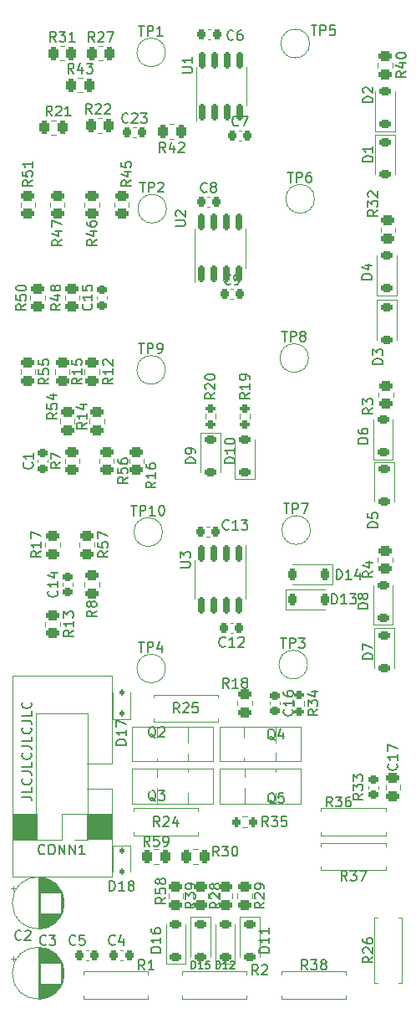
<source format=gbr>
%TF.GenerationSoftware,KiCad,Pcbnew,7.0.2-0*%
%TF.CreationDate,2023-12-08T13:33:26+01:00*%
%TF.ProjectId,output_mixer,6f757470-7574-45f6-9d69-7865722e6b69,rev?*%
%TF.SameCoordinates,Original*%
%TF.FileFunction,Legend,Top*%
%TF.FilePolarity,Positive*%
%FSLAX46Y46*%
G04 Gerber Fmt 4.6, Leading zero omitted, Abs format (unit mm)*
G04 Created by KiCad (PCBNEW 7.0.2-0) date 2023-12-08 13:33:26*
%MOMM*%
%LPD*%
G01*
G04 APERTURE LIST*
G04 Aperture macros list*
%AMRoundRect*
0 Rectangle with rounded corners*
0 $1 Rounding radius*
0 $2 $3 $4 $5 $6 $7 $8 $9 X,Y pos of 4 corners*
0 Add a 4 corners polygon primitive as box body*
4,1,4,$2,$3,$4,$5,$6,$7,$8,$9,$2,$3,0*
0 Add four circle primitives for the rounded corners*
1,1,$1+$1,$2,$3*
1,1,$1+$1,$4,$5*
1,1,$1+$1,$6,$7*
1,1,$1+$1,$8,$9*
0 Add four rect primitives between the rounded corners*
20,1,$1+$1,$2,$3,$4,$5,0*
20,1,$1+$1,$4,$5,$6,$7,0*
20,1,$1+$1,$6,$7,$8,$9,0*
20,1,$1+$1,$8,$9,$2,$3,0*%
%AMFreePoly0*
4,1,15,-1.750000,0.787500,-1.743339,0.820985,-1.724372,0.849372,-1.695985,0.868339,-1.662500,0.875000,1.662500,0.875000,1.695985,0.868339,1.724372,0.849372,1.743339,0.820985,1.750000,0.787500,1.750000,0.000000,0.875000,-0.875000,-0.875000,-0.875000,-1.750000,0.000000,-1.750000,0.787500,-1.750000,0.787500,$1*%
%AMFreePoly1*
4,1,15,-1.750000,0.000000,-0.875000,0.875000,0.875000,0.875000,1.750000,0.000000,1.750000,-0.770000,1.742007,-0.810182,1.719246,-0.844246,1.685182,-0.867007,1.645000,-0.875000,-1.645000,-0.875000,-1.685182,-0.867007,-1.719246,-0.844246,-1.742007,-0.810182,-1.750000,-0.770000,-1.750000,0.000000,-1.750000,0.000000,$1*%
%AMFreePoly2*
4,1,15,-1.750000,0.000000,-0.875000,0.875000,0.875000,0.875000,1.750000,0.000000,1.750000,-0.787500,1.743339,-0.820985,1.724372,-0.849372,1.695985,-0.868339,1.662500,-0.875000,-1.662500,-0.875000,-1.695985,-0.868339,-1.724372,-0.849372,-1.743339,-0.820985,-1.750000,-0.787500,-1.750000,0.000000,-1.750000,0.000000,$1*%
G04 Aperture macros list end*
%ADD10C,0.150000*%
%ADD11C,0.120000*%
%ADD12C,0.100000*%
%ADD13RoundRect,0.225000X-0.225000X-0.250000X0.225000X-0.250000X0.225000X0.250000X-0.225000X0.250000X0*%
%ADD14C,1.600000*%
%ADD15O,1.600000X1.600000*%
%ADD16RoundRect,0.250000X0.262500X0.450000X-0.262500X0.450000X-0.262500X-0.450000X0.262500X-0.450000X0*%
%ADD17RoundRect,0.250000X0.450000X-0.262500X0.450000X0.262500X-0.450000X0.262500X-0.450000X-0.262500X0*%
%ADD18C,2.500000*%
%ADD19RoundRect,0.225000X0.225000X0.250000X-0.225000X0.250000X-0.225000X-0.250000X0.225000X-0.250000X0*%
%ADD20RoundRect,0.225000X0.375000X-0.225000X0.375000X0.225000X-0.375000X0.225000X-0.375000X-0.225000X0*%
%ADD21RoundRect,0.250000X-0.262500X-0.450000X0.262500X-0.450000X0.262500X0.450000X-0.262500X0.450000X0*%
%ADD22R,1.700000X1.700000*%
%ADD23O,1.700000X1.700000*%
%ADD24RoundRect,0.225000X-0.375000X0.225000X-0.375000X-0.225000X0.375000X-0.225000X0.375000X0.225000X0*%
%ADD25RoundRect,0.200000X-0.200000X-0.275000X0.200000X-0.275000X0.200000X0.275000X-0.200000X0.275000X0*%
%ADD26RoundRect,0.150000X-0.150000X0.675000X-0.150000X-0.675000X0.150000X-0.675000X0.150000X0.675000X0*%
%ADD27RoundRect,0.200000X-0.275000X0.200000X-0.275000X-0.200000X0.275000X-0.200000X0.275000X0.200000X0*%
%ADD28R,1.800000X1.800000*%
%ADD29O,1.800000X1.800000*%
%ADD30RoundRect,0.225000X0.250000X-0.225000X0.250000X0.225000X-0.250000X0.225000X-0.250000X-0.225000X0*%
%ADD31RoundRect,0.250000X-0.450000X0.262500X-0.450000X-0.262500X0.450000X-0.262500X0.450000X0.262500X0*%
%ADD32RoundRect,0.150000X0.150000X-0.675000X0.150000X0.675000X-0.150000X0.675000X-0.150000X-0.675000X0*%
%ADD33RoundRect,0.225000X-0.250000X0.225000X-0.250000X-0.225000X0.250000X-0.225000X0.250000X0.225000X0*%
%ADD34RoundRect,0.112500X-0.112500X0.187500X-0.112500X-0.187500X0.112500X-0.187500X0.112500X0.187500X0*%
%ADD35RoundRect,0.200000X0.275000X-0.200000X0.275000X0.200000X-0.275000X0.200000X-0.275000X-0.200000X0*%
%ADD36R,1.600000X1.600000*%
%ADD37RoundRect,0.225000X0.225000X0.375000X-0.225000X0.375000X-0.225000X-0.375000X0.225000X-0.375000X0*%
%ADD38RoundRect,0.112500X0.112500X-0.187500X0.112500X0.187500X-0.112500X0.187500X-0.112500X-0.187500X0*%
%ADD39RoundRect,0.225000X-0.225000X-0.375000X0.225000X-0.375000X0.225000X0.375000X-0.225000X0.375000X0*%
%ADD40O,2.720000X3.240000*%
%ADD41C,1.800000*%
%ADD42R,1.930000X1.830000*%
%ADD43C,2.130000*%
%ADD44FreePoly0,270.000000*%
%ADD45FreePoly1,180.000000*%
%ADD46FreePoly2,270.000000*%
G04 APERTURE END LIST*
D10*
X237877619Y-92976190D02*
X238591904Y-92976190D01*
X238591904Y-92976190D02*
X238734761Y-93023809D01*
X238734761Y-93023809D02*
X238830000Y-93119047D01*
X238830000Y-93119047D02*
X238877619Y-93261904D01*
X238877619Y-93261904D02*
X238877619Y-93357142D01*
X238877619Y-92023809D02*
X238877619Y-92499999D01*
X238877619Y-92499999D02*
X237877619Y-92499999D01*
X238782380Y-91119047D02*
X238830000Y-91166666D01*
X238830000Y-91166666D02*
X238877619Y-91309523D01*
X238877619Y-91309523D02*
X238877619Y-91404761D01*
X238877619Y-91404761D02*
X238830000Y-91547618D01*
X238830000Y-91547618D02*
X238734761Y-91642856D01*
X238734761Y-91642856D02*
X238639523Y-91690475D01*
X238639523Y-91690475D02*
X238449047Y-91738094D01*
X238449047Y-91738094D02*
X238306190Y-91738094D01*
X238306190Y-91738094D02*
X238115714Y-91690475D01*
X238115714Y-91690475D02*
X238020476Y-91642856D01*
X238020476Y-91642856D02*
X237925238Y-91547618D01*
X237925238Y-91547618D02*
X237877619Y-91404761D01*
X237877619Y-91404761D02*
X237877619Y-91309523D01*
X237877619Y-91309523D02*
X237925238Y-91166666D01*
X237925238Y-91166666D02*
X237972857Y-91119047D01*
X237877619Y-90404761D02*
X238591904Y-90404761D01*
X238591904Y-90404761D02*
X238734761Y-90452380D01*
X238734761Y-90452380D02*
X238830000Y-90547618D01*
X238830000Y-90547618D02*
X238877619Y-90690475D01*
X238877619Y-90690475D02*
X238877619Y-90785713D01*
X238877619Y-89452380D02*
X238877619Y-89928570D01*
X238877619Y-89928570D02*
X237877619Y-89928570D01*
X238782380Y-88547618D02*
X238830000Y-88595237D01*
X238830000Y-88595237D02*
X238877619Y-88738094D01*
X238877619Y-88738094D02*
X238877619Y-88833332D01*
X238877619Y-88833332D02*
X238830000Y-88976189D01*
X238830000Y-88976189D02*
X238734761Y-89071427D01*
X238734761Y-89071427D02*
X238639523Y-89119046D01*
X238639523Y-89119046D02*
X238449047Y-89166665D01*
X238449047Y-89166665D02*
X238306190Y-89166665D01*
X238306190Y-89166665D02*
X238115714Y-89119046D01*
X238115714Y-89119046D02*
X238020476Y-89071427D01*
X238020476Y-89071427D02*
X237925238Y-88976189D01*
X237925238Y-88976189D02*
X237877619Y-88833332D01*
X237877619Y-88833332D02*
X237877619Y-88738094D01*
X237877619Y-88738094D02*
X237925238Y-88595237D01*
X237925238Y-88595237D02*
X237972857Y-88547618D01*
X237877619Y-87833332D02*
X238591904Y-87833332D01*
X238591904Y-87833332D02*
X238734761Y-87880951D01*
X238734761Y-87880951D02*
X238830000Y-87976189D01*
X238830000Y-87976189D02*
X238877619Y-88119046D01*
X238877619Y-88119046D02*
X238877619Y-88214284D01*
X238877619Y-86880951D02*
X238877619Y-87357141D01*
X238877619Y-87357141D02*
X237877619Y-87357141D01*
X238782380Y-85976189D02*
X238830000Y-86023808D01*
X238830000Y-86023808D02*
X238877619Y-86166665D01*
X238877619Y-86166665D02*
X238877619Y-86261903D01*
X238877619Y-86261903D02*
X238830000Y-86404760D01*
X238830000Y-86404760D02*
X238734761Y-86499998D01*
X238734761Y-86499998D02*
X238639523Y-86547617D01*
X238639523Y-86547617D02*
X238449047Y-86595236D01*
X238449047Y-86595236D02*
X238306190Y-86595236D01*
X238306190Y-86595236D02*
X238115714Y-86547617D01*
X238115714Y-86547617D02*
X238020476Y-86499998D01*
X238020476Y-86499998D02*
X237925238Y-86404760D01*
X237925238Y-86404760D02*
X237877619Y-86261903D01*
X237877619Y-86261903D02*
X237877619Y-86166665D01*
X237877619Y-86166665D02*
X237925238Y-86023808D01*
X237925238Y-86023808D02*
X237972857Y-85976189D01*
X237877619Y-85261903D02*
X238591904Y-85261903D01*
X238591904Y-85261903D02*
X238734761Y-85309522D01*
X238734761Y-85309522D02*
X238830000Y-85404760D01*
X238830000Y-85404760D02*
X238877619Y-85547617D01*
X238877619Y-85547617D02*
X238877619Y-85642855D01*
X238877619Y-84309522D02*
X238877619Y-84785712D01*
X238877619Y-84785712D02*
X237877619Y-84785712D01*
X238782380Y-83404760D02*
X238830000Y-83452379D01*
X238830000Y-83452379D02*
X238877619Y-83595236D01*
X238877619Y-83595236D02*
X238877619Y-83690474D01*
X238877619Y-83690474D02*
X238830000Y-83833331D01*
X238830000Y-83833331D02*
X238734761Y-83928569D01*
X238734761Y-83928569D02*
X238639523Y-83976188D01*
X238639523Y-83976188D02*
X238449047Y-84023807D01*
X238449047Y-84023807D02*
X238306190Y-84023807D01*
X238306190Y-84023807D02*
X238115714Y-83976188D01*
X238115714Y-83976188D02*
X238020476Y-83928569D01*
X238020476Y-83928569D02*
X237925238Y-83833331D01*
X237925238Y-83833331D02*
X237877619Y-83690474D01*
X237877619Y-83690474D02*
X237877619Y-83595236D01*
X237877619Y-83595236D02*
X237925238Y-83452379D01*
X237925238Y-83452379D02*
X237972857Y-83404760D01*
%TO.C,C8*%
X256653333Y-31762380D02*
X256605714Y-31810000D01*
X256605714Y-31810000D02*
X256462857Y-31857619D01*
X256462857Y-31857619D02*
X256367619Y-31857619D01*
X256367619Y-31857619D02*
X256224762Y-31810000D01*
X256224762Y-31810000D02*
X256129524Y-31714761D01*
X256129524Y-31714761D02*
X256081905Y-31619523D01*
X256081905Y-31619523D02*
X256034286Y-31429047D01*
X256034286Y-31429047D02*
X256034286Y-31286190D01*
X256034286Y-31286190D02*
X256081905Y-31095714D01*
X256081905Y-31095714D02*
X256129524Y-31000476D01*
X256129524Y-31000476D02*
X256224762Y-30905238D01*
X256224762Y-30905238D02*
X256367619Y-30857619D01*
X256367619Y-30857619D02*
X256462857Y-30857619D01*
X256462857Y-30857619D02*
X256605714Y-30905238D01*
X256605714Y-30905238D02*
X256653333Y-30952857D01*
X257224762Y-31286190D02*
X257129524Y-31238571D01*
X257129524Y-31238571D02*
X257081905Y-31190952D01*
X257081905Y-31190952D02*
X257034286Y-31095714D01*
X257034286Y-31095714D02*
X257034286Y-31048095D01*
X257034286Y-31048095D02*
X257081905Y-30952857D01*
X257081905Y-30952857D02*
X257129524Y-30905238D01*
X257129524Y-30905238D02*
X257224762Y-30857619D01*
X257224762Y-30857619D02*
X257415238Y-30857619D01*
X257415238Y-30857619D02*
X257510476Y-30905238D01*
X257510476Y-30905238D02*
X257558095Y-30952857D01*
X257558095Y-30952857D02*
X257605714Y-31048095D01*
X257605714Y-31048095D02*
X257605714Y-31095714D01*
X257605714Y-31095714D02*
X257558095Y-31190952D01*
X257558095Y-31190952D02*
X257510476Y-31238571D01*
X257510476Y-31238571D02*
X257415238Y-31286190D01*
X257415238Y-31286190D02*
X257224762Y-31286190D01*
X257224762Y-31286190D02*
X257129524Y-31333809D01*
X257129524Y-31333809D02*
X257081905Y-31381428D01*
X257081905Y-31381428D02*
X257034286Y-31476666D01*
X257034286Y-31476666D02*
X257034286Y-31667142D01*
X257034286Y-31667142D02*
X257081905Y-31762380D01*
X257081905Y-31762380D02*
X257129524Y-31810000D01*
X257129524Y-31810000D02*
X257224762Y-31857619D01*
X257224762Y-31857619D02*
X257415238Y-31857619D01*
X257415238Y-31857619D02*
X257510476Y-31810000D01*
X257510476Y-31810000D02*
X257558095Y-31762380D01*
X257558095Y-31762380D02*
X257605714Y-31667142D01*
X257605714Y-31667142D02*
X257605714Y-31476666D01*
X257605714Y-31476666D02*
X257558095Y-31381428D01*
X257558095Y-31381428D02*
X257510476Y-31333809D01*
X257510476Y-31333809D02*
X257415238Y-31286190D01*
%TO.C,R1*%
X250333333Y-110462619D02*
X250000000Y-109986428D01*
X249761905Y-110462619D02*
X249761905Y-109462619D01*
X249761905Y-109462619D02*
X250142857Y-109462619D01*
X250142857Y-109462619D02*
X250238095Y-109510238D01*
X250238095Y-109510238D02*
X250285714Y-109557857D01*
X250285714Y-109557857D02*
X250333333Y-109653095D01*
X250333333Y-109653095D02*
X250333333Y-109795952D01*
X250333333Y-109795952D02*
X250285714Y-109891190D01*
X250285714Y-109891190D02*
X250238095Y-109938809D01*
X250238095Y-109938809D02*
X250142857Y-109986428D01*
X250142857Y-109986428D02*
X249761905Y-109986428D01*
X251285714Y-110462619D02*
X250714286Y-110462619D01*
X251000000Y-110462619D02*
X251000000Y-109462619D01*
X251000000Y-109462619D02*
X250904762Y-109605476D01*
X250904762Y-109605476D02*
X250809524Y-109700714D01*
X250809524Y-109700714D02*
X250714286Y-109748333D01*
%TO.C,R42*%
X252457142Y-27812619D02*
X252123809Y-27336428D01*
X251885714Y-27812619D02*
X251885714Y-26812619D01*
X251885714Y-26812619D02*
X252266666Y-26812619D01*
X252266666Y-26812619D02*
X252361904Y-26860238D01*
X252361904Y-26860238D02*
X252409523Y-26907857D01*
X252409523Y-26907857D02*
X252457142Y-27003095D01*
X252457142Y-27003095D02*
X252457142Y-27145952D01*
X252457142Y-27145952D02*
X252409523Y-27241190D01*
X252409523Y-27241190D02*
X252361904Y-27288809D01*
X252361904Y-27288809D02*
X252266666Y-27336428D01*
X252266666Y-27336428D02*
X251885714Y-27336428D01*
X253314285Y-27145952D02*
X253314285Y-27812619D01*
X253076190Y-26765000D02*
X252838095Y-27479285D01*
X252838095Y-27479285D02*
X253457142Y-27479285D01*
X253790476Y-26907857D02*
X253838095Y-26860238D01*
X253838095Y-26860238D02*
X253933333Y-26812619D01*
X253933333Y-26812619D02*
X254171428Y-26812619D01*
X254171428Y-26812619D02*
X254266666Y-26860238D01*
X254266666Y-26860238D02*
X254314285Y-26907857D01*
X254314285Y-26907857D02*
X254361904Y-27003095D01*
X254361904Y-27003095D02*
X254361904Y-27098333D01*
X254361904Y-27098333D02*
X254314285Y-27241190D01*
X254314285Y-27241190D02*
X253742857Y-27812619D01*
X253742857Y-27812619D02*
X254361904Y-27812619D01*
%TO.C,R50*%
X238312619Y-43142857D02*
X237836428Y-43476190D01*
X238312619Y-43714285D02*
X237312619Y-43714285D01*
X237312619Y-43714285D02*
X237312619Y-43333333D01*
X237312619Y-43333333D02*
X237360238Y-43238095D01*
X237360238Y-43238095D02*
X237407857Y-43190476D01*
X237407857Y-43190476D02*
X237503095Y-43142857D01*
X237503095Y-43142857D02*
X237645952Y-43142857D01*
X237645952Y-43142857D02*
X237741190Y-43190476D01*
X237741190Y-43190476D02*
X237788809Y-43238095D01*
X237788809Y-43238095D02*
X237836428Y-43333333D01*
X237836428Y-43333333D02*
X237836428Y-43714285D01*
X237312619Y-42238095D02*
X237312619Y-42714285D01*
X237312619Y-42714285D02*
X237788809Y-42761904D01*
X237788809Y-42761904D02*
X237741190Y-42714285D01*
X237741190Y-42714285D02*
X237693571Y-42619047D01*
X237693571Y-42619047D02*
X237693571Y-42380952D01*
X237693571Y-42380952D02*
X237741190Y-42285714D01*
X237741190Y-42285714D02*
X237788809Y-42238095D01*
X237788809Y-42238095D02*
X237884047Y-42190476D01*
X237884047Y-42190476D02*
X238122142Y-42190476D01*
X238122142Y-42190476D02*
X238217380Y-42238095D01*
X238217380Y-42238095D02*
X238265000Y-42285714D01*
X238265000Y-42285714D02*
X238312619Y-42380952D01*
X238312619Y-42380952D02*
X238312619Y-42619047D01*
X238312619Y-42619047D02*
X238265000Y-42714285D01*
X238265000Y-42714285D02*
X238217380Y-42761904D01*
X237312619Y-41571428D02*
X237312619Y-41476190D01*
X237312619Y-41476190D02*
X237360238Y-41380952D01*
X237360238Y-41380952D02*
X237407857Y-41333333D01*
X237407857Y-41333333D02*
X237503095Y-41285714D01*
X237503095Y-41285714D02*
X237693571Y-41238095D01*
X237693571Y-41238095D02*
X237931666Y-41238095D01*
X237931666Y-41238095D02*
X238122142Y-41285714D01*
X238122142Y-41285714D02*
X238217380Y-41333333D01*
X238217380Y-41333333D02*
X238265000Y-41380952D01*
X238265000Y-41380952D02*
X238312619Y-41476190D01*
X238312619Y-41476190D02*
X238312619Y-41571428D01*
X238312619Y-41571428D02*
X238265000Y-41666666D01*
X238265000Y-41666666D02*
X238217380Y-41714285D01*
X238217380Y-41714285D02*
X238122142Y-41761904D01*
X238122142Y-41761904D02*
X237931666Y-41809523D01*
X237931666Y-41809523D02*
X237693571Y-41809523D01*
X237693571Y-41809523D02*
X237503095Y-41761904D01*
X237503095Y-41761904D02*
X237407857Y-41714285D01*
X237407857Y-41714285D02*
X237360238Y-41666666D01*
X237360238Y-41666666D02*
X237312619Y-41571428D01*
%TO.C,TP1*%
X249738095Y-15014619D02*
X250309523Y-15014619D01*
X250023809Y-16014619D02*
X250023809Y-15014619D01*
X250642857Y-16014619D02*
X250642857Y-15014619D01*
X250642857Y-15014619D02*
X251023809Y-15014619D01*
X251023809Y-15014619D02*
X251119047Y-15062238D01*
X251119047Y-15062238D02*
X251166666Y-15109857D01*
X251166666Y-15109857D02*
X251214285Y-15205095D01*
X251214285Y-15205095D02*
X251214285Y-15347952D01*
X251214285Y-15347952D02*
X251166666Y-15443190D01*
X251166666Y-15443190D02*
X251119047Y-15490809D01*
X251119047Y-15490809D02*
X251023809Y-15538428D01*
X251023809Y-15538428D02*
X250642857Y-15538428D01*
X252166666Y-16014619D02*
X251595238Y-16014619D01*
X251880952Y-16014619D02*
X251880952Y-15014619D01*
X251880952Y-15014619D02*
X251785714Y-15157476D01*
X251785714Y-15157476D02*
X251690476Y-15252714D01*
X251690476Y-15252714D02*
X251595238Y-15300333D01*
%TO.C,R45*%
X248962619Y-30642857D02*
X248486428Y-30976190D01*
X248962619Y-31214285D02*
X247962619Y-31214285D01*
X247962619Y-31214285D02*
X247962619Y-30833333D01*
X247962619Y-30833333D02*
X248010238Y-30738095D01*
X248010238Y-30738095D02*
X248057857Y-30690476D01*
X248057857Y-30690476D02*
X248153095Y-30642857D01*
X248153095Y-30642857D02*
X248295952Y-30642857D01*
X248295952Y-30642857D02*
X248391190Y-30690476D01*
X248391190Y-30690476D02*
X248438809Y-30738095D01*
X248438809Y-30738095D02*
X248486428Y-30833333D01*
X248486428Y-30833333D02*
X248486428Y-31214285D01*
X248295952Y-29785714D02*
X248962619Y-29785714D01*
X247915000Y-30023809D02*
X248629285Y-30261904D01*
X248629285Y-30261904D02*
X248629285Y-29642857D01*
X247962619Y-28785714D02*
X247962619Y-29261904D01*
X247962619Y-29261904D02*
X248438809Y-29309523D01*
X248438809Y-29309523D02*
X248391190Y-29261904D01*
X248391190Y-29261904D02*
X248343571Y-29166666D01*
X248343571Y-29166666D02*
X248343571Y-28928571D01*
X248343571Y-28928571D02*
X248391190Y-28833333D01*
X248391190Y-28833333D02*
X248438809Y-28785714D01*
X248438809Y-28785714D02*
X248534047Y-28738095D01*
X248534047Y-28738095D02*
X248772142Y-28738095D01*
X248772142Y-28738095D02*
X248867380Y-28785714D01*
X248867380Y-28785714D02*
X248915000Y-28833333D01*
X248915000Y-28833333D02*
X248962619Y-28928571D01*
X248962619Y-28928571D02*
X248962619Y-29166666D01*
X248962619Y-29166666D02*
X248915000Y-29261904D01*
X248915000Y-29261904D02*
X248867380Y-29309523D01*
%TO.C,R26*%
X273462619Y-109142857D02*
X272986428Y-109476190D01*
X273462619Y-109714285D02*
X272462619Y-109714285D01*
X272462619Y-109714285D02*
X272462619Y-109333333D01*
X272462619Y-109333333D02*
X272510238Y-109238095D01*
X272510238Y-109238095D02*
X272557857Y-109190476D01*
X272557857Y-109190476D02*
X272653095Y-109142857D01*
X272653095Y-109142857D02*
X272795952Y-109142857D01*
X272795952Y-109142857D02*
X272891190Y-109190476D01*
X272891190Y-109190476D02*
X272938809Y-109238095D01*
X272938809Y-109238095D02*
X272986428Y-109333333D01*
X272986428Y-109333333D02*
X272986428Y-109714285D01*
X272557857Y-108761904D02*
X272510238Y-108714285D01*
X272510238Y-108714285D02*
X272462619Y-108619047D01*
X272462619Y-108619047D02*
X272462619Y-108380952D01*
X272462619Y-108380952D02*
X272510238Y-108285714D01*
X272510238Y-108285714D02*
X272557857Y-108238095D01*
X272557857Y-108238095D02*
X272653095Y-108190476D01*
X272653095Y-108190476D02*
X272748333Y-108190476D01*
X272748333Y-108190476D02*
X272891190Y-108238095D01*
X272891190Y-108238095D02*
X273462619Y-108809523D01*
X273462619Y-108809523D02*
X273462619Y-108190476D01*
X272462619Y-107333333D02*
X272462619Y-107523809D01*
X272462619Y-107523809D02*
X272510238Y-107619047D01*
X272510238Y-107619047D02*
X272557857Y-107666666D01*
X272557857Y-107666666D02*
X272700714Y-107761904D01*
X272700714Y-107761904D02*
X272891190Y-107809523D01*
X272891190Y-107809523D02*
X273272142Y-107809523D01*
X273272142Y-107809523D02*
X273367380Y-107761904D01*
X273367380Y-107761904D02*
X273415000Y-107714285D01*
X273415000Y-107714285D02*
X273462619Y-107619047D01*
X273462619Y-107619047D02*
X273462619Y-107428571D01*
X273462619Y-107428571D02*
X273415000Y-107333333D01*
X273415000Y-107333333D02*
X273367380Y-107285714D01*
X273367380Y-107285714D02*
X273272142Y-107238095D01*
X273272142Y-107238095D02*
X273034047Y-107238095D01*
X273034047Y-107238095D02*
X272938809Y-107285714D01*
X272938809Y-107285714D02*
X272891190Y-107333333D01*
X272891190Y-107333333D02*
X272843571Y-107428571D01*
X272843571Y-107428571D02*
X272843571Y-107619047D01*
X272843571Y-107619047D02*
X272891190Y-107714285D01*
X272891190Y-107714285D02*
X272938809Y-107761904D01*
X272938809Y-107761904D02*
X273034047Y-107809523D01*
%TO.C,C5*%
X243333333Y-107867380D02*
X243285714Y-107915000D01*
X243285714Y-107915000D02*
X243142857Y-107962619D01*
X243142857Y-107962619D02*
X243047619Y-107962619D01*
X243047619Y-107962619D02*
X242904762Y-107915000D01*
X242904762Y-107915000D02*
X242809524Y-107819761D01*
X242809524Y-107819761D02*
X242761905Y-107724523D01*
X242761905Y-107724523D02*
X242714286Y-107534047D01*
X242714286Y-107534047D02*
X242714286Y-107391190D01*
X242714286Y-107391190D02*
X242761905Y-107200714D01*
X242761905Y-107200714D02*
X242809524Y-107105476D01*
X242809524Y-107105476D02*
X242904762Y-107010238D01*
X242904762Y-107010238D02*
X243047619Y-106962619D01*
X243047619Y-106962619D02*
X243142857Y-106962619D01*
X243142857Y-106962619D02*
X243285714Y-107010238D01*
X243285714Y-107010238D02*
X243333333Y-107057857D01*
X244238095Y-106962619D02*
X243761905Y-106962619D01*
X243761905Y-106962619D02*
X243714286Y-107438809D01*
X243714286Y-107438809D02*
X243761905Y-107391190D01*
X243761905Y-107391190D02*
X243857143Y-107343571D01*
X243857143Y-107343571D02*
X244095238Y-107343571D01*
X244095238Y-107343571D02*
X244190476Y-107391190D01*
X244190476Y-107391190D02*
X244238095Y-107438809D01*
X244238095Y-107438809D02*
X244285714Y-107534047D01*
X244285714Y-107534047D02*
X244285714Y-107772142D01*
X244285714Y-107772142D02*
X244238095Y-107867380D01*
X244238095Y-107867380D02*
X244190476Y-107915000D01*
X244190476Y-107915000D02*
X244095238Y-107962619D01*
X244095238Y-107962619D02*
X243857143Y-107962619D01*
X243857143Y-107962619D02*
X243761905Y-107915000D01*
X243761905Y-107915000D02*
X243714286Y-107867380D01*
%TO.C,D6*%
X272962619Y-57238094D02*
X271962619Y-57238094D01*
X271962619Y-57238094D02*
X271962619Y-56999999D01*
X271962619Y-56999999D02*
X272010238Y-56857142D01*
X272010238Y-56857142D02*
X272105476Y-56761904D01*
X272105476Y-56761904D02*
X272200714Y-56714285D01*
X272200714Y-56714285D02*
X272391190Y-56666666D01*
X272391190Y-56666666D02*
X272534047Y-56666666D01*
X272534047Y-56666666D02*
X272724523Y-56714285D01*
X272724523Y-56714285D02*
X272819761Y-56761904D01*
X272819761Y-56761904D02*
X272915000Y-56857142D01*
X272915000Y-56857142D02*
X272962619Y-56999999D01*
X272962619Y-56999999D02*
X272962619Y-57238094D01*
X271962619Y-55809523D02*
X271962619Y-55999999D01*
X271962619Y-55999999D02*
X272010238Y-56095237D01*
X272010238Y-56095237D02*
X272057857Y-56142856D01*
X272057857Y-56142856D02*
X272200714Y-56238094D01*
X272200714Y-56238094D02*
X272391190Y-56285713D01*
X272391190Y-56285713D02*
X272772142Y-56285713D01*
X272772142Y-56285713D02*
X272867380Y-56238094D01*
X272867380Y-56238094D02*
X272915000Y-56190475D01*
X272915000Y-56190475D02*
X272962619Y-56095237D01*
X272962619Y-56095237D02*
X272962619Y-55904761D01*
X272962619Y-55904761D02*
X272915000Y-55809523D01*
X272915000Y-55809523D02*
X272867380Y-55761904D01*
X272867380Y-55761904D02*
X272772142Y-55714285D01*
X272772142Y-55714285D02*
X272534047Y-55714285D01*
X272534047Y-55714285D02*
X272438809Y-55761904D01*
X272438809Y-55761904D02*
X272391190Y-55809523D01*
X272391190Y-55809523D02*
X272343571Y-55904761D01*
X272343571Y-55904761D02*
X272343571Y-56095237D01*
X272343571Y-56095237D02*
X272391190Y-56190475D01*
X272391190Y-56190475D02*
X272438809Y-56238094D01*
X272438809Y-56238094D02*
X272534047Y-56285713D01*
%TO.C,R27*%
X245257142Y-16612619D02*
X244923809Y-16136428D01*
X244685714Y-16612619D02*
X244685714Y-15612619D01*
X244685714Y-15612619D02*
X245066666Y-15612619D01*
X245066666Y-15612619D02*
X245161904Y-15660238D01*
X245161904Y-15660238D02*
X245209523Y-15707857D01*
X245209523Y-15707857D02*
X245257142Y-15803095D01*
X245257142Y-15803095D02*
X245257142Y-15945952D01*
X245257142Y-15945952D02*
X245209523Y-16041190D01*
X245209523Y-16041190D02*
X245161904Y-16088809D01*
X245161904Y-16088809D02*
X245066666Y-16136428D01*
X245066666Y-16136428D02*
X244685714Y-16136428D01*
X245638095Y-15707857D02*
X245685714Y-15660238D01*
X245685714Y-15660238D02*
X245780952Y-15612619D01*
X245780952Y-15612619D02*
X246019047Y-15612619D01*
X246019047Y-15612619D02*
X246114285Y-15660238D01*
X246114285Y-15660238D02*
X246161904Y-15707857D01*
X246161904Y-15707857D02*
X246209523Y-15803095D01*
X246209523Y-15803095D02*
X246209523Y-15898333D01*
X246209523Y-15898333D02*
X246161904Y-16041190D01*
X246161904Y-16041190D02*
X245590476Y-16612619D01*
X245590476Y-16612619D02*
X246209523Y-16612619D01*
X246542857Y-15612619D02*
X247209523Y-15612619D01*
X247209523Y-15612619D02*
X246780952Y-16612619D01*
%TO.C,CONN1*%
X240191904Y-98697380D02*
X240144285Y-98745000D01*
X240144285Y-98745000D02*
X240001428Y-98792619D01*
X240001428Y-98792619D02*
X239906190Y-98792619D01*
X239906190Y-98792619D02*
X239763333Y-98745000D01*
X239763333Y-98745000D02*
X239668095Y-98649761D01*
X239668095Y-98649761D02*
X239620476Y-98554523D01*
X239620476Y-98554523D02*
X239572857Y-98364047D01*
X239572857Y-98364047D02*
X239572857Y-98221190D01*
X239572857Y-98221190D02*
X239620476Y-98030714D01*
X239620476Y-98030714D02*
X239668095Y-97935476D01*
X239668095Y-97935476D02*
X239763333Y-97840238D01*
X239763333Y-97840238D02*
X239906190Y-97792619D01*
X239906190Y-97792619D02*
X240001428Y-97792619D01*
X240001428Y-97792619D02*
X240144285Y-97840238D01*
X240144285Y-97840238D02*
X240191904Y-97887857D01*
X240810952Y-97792619D02*
X241001428Y-97792619D01*
X241001428Y-97792619D02*
X241096666Y-97840238D01*
X241096666Y-97840238D02*
X241191904Y-97935476D01*
X241191904Y-97935476D02*
X241239523Y-98125952D01*
X241239523Y-98125952D02*
X241239523Y-98459285D01*
X241239523Y-98459285D02*
X241191904Y-98649761D01*
X241191904Y-98649761D02*
X241096666Y-98745000D01*
X241096666Y-98745000D02*
X241001428Y-98792619D01*
X241001428Y-98792619D02*
X240810952Y-98792619D01*
X240810952Y-98792619D02*
X240715714Y-98745000D01*
X240715714Y-98745000D02*
X240620476Y-98649761D01*
X240620476Y-98649761D02*
X240572857Y-98459285D01*
X240572857Y-98459285D02*
X240572857Y-98125952D01*
X240572857Y-98125952D02*
X240620476Y-97935476D01*
X240620476Y-97935476D02*
X240715714Y-97840238D01*
X240715714Y-97840238D02*
X240810952Y-97792619D01*
X241668095Y-98792619D02*
X241668095Y-97792619D01*
X241668095Y-97792619D02*
X242239523Y-98792619D01*
X242239523Y-98792619D02*
X242239523Y-97792619D01*
X242715714Y-98792619D02*
X242715714Y-97792619D01*
X242715714Y-97792619D02*
X243287142Y-98792619D01*
X243287142Y-98792619D02*
X243287142Y-97792619D01*
X244287142Y-98792619D02*
X243715714Y-98792619D01*
X244001428Y-98792619D02*
X244001428Y-97792619D01*
X244001428Y-97792619D02*
X243906190Y-97935476D01*
X243906190Y-97935476D02*
X243810952Y-98030714D01*
X243810952Y-98030714D02*
X243715714Y-98078333D01*
%TO.C,R17*%
X239812619Y-68142857D02*
X239336428Y-68476190D01*
X239812619Y-68714285D02*
X238812619Y-68714285D01*
X238812619Y-68714285D02*
X238812619Y-68333333D01*
X238812619Y-68333333D02*
X238860238Y-68238095D01*
X238860238Y-68238095D02*
X238907857Y-68190476D01*
X238907857Y-68190476D02*
X239003095Y-68142857D01*
X239003095Y-68142857D02*
X239145952Y-68142857D01*
X239145952Y-68142857D02*
X239241190Y-68190476D01*
X239241190Y-68190476D02*
X239288809Y-68238095D01*
X239288809Y-68238095D02*
X239336428Y-68333333D01*
X239336428Y-68333333D02*
X239336428Y-68714285D01*
X239812619Y-67190476D02*
X239812619Y-67761904D01*
X239812619Y-67476190D02*
X238812619Y-67476190D01*
X238812619Y-67476190D02*
X238955476Y-67571428D01*
X238955476Y-67571428D02*
X239050714Y-67666666D01*
X239050714Y-67666666D02*
X239098333Y-67761904D01*
X238812619Y-66857142D02*
X238812619Y-66190476D01*
X238812619Y-66190476D02*
X239812619Y-66619047D01*
%TO.C,R48*%
X241812619Y-43142857D02*
X241336428Y-43476190D01*
X241812619Y-43714285D02*
X240812619Y-43714285D01*
X240812619Y-43714285D02*
X240812619Y-43333333D01*
X240812619Y-43333333D02*
X240860238Y-43238095D01*
X240860238Y-43238095D02*
X240907857Y-43190476D01*
X240907857Y-43190476D02*
X241003095Y-43142857D01*
X241003095Y-43142857D02*
X241145952Y-43142857D01*
X241145952Y-43142857D02*
X241241190Y-43190476D01*
X241241190Y-43190476D02*
X241288809Y-43238095D01*
X241288809Y-43238095D02*
X241336428Y-43333333D01*
X241336428Y-43333333D02*
X241336428Y-43714285D01*
X241145952Y-42285714D02*
X241812619Y-42285714D01*
X240765000Y-42523809D02*
X241479285Y-42761904D01*
X241479285Y-42761904D02*
X241479285Y-42142857D01*
X241241190Y-41619047D02*
X241193571Y-41714285D01*
X241193571Y-41714285D02*
X241145952Y-41761904D01*
X241145952Y-41761904D02*
X241050714Y-41809523D01*
X241050714Y-41809523D02*
X241003095Y-41809523D01*
X241003095Y-41809523D02*
X240907857Y-41761904D01*
X240907857Y-41761904D02*
X240860238Y-41714285D01*
X240860238Y-41714285D02*
X240812619Y-41619047D01*
X240812619Y-41619047D02*
X240812619Y-41428571D01*
X240812619Y-41428571D02*
X240860238Y-41333333D01*
X240860238Y-41333333D02*
X240907857Y-41285714D01*
X240907857Y-41285714D02*
X241003095Y-41238095D01*
X241003095Y-41238095D02*
X241050714Y-41238095D01*
X241050714Y-41238095D02*
X241145952Y-41285714D01*
X241145952Y-41285714D02*
X241193571Y-41333333D01*
X241193571Y-41333333D02*
X241241190Y-41428571D01*
X241241190Y-41428571D02*
X241241190Y-41619047D01*
X241241190Y-41619047D02*
X241288809Y-41714285D01*
X241288809Y-41714285D02*
X241336428Y-41761904D01*
X241336428Y-41761904D02*
X241431666Y-41809523D01*
X241431666Y-41809523D02*
X241622142Y-41809523D01*
X241622142Y-41809523D02*
X241717380Y-41761904D01*
X241717380Y-41761904D02*
X241765000Y-41714285D01*
X241765000Y-41714285D02*
X241812619Y-41619047D01*
X241812619Y-41619047D02*
X241812619Y-41428571D01*
X241812619Y-41428571D02*
X241765000Y-41333333D01*
X241765000Y-41333333D02*
X241717380Y-41285714D01*
X241717380Y-41285714D02*
X241622142Y-41238095D01*
X241622142Y-41238095D02*
X241431666Y-41238095D01*
X241431666Y-41238095D02*
X241336428Y-41285714D01*
X241336428Y-41285714D02*
X241288809Y-41333333D01*
X241288809Y-41333333D02*
X241241190Y-41428571D01*
%TO.C,D5*%
X273962619Y-65738094D02*
X272962619Y-65738094D01*
X272962619Y-65738094D02*
X272962619Y-65499999D01*
X272962619Y-65499999D02*
X273010238Y-65357142D01*
X273010238Y-65357142D02*
X273105476Y-65261904D01*
X273105476Y-65261904D02*
X273200714Y-65214285D01*
X273200714Y-65214285D02*
X273391190Y-65166666D01*
X273391190Y-65166666D02*
X273534047Y-65166666D01*
X273534047Y-65166666D02*
X273724523Y-65214285D01*
X273724523Y-65214285D02*
X273819761Y-65261904D01*
X273819761Y-65261904D02*
X273915000Y-65357142D01*
X273915000Y-65357142D02*
X273962619Y-65499999D01*
X273962619Y-65499999D02*
X273962619Y-65738094D01*
X272962619Y-64261904D02*
X272962619Y-64738094D01*
X272962619Y-64738094D02*
X273438809Y-64785713D01*
X273438809Y-64785713D02*
X273391190Y-64738094D01*
X273391190Y-64738094D02*
X273343571Y-64642856D01*
X273343571Y-64642856D02*
X273343571Y-64404761D01*
X273343571Y-64404761D02*
X273391190Y-64309523D01*
X273391190Y-64309523D02*
X273438809Y-64261904D01*
X273438809Y-64261904D02*
X273534047Y-64214285D01*
X273534047Y-64214285D02*
X273772142Y-64214285D01*
X273772142Y-64214285D02*
X273867380Y-64261904D01*
X273867380Y-64261904D02*
X273915000Y-64309523D01*
X273915000Y-64309523D02*
X273962619Y-64404761D01*
X273962619Y-64404761D02*
X273962619Y-64642856D01*
X273962619Y-64642856D02*
X273915000Y-64738094D01*
X273915000Y-64738094D02*
X273867380Y-64785713D01*
%TO.C,R35*%
X262857142Y-95962619D02*
X262523809Y-95486428D01*
X262285714Y-95962619D02*
X262285714Y-94962619D01*
X262285714Y-94962619D02*
X262666666Y-94962619D01*
X262666666Y-94962619D02*
X262761904Y-95010238D01*
X262761904Y-95010238D02*
X262809523Y-95057857D01*
X262809523Y-95057857D02*
X262857142Y-95153095D01*
X262857142Y-95153095D02*
X262857142Y-95295952D01*
X262857142Y-95295952D02*
X262809523Y-95391190D01*
X262809523Y-95391190D02*
X262761904Y-95438809D01*
X262761904Y-95438809D02*
X262666666Y-95486428D01*
X262666666Y-95486428D02*
X262285714Y-95486428D01*
X263190476Y-94962619D02*
X263809523Y-94962619D01*
X263809523Y-94962619D02*
X263476190Y-95343571D01*
X263476190Y-95343571D02*
X263619047Y-95343571D01*
X263619047Y-95343571D02*
X263714285Y-95391190D01*
X263714285Y-95391190D02*
X263761904Y-95438809D01*
X263761904Y-95438809D02*
X263809523Y-95534047D01*
X263809523Y-95534047D02*
X263809523Y-95772142D01*
X263809523Y-95772142D02*
X263761904Y-95867380D01*
X263761904Y-95867380D02*
X263714285Y-95915000D01*
X263714285Y-95915000D02*
X263619047Y-95962619D01*
X263619047Y-95962619D02*
X263333333Y-95962619D01*
X263333333Y-95962619D02*
X263238095Y-95915000D01*
X263238095Y-95915000D02*
X263190476Y-95867380D01*
X264714285Y-94962619D02*
X264238095Y-94962619D01*
X264238095Y-94962619D02*
X264190476Y-95438809D01*
X264190476Y-95438809D02*
X264238095Y-95391190D01*
X264238095Y-95391190D02*
X264333333Y-95343571D01*
X264333333Y-95343571D02*
X264571428Y-95343571D01*
X264571428Y-95343571D02*
X264666666Y-95391190D01*
X264666666Y-95391190D02*
X264714285Y-95438809D01*
X264714285Y-95438809D02*
X264761904Y-95534047D01*
X264761904Y-95534047D02*
X264761904Y-95772142D01*
X264761904Y-95772142D02*
X264714285Y-95867380D01*
X264714285Y-95867380D02*
X264666666Y-95915000D01*
X264666666Y-95915000D02*
X264571428Y-95962619D01*
X264571428Y-95962619D02*
X264333333Y-95962619D01*
X264333333Y-95962619D02*
X264238095Y-95915000D01*
X264238095Y-95915000D02*
X264190476Y-95867380D01*
%TO.C,U3*%
X253962619Y-69761904D02*
X254772142Y-69761904D01*
X254772142Y-69761904D02*
X254867380Y-69714285D01*
X254867380Y-69714285D02*
X254915000Y-69666666D01*
X254915000Y-69666666D02*
X254962619Y-69571428D01*
X254962619Y-69571428D02*
X254962619Y-69380952D01*
X254962619Y-69380952D02*
X254915000Y-69285714D01*
X254915000Y-69285714D02*
X254867380Y-69238095D01*
X254867380Y-69238095D02*
X254772142Y-69190476D01*
X254772142Y-69190476D02*
X253962619Y-69190476D01*
X253962619Y-68809523D02*
X253962619Y-68190476D01*
X253962619Y-68190476D02*
X254343571Y-68523809D01*
X254343571Y-68523809D02*
X254343571Y-68380952D01*
X254343571Y-68380952D02*
X254391190Y-68285714D01*
X254391190Y-68285714D02*
X254438809Y-68238095D01*
X254438809Y-68238095D02*
X254534047Y-68190476D01*
X254534047Y-68190476D02*
X254772142Y-68190476D01*
X254772142Y-68190476D02*
X254867380Y-68238095D01*
X254867380Y-68238095D02*
X254915000Y-68285714D01*
X254915000Y-68285714D02*
X254962619Y-68380952D01*
X254962619Y-68380952D02*
X254962619Y-68666666D01*
X254962619Y-68666666D02*
X254915000Y-68761904D01*
X254915000Y-68761904D02*
X254867380Y-68809523D01*
%TO.C,R34*%
X267892619Y-84142857D02*
X267416428Y-84476190D01*
X267892619Y-84714285D02*
X266892619Y-84714285D01*
X266892619Y-84714285D02*
X266892619Y-84333333D01*
X266892619Y-84333333D02*
X266940238Y-84238095D01*
X266940238Y-84238095D02*
X266987857Y-84190476D01*
X266987857Y-84190476D02*
X267083095Y-84142857D01*
X267083095Y-84142857D02*
X267225952Y-84142857D01*
X267225952Y-84142857D02*
X267321190Y-84190476D01*
X267321190Y-84190476D02*
X267368809Y-84238095D01*
X267368809Y-84238095D02*
X267416428Y-84333333D01*
X267416428Y-84333333D02*
X267416428Y-84714285D01*
X266892619Y-83809523D02*
X266892619Y-83190476D01*
X266892619Y-83190476D02*
X267273571Y-83523809D01*
X267273571Y-83523809D02*
X267273571Y-83380952D01*
X267273571Y-83380952D02*
X267321190Y-83285714D01*
X267321190Y-83285714D02*
X267368809Y-83238095D01*
X267368809Y-83238095D02*
X267464047Y-83190476D01*
X267464047Y-83190476D02*
X267702142Y-83190476D01*
X267702142Y-83190476D02*
X267797380Y-83238095D01*
X267797380Y-83238095D02*
X267845000Y-83285714D01*
X267845000Y-83285714D02*
X267892619Y-83380952D01*
X267892619Y-83380952D02*
X267892619Y-83666666D01*
X267892619Y-83666666D02*
X267845000Y-83761904D01*
X267845000Y-83761904D02*
X267797380Y-83809523D01*
X267225952Y-82333333D02*
X267892619Y-82333333D01*
X266845000Y-82571428D02*
X267559285Y-82809523D01*
X267559285Y-82809523D02*
X267559285Y-82190476D01*
%TO.C,R21*%
X240957142Y-24112619D02*
X240623809Y-23636428D01*
X240385714Y-24112619D02*
X240385714Y-23112619D01*
X240385714Y-23112619D02*
X240766666Y-23112619D01*
X240766666Y-23112619D02*
X240861904Y-23160238D01*
X240861904Y-23160238D02*
X240909523Y-23207857D01*
X240909523Y-23207857D02*
X240957142Y-23303095D01*
X240957142Y-23303095D02*
X240957142Y-23445952D01*
X240957142Y-23445952D02*
X240909523Y-23541190D01*
X240909523Y-23541190D02*
X240861904Y-23588809D01*
X240861904Y-23588809D02*
X240766666Y-23636428D01*
X240766666Y-23636428D02*
X240385714Y-23636428D01*
X241338095Y-23207857D02*
X241385714Y-23160238D01*
X241385714Y-23160238D02*
X241480952Y-23112619D01*
X241480952Y-23112619D02*
X241719047Y-23112619D01*
X241719047Y-23112619D02*
X241814285Y-23160238D01*
X241814285Y-23160238D02*
X241861904Y-23207857D01*
X241861904Y-23207857D02*
X241909523Y-23303095D01*
X241909523Y-23303095D02*
X241909523Y-23398333D01*
X241909523Y-23398333D02*
X241861904Y-23541190D01*
X241861904Y-23541190D02*
X241290476Y-24112619D01*
X241290476Y-24112619D02*
X241909523Y-24112619D01*
X242861904Y-24112619D02*
X242290476Y-24112619D01*
X242576190Y-24112619D02*
X242576190Y-23112619D01*
X242576190Y-23112619D02*
X242480952Y-23255476D01*
X242480952Y-23255476D02*
X242385714Y-23350714D01*
X242385714Y-23350714D02*
X242290476Y-23398333D01*
%TO.C,D3*%
X274462619Y-49238094D02*
X273462619Y-49238094D01*
X273462619Y-49238094D02*
X273462619Y-48999999D01*
X273462619Y-48999999D02*
X273510238Y-48857142D01*
X273510238Y-48857142D02*
X273605476Y-48761904D01*
X273605476Y-48761904D02*
X273700714Y-48714285D01*
X273700714Y-48714285D02*
X273891190Y-48666666D01*
X273891190Y-48666666D02*
X274034047Y-48666666D01*
X274034047Y-48666666D02*
X274224523Y-48714285D01*
X274224523Y-48714285D02*
X274319761Y-48761904D01*
X274319761Y-48761904D02*
X274415000Y-48857142D01*
X274415000Y-48857142D02*
X274462619Y-48999999D01*
X274462619Y-48999999D02*
X274462619Y-49238094D01*
X273462619Y-48333332D02*
X273462619Y-47714285D01*
X273462619Y-47714285D02*
X273843571Y-48047618D01*
X273843571Y-48047618D02*
X273843571Y-47904761D01*
X273843571Y-47904761D02*
X273891190Y-47809523D01*
X273891190Y-47809523D02*
X273938809Y-47761904D01*
X273938809Y-47761904D02*
X274034047Y-47714285D01*
X274034047Y-47714285D02*
X274272142Y-47714285D01*
X274272142Y-47714285D02*
X274367380Y-47761904D01*
X274367380Y-47761904D02*
X274415000Y-47809523D01*
X274415000Y-47809523D02*
X274462619Y-47904761D01*
X274462619Y-47904761D02*
X274462619Y-48190475D01*
X274462619Y-48190475D02*
X274415000Y-48285713D01*
X274415000Y-48285713D02*
X274367380Y-48333332D01*
%TO.C,Q3*%
X251463761Y-93412857D02*
X251368523Y-93365238D01*
X251368523Y-93365238D02*
X251273285Y-93270000D01*
X251273285Y-93270000D02*
X251130428Y-93127142D01*
X251130428Y-93127142D02*
X251035190Y-93079523D01*
X251035190Y-93079523D02*
X250939952Y-93079523D01*
X250987571Y-93317619D02*
X250892333Y-93270000D01*
X250892333Y-93270000D02*
X250797095Y-93174761D01*
X250797095Y-93174761D02*
X250749476Y-92984285D01*
X250749476Y-92984285D02*
X250749476Y-92650952D01*
X250749476Y-92650952D02*
X250797095Y-92460476D01*
X250797095Y-92460476D02*
X250892333Y-92365238D01*
X250892333Y-92365238D02*
X250987571Y-92317619D01*
X250987571Y-92317619D02*
X251178047Y-92317619D01*
X251178047Y-92317619D02*
X251273285Y-92365238D01*
X251273285Y-92365238D02*
X251368523Y-92460476D01*
X251368523Y-92460476D02*
X251416142Y-92650952D01*
X251416142Y-92650952D02*
X251416142Y-92984285D01*
X251416142Y-92984285D02*
X251368523Y-93174761D01*
X251368523Y-93174761D02*
X251273285Y-93270000D01*
X251273285Y-93270000D02*
X251178047Y-93317619D01*
X251178047Y-93317619D02*
X250987571Y-93317619D01*
X251749476Y-92317619D02*
X252368523Y-92317619D01*
X252368523Y-92317619D02*
X252035190Y-92698571D01*
X252035190Y-92698571D02*
X252178047Y-92698571D01*
X252178047Y-92698571D02*
X252273285Y-92746190D01*
X252273285Y-92746190D02*
X252320904Y-92793809D01*
X252320904Y-92793809D02*
X252368523Y-92889047D01*
X252368523Y-92889047D02*
X252368523Y-93127142D01*
X252368523Y-93127142D02*
X252320904Y-93222380D01*
X252320904Y-93222380D02*
X252273285Y-93270000D01*
X252273285Y-93270000D02*
X252178047Y-93317619D01*
X252178047Y-93317619D02*
X251892333Y-93317619D01*
X251892333Y-93317619D02*
X251797095Y-93270000D01*
X251797095Y-93270000D02*
X251749476Y-93222380D01*
%TO.C,C13*%
X258857142Y-65867380D02*
X258809523Y-65915000D01*
X258809523Y-65915000D02*
X258666666Y-65962619D01*
X258666666Y-65962619D02*
X258571428Y-65962619D01*
X258571428Y-65962619D02*
X258428571Y-65915000D01*
X258428571Y-65915000D02*
X258333333Y-65819761D01*
X258333333Y-65819761D02*
X258285714Y-65724523D01*
X258285714Y-65724523D02*
X258238095Y-65534047D01*
X258238095Y-65534047D02*
X258238095Y-65391190D01*
X258238095Y-65391190D02*
X258285714Y-65200714D01*
X258285714Y-65200714D02*
X258333333Y-65105476D01*
X258333333Y-65105476D02*
X258428571Y-65010238D01*
X258428571Y-65010238D02*
X258571428Y-64962619D01*
X258571428Y-64962619D02*
X258666666Y-64962619D01*
X258666666Y-64962619D02*
X258809523Y-65010238D01*
X258809523Y-65010238D02*
X258857142Y-65057857D01*
X259809523Y-65962619D02*
X259238095Y-65962619D01*
X259523809Y-65962619D02*
X259523809Y-64962619D01*
X259523809Y-64962619D02*
X259428571Y-65105476D01*
X259428571Y-65105476D02*
X259333333Y-65200714D01*
X259333333Y-65200714D02*
X259238095Y-65248333D01*
X260142857Y-64962619D02*
X260761904Y-64962619D01*
X260761904Y-64962619D02*
X260428571Y-65343571D01*
X260428571Y-65343571D02*
X260571428Y-65343571D01*
X260571428Y-65343571D02*
X260666666Y-65391190D01*
X260666666Y-65391190D02*
X260714285Y-65438809D01*
X260714285Y-65438809D02*
X260761904Y-65534047D01*
X260761904Y-65534047D02*
X260761904Y-65772142D01*
X260761904Y-65772142D02*
X260714285Y-65867380D01*
X260714285Y-65867380D02*
X260666666Y-65915000D01*
X260666666Y-65915000D02*
X260571428Y-65962619D01*
X260571428Y-65962619D02*
X260285714Y-65962619D01*
X260285714Y-65962619D02*
X260190476Y-65915000D01*
X260190476Y-65915000D02*
X260142857Y-65867380D01*
%TO.C,R31*%
X241357142Y-16612619D02*
X241023809Y-16136428D01*
X240785714Y-16612619D02*
X240785714Y-15612619D01*
X240785714Y-15612619D02*
X241166666Y-15612619D01*
X241166666Y-15612619D02*
X241261904Y-15660238D01*
X241261904Y-15660238D02*
X241309523Y-15707857D01*
X241309523Y-15707857D02*
X241357142Y-15803095D01*
X241357142Y-15803095D02*
X241357142Y-15945952D01*
X241357142Y-15945952D02*
X241309523Y-16041190D01*
X241309523Y-16041190D02*
X241261904Y-16088809D01*
X241261904Y-16088809D02*
X241166666Y-16136428D01*
X241166666Y-16136428D02*
X240785714Y-16136428D01*
X241690476Y-15612619D02*
X242309523Y-15612619D01*
X242309523Y-15612619D02*
X241976190Y-15993571D01*
X241976190Y-15993571D02*
X242119047Y-15993571D01*
X242119047Y-15993571D02*
X242214285Y-16041190D01*
X242214285Y-16041190D02*
X242261904Y-16088809D01*
X242261904Y-16088809D02*
X242309523Y-16184047D01*
X242309523Y-16184047D02*
X242309523Y-16422142D01*
X242309523Y-16422142D02*
X242261904Y-16517380D01*
X242261904Y-16517380D02*
X242214285Y-16565000D01*
X242214285Y-16565000D02*
X242119047Y-16612619D01*
X242119047Y-16612619D02*
X241833333Y-16612619D01*
X241833333Y-16612619D02*
X241738095Y-16565000D01*
X241738095Y-16565000D02*
X241690476Y-16517380D01*
X243261904Y-16612619D02*
X242690476Y-16612619D01*
X242976190Y-16612619D02*
X242976190Y-15612619D01*
X242976190Y-15612619D02*
X242880952Y-15755476D01*
X242880952Y-15755476D02*
X242785714Y-15850714D01*
X242785714Y-15850714D02*
X242690476Y-15898333D01*
%TO.C,TP2*%
X249838095Y-30814619D02*
X250409523Y-30814619D01*
X250123809Y-31814619D02*
X250123809Y-30814619D01*
X250742857Y-31814619D02*
X250742857Y-30814619D01*
X250742857Y-30814619D02*
X251123809Y-30814619D01*
X251123809Y-30814619D02*
X251219047Y-30862238D01*
X251219047Y-30862238D02*
X251266666Y-30909857D01*
X251266666Y-30909857D02*
X251314285Y-31005095D01*
X251314285Y-31005095D02*
X251314285Y-31147952D01*
X251314285Y-31147952D02*
X251266666Y-31243190D01*
X251266666Y-31243190D02*
X251219047Y-31290809D01*
X251219047Y-31290809D02*
X251123809Y-31338428D01*
X251123809Y-31338428D02*
X250742857Y-31338428D01*
X251695238Y-30909857D02*
X251742857Y-30862238D01*
X251742857Y-30862238D02*
X251838095Y-30814619D01*
X251838095Y-30814619D02*
X252076190Y-30814619D01*
X252076190Y-30814619D02*
X252171428Y-30862238D01*
X252171428Y-30862238D02*
X252219047Y-30909857D01*
X252219047Y-30909857D02*
X252266666Y-31005095D01*
X252266666Y-31005095D02*
X252266666Y-31100333D01*
X252266666Y-31100333D02*
X252219047Y-31243190D01*
X252219047Y-31243190D02*
X251647619Y-31814619D01*
X251647619Y-31814619D02*
X252266666Y-31814619D01*
%TO.C,R16*%
X251462619Y-61142857D02*
X250986428Y-61476190D01*
X251462619Y-61714285D02*
X250462619Y-61714285D01*
X250462619Y-61714285D02*
X250462619Y-61333333D01*
X250462619Y-61333333D02*
X250510238Y-61238095D01*
X250510238Y-61238095D02*
X250557857Y-61190476D01*
X250557857Y-61190476D02*
X250653095Y-61142857D01*
X250653095Y-61142857D02*
X250795952Y-61142857D01*
X250795952Y-61142857D02*
X250891190Y-61190476D01*
X250891190Y-61190476D02*
X250938809Y-61238095D01*
X250938809Y-61238095D02*
X250986428Y-61333333D01*
X250986428Y-61333333D02*
X250986428Y-61714285D01*
X251462619Y-60190476D02*
X251462619Y-60761904D01*
X251462619Y-60476190D02*
X250462619Y-60476190D01*
X250462619Y-60476190D02*
X250605476Y-60571428D01*
X250605476Y-60571428D02*
X250700714Y-60666666D01*
X250700714Y-60666666D02*
X250748333Y-60761904D01*
X250462619Y-59333333D02*
X250462619Y-59523809D01*
X250462619Y-59523809D02*
X250510238Y-59619047D01*
X250510238Y-59619047D02*
X250557857Y-59666666D01*
X250557857Y-59666666D02*
X250700714Y-59761904D01*
X250700714Y-59761904D02*
X250891190Y-59809523D01*
X250891190Y-59809523D02*
X251272142Y-59809523D01*
X251272142Y-59809523D02*
X251367380Y-59761904D01*
X251367380Y-59761904D02*
X251415000Y-59714285D01*
X251415000Y-59714285D02*
X251462619Y-59619047D01*
X251462619Y-59619047D02*
X251462619Y-59428571D01*
X251462619Y-59428571D02*
X251415000Y-59333333D01*
X251415000Y-59333333D02*
X251367380Y-59285714D01*
X251367380Y-59285714D02*
X251272142Y-59238095D01*
X251272142Y-59238095D02*
X251034047Y-59238095D01*
X251034047Y-59238095D02*
X250938809Y-59285714D01*
X250938809Y-59285714D02*
X250891190Y-59333333D01*
X250891190Y-59333333D02*
X250843571Y-59428571D01*
X250843571Y-59428571D02*
X250843571Y-59619047D01*
X250843571Y-59619047D02*
X250891190Y-59714285D01*
X250891190Y-59714285D02*
X250938809Y-59761904D01*
X250938809Y-59761904D02*
X251034047Y-59809523D01*
%TO.C,D11*%
X262962619Y-108714285D02*
X261962619Y-108714285D01*
X261962619Y-108714285D02*
X261962619Y-108476190D01*
X261962619Y-108476190D02*
X262010238Y-108333333D01*
X262010238Y-108333333D02*
X262105476Y-108238095D01*
X262105476Y-108238095D02*
X262200714Y-108190476D01*
X262200714Y-108190476D02*
X262391190Y-108142857D01*
X262391190Y-108142857D02*
X262534047Y-108142857D01*
X262534047Y-108142857D02*
X262724523Y-108190476D01*
X262724523Y-108190476D02*
X262819761Y-108238095D01*
X262819761Y-108238095D02*
X262915000Y-108333333D01*
X262915000Y-108333333D02*
X262962619Y-108476190D01*
X262962619Y-108476190D02*
X262962619Y-108714285D01*
X262962619Y-107190476D02*
X262962619Y-107761904D01*
X262962619Y-107476190D02*
X261962619Y-107476190D01*
X261962619Y-107476190D02*
X262105476Y-107571428D01*
X262105476Y-107571428D02*
X262200714Y-107666666D01*
X262200714Y-107666666D02*
X262248333Y-107761904D01*
X262962619Y-106238095D02*
X262962619Y-106809523D01*
X262962619Y-106523809D02*
X261962619Y-106523809D01*
X261962619Y-106523809D02*
X262105476Y-106619047D01*
X262105476Y-106619047D02*
X262200714Y-106714285D01*
X262200714Y-106714285D02*
X262248333Y-106809523D01*
%TO.C,TP3*%
X264138095Y-76914619D02*
X264709523Y-76914619D01*
X264423809Y-77914619D02*
X264423809Y-76914619D01*
X265042857Y-77914619D02*
X265042857Y-76914619D01*
X265042857Y-76914619D02*
X265423809Y-76914619D01*
X265423809Y-76914619D02*
X265519047Y-76962238D01*
X265519047Y-76962238D02*
X265566666Y-77009857D01*
X265566666Y-77009857D02*
X265614285Y-77105095D01*
X265614285Y-77105095D02*
X265614285Y-77247952D01*
X265614285Y-77247952D02*
X265566666Y-77343190D01*
X265566666Y-77343190D02*
X265519047Y-77390809D01*
X265519047Y-77390809D02*
X265423809Y-77438428D01*
X265423809Y-77438428D02*
X265042857Y-77438428D01*
X265947619Y-76914619D02*
X266566666Y-76914619D01*
X266566666Y-76914619D02*
X266233333Y-77295571D01*
X266233333Y-77295571D02*
X266376190Y-77295571D01*
X266376190Y-77295571D02*
X266471428Y-77343190D01*
X266471428Y-77343190D02*
X266519047Y-77390809D01*
X266519047Y-77390809D02*
X266566666Y-77486047D01*
X266566666Y-77486047D02*
X266566666Y-77724142D01*
X266566666Y-77724142D02*
X266519047Y-77819380D01*
X266519047Y-77819380D02*
X266471428Y-77867000D01*
X266471428Y-77867000D02*
X266376190Y-77914619D01*
X266376190Y-77914619D02*
X266090476Y-77914619D01*
X266090476Y-77914619D02*
X265995238Y-77867000D01*
X265995238Y-77867000D02*
X265947619Y-77819380D01*
%TO.C,Q5*%
X263564761Y-93667857D02*
X263469523Y-93620238D01*
X263469523Y-93620238D02*
X263374285Y-93525000D01*
X263374285Y-93525000D02*
X263231428Y-93382142D01*
X263231428Y-93382142D02*
X263136190Y-93334523D01*
X263136190Y-93334523D02*
X263040952Y-93334523D01*
X263088571Y-93572619D02*
X262993333Y-93525000D01*
X262993333Y-93525000D02*
X262898095Y-93429761D01*
X262898095Y-93429761D02*
X262850476Y-93239285D01*
X262850476Y-93239285D02*
X262850476Y-92905952D01*
X262850476Y-92905952D02*
X262898095Y-92715476D01*
X262898095Y-92715476D02*
X262993333Y-92620238D01*
X262993333Y-92620238D02*
X263088571Y-92572619D01*
X263088571Y-92572619D02*
X263279047Y-92572619D01*
X263279047Y-92572619D02*
X263374285Y-92620238D01*
X263374285Y-92620238D02*
X263469523Y-92715476D01*
X263469523Y-92715476D02*
X263517142Y-92905952D01*
X263517142Y-92905952D02*
X263517142Y-93239285D01*
X263517142Y-93239285D02*
X263469523Y-93429761D01*
X263469523Y-93429761D02*
X263374285Y-93525000D01*
X263374285Y-93525000D02*
X263279047Y-93572619D01*
X263279047Y-93572619D02*
X263088571Y-93572619D01*
X264421904Y-92572619D02*
X263945714Y-92572619D01*
X263945714Y-92572619D02*
X263898095Y-93048809D01*
X263898095Y-93048809D02*
X263945714Y-93001190D01*
X263945714Y-93001190D02*
X264040952Y-92953571D01*
X264040952Y-92953571D02*
X264279047Y-92953571D01*
X264279047Y-92953571D02*
X264374285Y-93001190D01*
X264374285Y-93001190D02*
X264421904Y-93048809D01*
X264421904Y-93048809D02*
X264469523Y-93144047D01*
X264469523Y-93144047D02*
X264469523Y-93382142D01*
X264469523Y-93382142D02*
X264421904Y-93477380D01*
X264421904Y-93477380D02*
X264374285Y-93525000D01*
X264374285Y-93525000D02*
X264279047Y-93572619D01*
X264279047Y-93572619D02*
X264040952Y-93572619D01*
X264040952Y-93572619D02*
X263945714Y-93525000D01*
X263945714Y-93525000D02*
X263898095Y-93477380D01*
%TO.C,R36*%
X269357142Y-93962619D02*
X269023809Y-93486428D01*
X268785714Y-93962619D02*
X268785714Y-92962619D01*
X268785714Y-92962619D02*
X269166666Y-92962619D01*
X269166666Y-92962619D02*
X269261904Y-93010238D01*
X269261904Y-93010238D02*
X269309523Y-93057857D01*
X269309523Y-93057857D02*
X269357142Y-93153095D01*
X269357142Y-93153095D02*
X269357142Y-93295952D01*
X269357142Y-93295952D02*
X269309523Y-93391190D01*
X269309523Y-93391190D02*
X269261904Y-93438809D01*
X269261904Y-93438809D02*
X269166666Y-93486428D01*
X269166666Y-93486428D02*
X268785714Y-93486428D01*
X269690476Y-92962619D02*
X270309523Y-92962619D01*
X270309523Y-92962619D02*
X269976190Y-93343571D01*
X269976190Y-93343571D02*
X270119047Y-93343571D01*
X270119047Y-93343571D02*
X270214285Y-93391190D01*
X270214285Y-93391190D02*
X270261904Y-93438809D01*
X270261904Y-93438809D02*
X270309523Y-93534047D01*
X270309523Y-93534047D02*
X270309523Y-93772142D01*
X270309523Y-93772142D02*
X270261904Y-93867380D01*
X270261904Y-93867380D02*
X270214285Y-93915000D01*
X270214285Y-93915000D02*
X270119047Y-93962619D01*
X270119047Y-93962619D02*
X269833333Y-93962619D01*
X269833333Y-93962619D02*
X269738095Y-93915000D01*
X269738095Y-93915000D02*
X269690476Y-93867380D01*
X271166666Y-92962619D02*
X270976190Y-92962619D01*
X270976190Y-92962619D02*
X270880952Y-93010238D01*
X270880952Y-93010238D02*
X270833333Y-93057857D01*
X270833333Y-93057857D02*
X270738095Y-93200714D01*
X270738095Y-93200714D02*
X270690476Y-93391190D01*
X270690476Y-93391190D02*
X270690476Y-93772142D01*
X270690476Y-93772142D02*
X270738095Y-93867380D01*
X270738095Y-93867380D02*
X270785714Y-93915000D01*
X270785714Y-93915000D02*
X270880952Y-93962619D01*
X270880952Y-93962619D02*
X271071428Y-93962619D01*
X271071428Y-93962619D02*
X271166666Y-93915000D01*
X271166666Y-93915000D02*
X271214285Y-93867380D01*
X271214285Y-93867380D02*
X271261904Y-93772142D01*
X271261904Y-93772142D02*
X271261904Y-93534047D01*
X271261904Y-93534047D02*
X271214285Y-93438809D01*
X271214285Y-93438809D02*
X271166666Y-93391190D01*
X271166666Y-93391190D02*
X271071428Y-93343571D01*
X271071428Y-93343571D02*
X270880952Y-93343571D01*
X270880952Y-93343571D02*
X270785714Y-93391190D01*
X270785714Y-93391190D02*
X270738095Y-93438809D01*
X270738095Y-93438809D02*
X270690476Y-93534047D01*
%TO.C,R15*%
X243962619Y-50642857D02*
X243486428Y-50976190D01*
X243962619Y-51214285D02*
X242962619Y-51214285D01*
X242962619Y-51214285D02*
X242962619Y-50833333D01*
X242962619Y-50833333D02*
X243010238Y-50738095D01*
X243010238Y-50738095D02*
X243057857Y-50690476D01*
X243057857Y-50690476D02*
X243153095Y-50642857D01*
X243153095Y-50642857D02*
X243295952Y-50642857D01*
X243295952Y-50642857D02*
X243391190Y-50690476D01*
X243391190Y-50690476D02*
X243438809Y-50738095D01*
X243438809Y-50738095D02*
X243486428Y-50833333D01*
X243486428Y-50833333D02*
X243486428Y-51214285D01*
X243962619Y-49690476D02*
X243962619Y-50261904D01*
X243962619Y-49976190D02*
X242962619Y-49976190D01*
X242962619Y-49976190D02*
X243105476Y-50071428D01*
X243105476Y-50071428D02*
X243200714Y-50166666D01*
X243200714Y-50166666D02*
X243248333Y-50261904D01*
X242962619Y-48785714D02*
X242962619Y-49261904D01*
X242962619Y-49261904D02*
X243438809Y-49309523D01*
X243438809Y-49309523D02*
X243391190Y-49261904D01*
X243391190Y-49261904D02*
X243343571Y-49166666D01*
X243343571Y-49166666D02*
X243343571Y-48928571D01*
X243343571Y-48928571D02*
X243391190Y-48833333D01*
X243391190Y-48833333D02*
X243438809Y-48785714D01*
X243438809Y-48785714D02*
X243534047Y-48738095D01*
X243534047Y-48738095D02*
X243772142Y-48738095D01*
X243772142Y-48738095D02*
X243867380Y-48785714D01*
X243867380Y-48785714D02*
X243915000Y-48833333D01*
X243915000Y-48833333D02*
X243962619Y-48928571D01*
X243962619Y-48928571D02*
X243962619Y-49166666D01*
X243962619Y-49166666D02*
X243915000Y-49261904D01*
X243915000Y-49261904D02*
X243867380Y-49309523D01*
%TO.C,C1*%
X238937380Y-59166666D02*
X238985000Y-59214285D01*
X238985000Y-59214285D02*
X239032619Y-59357142D01*
X239032619Y-59357142D02*
X239032619Y-59452380D01*
X239032619Y-59452380D02*
X238985000Y-59595237D01*
X238985000Y-59595237D02*
X238889761Y-59690475D01*
X238889761Y-59690475D02*
X238794523Y-59738094D01*
X238794523Y-59738094D02*
X238604047Y-59785713D01*
X238604047Y-59785713D02*
X238461190Y-59785713D01*
X238461190Y-59785713D02*
X238270714Y-59738094D01*
X238270714Y-59738094D02*
X238175476Y-59690475D01*
X238175476Y-59690475D02*
X238080238Y-59595237D01*
X238080238Y-59595237D02*
X238032619Y-59452380D01*
X238032619Y-59452380D02*
X238032619Y-59357142D01*
X238032619Y-59357142D02*
X238080238Y-59214285D01*
X238080238Y-59214285D02*
X238127857Y-59166666D01*
X239032619Y-58214285D02*
X239032619Y-58785713D01*
X239032619Y-58499999D02*
X238032619Y-58499999D01*
X238032619Y-58499999D02*
X238175476Y-58595237D01*
X238175476Y-58595237D02*
X238270714Y-58690475D01*
X238270714Y-58690475D02*
X238318333Y-58785713D01*
%TO.C,R3*%
X273462619Y-53666666D02*
X272986428Y-53999999D01*
X273462619Y-54238094D02*
X272462619Y-54238094D01*
X272462619Y-54238094D02*
X272462619Y-53857142D01*
X272462619Y-53857142D02*
X272510238Y-53761904D01*
X272510238Y-53761904D02*
X272557857Y-53714285D01*
X272557857Y-53714285D02*
X272653095Y-53666666D01*
X272653095Y-53666666D02*
X272795952Y-53666666D01*
X272795952Y-53666666D02*
X272891190Y-53714285D01*
X272891190Y-53714285D02*
X272938809Y-53761904D01*
X272938809Y-53761904D02*
X272986428Y-53857142D01*
X272986428Y-53857142D02*
X272986428Y-54238094D01*
X272462619Y-53333332D02*
X272462619Y-52714285D01*
X272462619Y-52714285D02*
X272843571Y-53047618D01*
X272843571Y-53047618D02*
X272843571Y-52904761D01*
X272843571Y-52904761D02*
X272891190Y-52809523D01*
X272891190Y-52809523D02*
X272938809Y-52761904D01*
X272938809Y-52761904D02*
X273034047Y-52714285D01*
X273034047Y-52714285D02*
X273272142Y-52714285D01*
X273272142Y-52714285D02*
X273367380Y-52761904D01*
X273367380Y-52761904D02*
X273415000Y-52809523D01*
X273415000Y-52809523D02*
X273462619Y-52904761D01*
X273462619Y-52904761D02*
X273462619Y-53190475D01*
X273462619Y-53190475D02*
X273415000Y-53285713D01*
X273415000Y-53285713D02*
X273367380Y-53333332D01*
%TO.C,R2*%
X261833333Y-110962619D02*
X261500000Y-110486428D01*
X261261905Y-110962619D02*
X261261905Y-109962619D01*
X261261905Y-109962619D02*
X261642857Y-109962619D01*
X261642857Y-109962619D02*
X261738095Y-110010238D01*
X261738095Y-110010238D02*
X261785714Y-110057857D01*
X261785714Y-110057857D02*
X261833333Y-110153095D01*
X261833333Y-110153095D02*
X261833333Y-110295952D01*
X261833333Y-110295952D02*
X261785714Y-110391190D01*
X261785714Y-110391190D02*
X261738095Y-110438809D01*
X261738095Y-110438809D02*
X261642857Y-110486428D01*
X261642857Y-110486428D02*
X261261905Y-110486428D01*
X262214286Y-110057857D02*
X262261905Y-110010238D01*
X262261905Y-110010238D02*
X262357143Y-109962619D01*
X262357143Y-109962619D02*
X262595238Y-109962619D01*
X262595238Y-109962619D02*
X262690476Y-110010238D01*
X262690476Y-110010238D02*
X262738095Y-110057857D01*
X262738095Y-110057857D02*
X262785714Y-110153095D01*
X262785714Y-110153095D02*
X262785714Y-110248333D01*
X262785714Y-110248333D02*
X262738095Y-110391190D01*
X262738095Y-110391190D02*
X262166667Y-110962619D01*
X262166667Y-110962619D02*
X262785714Y-110962619D01*
%TO.C,D1*%
X273462619Y-28738094D02*
X272462619Y-28738094D01*
X272462619Y-28738094D02*
X272462619Y-28499999D01*
X272462619Y-28499999D02*
X272510238Y-28357142D01*
X272510238Y-28357142D02*
X272605476Y-28261904D01*
X272605476Y-28261904D02*
X272700714Y-28214285D01*
X272700714Y-28214285D02*
X272891190Y-28166666D01*
X272891190Y-28166666D02*
X273034047Y-28166666D01*
X273034047Y-28166666D02*
X273224523Y-28214285D01*
X273224523Y-28214285D02*
X273319761Y-28261904D01*
X273319761Y-28261904D02*
X273415000Y-28357142D01*
X273415000Y-28357142D02*
X273462619Y-28499999D01*
X273462619Y-28499999D02*
X273462619Y-28738094D01*
X273462619Y-27214285D02*
X273462619Y-27785713D01*
X273462619Y-27499999D02*
X272462619Y-27499999D01*
X272462619Y-27499999D02*
X272605476Y-27595237D01*
X272605476Y-27595237D02*
X272700714Y-27690475D01*
X272700714Y-27690475D02*
X272748333Y-27785713D01*
%TO.C,R12*%
X247112619Y-50642857D02*
X246636428Y-50976190D01*
X247112619Y-51214285D02*
X246112619Y-51214285D01*
X246112619Y-51214285D02*
X246112619Y-50833333D01*
X246112619Y-50833333D02*
X246160238Y-50738095D01*
X246160238Y-50738095D02*
X246207857Y-50690476D01*
X246207857Y-50690476D02*
X246303095Y-50642857D01*
X246303095Y-50642857D02*
X246445952Y-50642857D01*
X246445952Y-50642857D02*
X246541190Y-50690476D01*
X246541190Y-50690476D02*
X246588809Y-50738095D01*
X246588809Y-50738095D02*
X246636428Y-50833333D01*
X246636428Y-50833333D02*
X246636428Y-51214285D01*
X247112619Y-49690476D02*
X247112619Y-50261904D01*
X247112619Y-49976190D02*
X246112619Y-49976190D01*
X246112619Y-49976190D02*
X246255476Y-50071428D01*
X246255476Y-50071428D02*
X246350714Y-50166666D01*
X246350714Y-50166666D02*
X246398333Y-50261904D01*
X246207857Y-49309523D02*
X246160238Y-49261904D01*
X246160238Y-49261904D02*
X246112619Y-49166666D01*
X246112619Y-49166666D02*
X246112619Y-48928571D01*
X246112619Y-48928571D02*
X246160238Y-48833333D01*
X246160238Y-48833333D02*
X246207857Y-48785714D01*
X246207857Y-48785714D02*
X246303095Y-48738095D01*
X246303095Y-48738095D02*
X246398333Y-48738095D01*
X246398333Y-48738095D02*
X246541190Y-48785714D01*
X246541190Y-48785714D02*
X247112619Y-49357142D01*
X247112619Y-49357142D02*
X247112619Y-48738095D01*
%TO.C,D8*%
X272962619Y-73938094D02*
X271962619Y-73938094D01*
X271962619Y-73938094D02*
X271962619Y-73699999D01*
X271962619Y-73699999D02*
X272010238Y-73557142D01*
X272010238Y-73557142D02*
X272105476Y-73461904D01*
X272105476Y-73461904D02*
X272200714Y-73414285D01*
X272200714Y-73414285D02*
X272391190Y-73366666D01*
X272391190Y-73366666D02*
X272534047Y-73366666D01*
X272534047Y-73366666D02*
X272724523Y-73414285D01*
X272724523Y-73414285D02*
X272819761Y-73461904D01*
X272819761Y-73461904D02*
X272915000Y-73557142D01*
X272915000Y-73557142D02*
X272962619Y-73699999D01*
X272962619Y-73699999D02*
X272962619Y-73938094D01*
X272391190Y-72795237D02*
X272343571Y-72890475D01*
X272343571Y-72890475D02*
X272295952Y-72938094D01*
X272295952Y-72938094D02*
X272200714Y-72985713D01*
X272200714Y-72985713D02*
X272153095Y-72985713D01*
X272153095Y-72985713D02*
X272057857Y-72938094D01*
X272057857Y-72938094D02*
X272010238Y-72890475D01*
X272010238Y-72890475D02*
X271962619Y-72795237D01*
X271962619Y-72795237D02*
X271962619Y-72604761D01*
X271962619Y-72604761D02*
X272010238Y-72509523D01*
X272010238Y-72509523D02*
X272057857Y-72461904D01*
X272057857Y-72461904D02*
X272153095Y-72414285D01*
X272153095Y-72414285D02*
X272200714Y-72414285D01*
X272200714Y-72414285D02*
X272295952Y-72461904D01*
X272295952Y-72461904D02*
X272343571Y-72509523D01*
X272343571Y-72509523D02*
X272391190Y-72604761D01*
X272391190Y-72604761D02*
X272391190Y-72795237D01*
X272391190Y-72795237D02*
X272438809Y-72890475D01*
X272438809Y-72890475D02*
X272486428Y-72938094D01*
X272486428Y-72938094D02*
X272581666Y-72985713D01*
X272581666Y-72985713D02*
X272772142Y-72985713D01*
X272772142Y-72985713D02*
X272867380Y-72938094D01*
X272867380Y-72938094D02*
X272915000Y-72890475D01*
X272915000Y-72890475D02*
X272962619Y-72795237D01*
X272962619Y-72795237D02*
X272962619Y-72604761D01*
X272962619Y-72604761D02*
X272915000Y-72509523D01*
X272915000Y-72509523D02*
X272867380Y-72461904D01*
X272867380Y-72461904D02*
X272772142Y-72414285D01*
X272772142Y-72414285D02*
X272581666Y-72414285D01*
X272581666Y-72414285D02*
X272486428Y-72461904D01*
X272486428Y-72461904D02*
X272438809Y-72509523D01*
X272438809Y-72509523D02*
X272391190Y-72604761D01*
%TO.C,R30*%
X257857142Y-98962619D02*
X257523809Y-98486428D01*
X257285714Y-98962619D02*
X257285714Y-97962619D01*
X257285714Y-97962619D02*
X257666666Y-97962619D01*
X257666666Y-97962619D02*
X257761904Y-98010238D01*
X257761904Y-98010238D02*
X257809523Y-98057857D01*
X257809523Y-98057857D02*
X257857142Y-98153095D01*
X257857142Y-98153095D02*
X257857142Y-98295952D01*
X257857142Y-98295952D02*
X257809523Y-98391190D01*
X257809523Y-98391190D02*
X257761904Y-98438809D01*
X257761904Y-98438809D02*
X257666666Y-98486428D01*
X257666666Y-98486428D02*
X257285714Y-98486428D01*
X258190476Y-97962619D02*
X258809523Y-97962619D01*
X258809523Y-97962619D02*
X258476190Y-98343571D01*
X258476190Y-98343571D02*
X258619047Y-98343571D01*
X258619047Y-98343571D02*
X258714285Y-98391190D01*
X258714285Y-98391190D02*
X258761904Y-98438809D01*
X258761904Y-98438809D02*
X258809523Y-98534047D01*
X258809523Y-98534047D02*
X258809523Y-98772142D01*
X258809523Y-98772142D02*
X258761904Y-98867380D01*
X258761904Y-98867380D02*
X258714285Y-98915000D01*
X258714285Y-98915000D02*
X258619047Y-98962619D01*
X258619047Y-98962619D02*
X258333333Y-98962619D01*
X258333333Y-98962619D02*
X258238095Y-98915000D01*
X258238095Y-98915000D02*
X258190476Y-98867380D01*
X259428571Y-97962619D02*
X259523809Y-97962619D01*
X259523809Y-97962619D02*
X259619047Y-98010238D01*
X259619047Y-98010238D02*
X259666666Y-98057857D01*
X259666666Y-98057857D02*
X259714285Y-98153095D01*
X259714285Y-98153095D02*
X259761904Y-98343571D01*
X259761904Y-98343571D02*
X259761904Y-98581666D01*
X259761904Y-98581666D02*
X259714285Y-98772142D01*
X259714285Y-98772142D02*
X259666666Y-98867380D01*
X259666666Y-98867380D02*
X259619047Y-98915000D01*
X259619047Y-98915000D02*
X259523809Y-98962619D01*
X259523809Y-98962619D02*
X259428571Y-98962619D01*
X259428571Y-98962619D02*
X259333333Y-98915000D01*
X259333333Y-98915000D02*
X259285714Y-98867380D01*
X259285714Y-98867380D02*
X259238095Y-98772142D01*
X259238095Y-98772142D02*
X259190476Y-98581666D01*
X259190476Y-98581666D02*
X259190476Y-98343571D01*
X259190476Y-98343571D02*
X259238095Y-98153095D01*
X259238095Y-98153095D02*
X259285714Y-98057857D01*
X259285714Y-98057857D02*
X259333333Y-98010238D01*
X259333333Y-98010238D02*
X259428571Y-97962619D01*
%TO.C,R59*%
X250857142Y-97962619D02*
X250523809Y-97486428D01*
X250285714Y-97962619D02*
X250285714Y-96962619D01*
X250285714Y-96962619D02*
X250666666Y-96962619D01*
X250666666Y-96962619D02*
X250761904Y-97010238D01*
X250761904Y-97010238D02*
X250809523Y-97057857D01*
X250809523Y-97057857D02*
X250857142Y-97153095D01*
X250857142Y-97153095D02*
X250857142Y-97295952D01*
X250857142Y-97295952D02*
X250809523Y-97391190D01*
X250809523Y-97391190D02*
X250761904Y-97438809D01*
X250761904Y-97438809D02*
X250666666Y-97486428D01*
X250666666Y-97486428D02*
X250285714Y-97486428D01*
X251761904Y-96962619D02*
X251285714Y-96962619D01*
X251285714Y-96962619D02*
X251238095Y-97438809D01*
X251238095Y-97438809D02*
X251285714Y-97391190D01*
X251285714Y-97391190D02*
X251380952Y-97343571D01*
X251380952Y-97343571D02*
X251619047Y-97343571D01*
X251619047Y-97343571D02*
X251714285Y-97391190D01*
X251714285Y-97391190D02*
X251761904Y-97438809D01*
X251761904Y-97438809D02*
X251809523Y-97534047D01*
X251809523Y-97534047D02*
X251809523Y-97772142D01*
X251809523Y-97772142D02*
X251761904Y-97867380D01*
X251761904Y-97867380D02*
X251714285Y-97915000D01*
X251714285Y-97915000D02*
X251619047Y-97962619D01*
X251619047Y-97962619D02*
X251380952Y-97962619D01*
X251380952Y-97962619D02*
X251285714Y-97915000D01*
X251285714Y-97915000D02*
X251238095Y-97867380D01*
X252285714Y-97962619D02*
X252476190Y-97962619D01*
X252476190Y-97962619D02*
X252571428Y-97915000D01*
X252571428Y-97915000D02*
X252619047Y-97867380D01*
X252619047Y-97867380D02*
X252714285Y-97724523D01*
X252714285Y-97724523D02*
X252761904Y-97534047D01*
X252761904Y-97534047D02*
X252761904Y-97153095D01*
X252761904Y-97153095D02*
X252714285Y-97057857D01*
X252714285Y-97057857D02*
X252666666Y-97010238D01*
X252666666Y-97010238D02*
X252571428Y-96962619D01*
X252571428Y-96962619D02*
X252380952Y-96962619D01*
X252380952Y-96962619D02*
X252285714Y-97010238D01*
X252285714Y-97010238D02*
X252238095Y-97057857D01*
X252238095Y-97057857D02*
X252190476Y-97153095D01*
X252190476Y-97153095D02*
X252190476Y-97391190D01*
X252190476Y-97391190D02*
X252238095Y-97486428D01*
X252238095Y-97486428D02*
X252285714Y-97534047D01*
X252285714Y-97534047D02*
X252380952Y-97581666D01*
X252380952Y-97581666D02*
X252571428Y-97581666D01*
X252571428Y-97581666D02*
X252666666Y-97534047D01*
X252666666Y-97534047D02*
X252714285Y-97486428D01*
X252714285Y-97486428D02*
X252761904Y-97391190D01*
%TO.C,R13*%
X243112619Y-76142857D02*
X242636428Y-76476190D01*
X243112619Y-76714285D02*
X242112619Y-76714285D01*
X242112619Y-76714285D02*
X242112619Y-76333333D01*
X242112619Y-76333333D02*
X242160238Y-76238095D01*
X242160238Y-76238095D02*
X242207857Y-76190476D01*
X242207857Y-76190476D02*
X242303095Y-76142857D01*
X242303095Y-76142857D02*
X242445952Y-76142857D01*
X242445952Y-76142857D02*
X242541190Y-76190476D01*
X242541190Y-76190476D02*
X242588809Y-76238095D01*
X242588809Y-76238095D02*
X242636428Y-76333333D01*
X242636428Y-76333333D02*
X242636428Y-76714285D01*
X243112619Y-75190476D02*
X243112619Y-75761904D01*
X243112619Y-75476190D02*
X242112619Y-75476190D01*
X242112619Y-75476190D02*
X242255476Y-75571428D01*
X242255476Y-75571428D02*
X242350714Y-75666666D01*
X242350714Y-75666666D02*
X242398333Y-75761904D01*
X242112619Y-74857142D02*
X242112619Y-74238095D01*
X242112619Y-74238095D02*
X242493571Y-74571428D01*
X242493571Y-74571428D02*
X242493571Y-74428571D01*
X242493571Y-74428571D02*
X242541190Y-74333333D01*
X242541190Y-74333333D02*
X242588809Y-74285714D01*
X242588809Y-74285714D02*
X242684047Y-74238095D01*
X242684047Y-74238095D02*
X242922142Y-74238095D01*
X242922142Y-74238095D02*
X243017380Y-74285714D01*
X243017380Y-74285714D02*
X243065000Y-74333333D01*
X243065000Y-74333333D02*
X243112619Y-74428571D01*
X243112619Y-74428571D02*
X243112619Y-74714285D01*
X243112619Y-74714285D02*
X243065000Y-74809523D01*
X243065000Y-74809523D02*
X243017380Y-74857142D01*
%TO.C,TP6*%
X264838095Y-29814619D02*
X265409523Y-29814619D01*
X265123809Y-30814619D02*
X265123809Y-29814619D01*
X265742857Y-30814619D02*
X265742857Y-29814619D01*
X265742857Y-29814619D02*
X266123809Y-29814619D01*
X266123809Y-29814619D02*
X266219047Y-29862238D01*
X266219047Y-29862238D02*
X266266666Y-29909857D01*
X266266666Y-29909857D02*
X266314285Y-30005095D01*
X266314285Y-30005095D02*
X266314285Y-30147952D01*
X266314285Y-30147952D02*
X266266666Y-30243190D01*
X266266666Y-30243190D02*
X266219047Y-30290809D01*
X266219047Y-30290809D02*
X266123809Y-30338428D01*
X266123809Y-30338428D02*
X265742857Y-30338428D01*
X267171428Y-29814619D02*
X266980952Y-29814619D01*
X266980952Y-29814619D02*
X266885714Y-29862238D01*
X266885714Y-29862238D02*
X266838095Y-29909857D01*
X266838095Y-29909857D02*
X266742857Y-30052714D01*
X266742857Y-30052714D02*
X266695238Y-30243190D01*
X266695238Y-30243190D02*
X266695238Y-30624142D01*
X266695238Y-30624142D02*
X266742857Y-30719380D01*
X266742857Y-30719380D02*
X266790476Y-30767000D01*
X266790476Y-30767000D02*
X266885714Y-30814619D01*
X266885714Y-30814619D02*
X267076190Y-30814619D01*
X267076190Y-30814619D02*
X267171428Y-30767000D01*
X267171428Y-30767000D02*
X267219047Y-30719380D01*
X267219047Y-30719380D02*
X267266666Y-30624142D01*
X267266666Y-30624142D02*
X267266666Y-30386047D01*
X267266666Y-30386047D02*
X267219047Y-30290809D01*
X267219047Y-30290809D02*
X267171428Y-30243190D01*
X267171428Y-30243190D02*
X267076190Y-30195571D01*
X267076190Y-30195571D02*
X266885714Y-30195571D01*
X266885714Y-30195571D02*
X266790476Y-30243190D01*
X266790476Y-30243190D02*
X266742857Y-30290809D01*
X266742857Y-30290809D02*
X266695238Y-30386047D01*
%TO.C,U2*%
X253462619Y-35261904D02*
X254272142Y-35261904D01*
X254272142Y-35261904D02*
X254367380Y-35214285D01*
X254367380Y-35214285D02*
X254415000Y-35166666D01*
X254415000Y-35166666D02*
X254462619Y-35071428D01*
X254462619Y-35071428D02*
X254462619Y-34880952D01*
X254462619Y-34880952D02*
X254415000Y-34785714D01*
X254415000Y-34785714D02*
X254367380Y-34738095D01*
X254367380Y-34738095D02*
X254272142Y-34690476D01*
X254272142Y-34690476D02*
X253462619Y-34690476D01*
X253557857Y-34261904D02*
X253510238Y-34214285D01*
X253510238Y-34214285D02*
X253462619Y-34119047D01*
X253462619Y-34119047D02*
X253462619Y-33880952D01*
X253462619Y-33880952D02*
X253510238Y-33785714D01*
X253510238Y-33785714D02*
X253557857Y-33738095D01*
X253557857Y-33738095D02*
X253653095Y-33690476D01*
X253653095Y-33690476D02*
X253748333Y-33690476D01*
X253748333Y-33690476D02*
X253891190Y-33738095D01*
X253891190Y-33738095D02*
X254462619Y-34309523D01*
X254462619Y-34309523D02*
X254462619Y-33690476D01*
%TO.C,C16*%
X265297380Y-84142857D02*
X265345000Y-84190476D01*
X265345000Y-84190476D02*
X265392619Y-84333333D01*
X265392619Y-84333333D02*
X265392619Y-84428571D01*
X265392619Y-84428571D02*
X265345000Y-84571428D01*
X265345000Y-84571428D02*
X265249761Y-84666666D01*
X265249761Y-84666666D02*
X265154523Y-84714285D01*
X265154523Y-84714285D02*
X264964047Y-84761904D01*
X264964047Y-84761904D02*
X264821190Y-84761904D01*
X264821190Y-84761904D02*
X264630714Y-84714285D01*
X264630714Y-84714285D02*
X264535476Y-84666666D01*
X264535476Y-84666666D02*
X264440238Y-84571428D01*
X264440238Y-84571428D02*
X264392619Y-84428571D01*
X264392619Y-84428571D02*
X264392619Y-84333333D01*
X264392619Y-84333333D02*
X264440238Y-84190476D01*
X264440238Y-84190476D02*
X264487857Y-84142857D01*
X265392619Y-83190476D02*
X265392619Y-83761904D01*
X265392619Y-83476190D02*
X264392619Y-83476190D01*
X264392619Y-83476190D02*
X264535476Y-83571428D01*
X264535476Y-83571428D02*
X264630714Y-83666666D01*
X264630714Y-83666666D02*
X264678333Y-83761904D01*
X264392619Y-82333333D02*
X264392619Y-82523809D01*
X264392619Y-82523809D02*
X264440238Y-82619047D01*
X264440238Y-82619047D02*
X264487857Y-82666666D01*
X264487857Y-82666666D02*
X264630714Y-82761904D01*
X264630714Y-82761904D02*
X264821190Y-82809523D01*
X264821190Y-82809523D02*
X265202142Y-82809523D01*
X265202142Y-82809523D02*
X265297380Y-82761904D01*
X265297380Y-82761904D02*
X265345000Y-82714285D01*
X265345000Y-82714285D02*
X265392619Y-82619047D01*
X265392619Y-82619047D02*
X265392619Y-82428571D01*
X265392619Y-82428571D02*
X265345000Y-82333333D01*
X265345000Y-82333333D02*
X265297380Y-82285714D01*
X265297380Y-82285714D02*
X265202142Y-82238095D01*
X265202142Y-82238095D02*
X264964047Y-82238095D01*
X264964047Y-82238095D02*
X264868809Y-82285714D01*
X264868809Y-82285714D02*
X264821190Y-82333333D01*
X264821190Y-82333333D02*
X264773571Y-82428571D01*
X264773571Y-82428571D02*
X264773571Y-82619047D01*
X264773571Y-82619047D02*
X264821190Y-82714285D01*
X264821190Y-82714285D02*
X264868809Y-82761904D01*
X264868809Y-82761904D02*
X264964047Y-82809523D01*
%TO.C,R47*%
X241962619Y-36642857D02*
X241486428Y-36976190D01*
X241962619Y-37214285D02*
X240962619Y-37214285D01*
X240962619Y-37214285D02*
X240962619Y-36833333D01*
X240962619Y-36833333D02*
X241010238Y-36738095D01*
X241010238Y-36738095D02*
X241057857Y-36690476D01*
X241057857Y-36690476D02*
X241153095Y-36642857D01*
X241153095Y-36642857D02*
X241295952Y-36642857D01*
X241295952Y-36642857D02*
X241391190Y-36690476D01*
X241391190Y-36690476D02*
X241438809Y-36738095D01*
X241438809Y-36738095D02*
X241486428Y-36833333D01*
X241486428Y-36833333D02*
X241486428Y-37214285D01*
X241295952Y-35785714D02*
X241962619Y-35785714D01*
X240915000Y-36023809D02*
X241629285Y-36261904D01*
X241629285Y-36261904D02*
X241629285Y-35642857D01*
X240962619Y-35357142D02*
X240962619Y-34690476D01*
X240962619Y-34690476D02*
X241962619Y-35119047D01*
%TO.C,D16*%
X251962619Y-108714285D02*
X250962619Y-108714285D01*
X250962619Y-108714285D02*
X250962619Y-108476190D01*
X250962619Y-108476190D02*
X251010238Y-108333333D01*
X251010238Y-108333333D02*
X251105476Y-108238095D01*
X251105476Y-108238095D02*
X251200714Y-108190476D01*
X251200714Y-108190476D02*
X251391190Y-108142857D01*
X251391190Y-108142857D02*
X251534047Y-108142857D01*
X251534047Y-108142857D02*
X251724523Y-108190476D01*
X251724523Y-108190476D02*
X251819761Y-108238095D01*
X251819761Y-108238095D02*
X251915000Y-108333333D01*
X251915000Y-108333333D02*
X251962619Y-108476190D01*
X251962619Y-108476190D02*
X251962619Y-108714285D01*
X251962619Y-107190476D02*
X251962619Y-107761904D01*
X251962619Y-107476190D02*
X250962619Y-107476190D01*
X250962619Y-107476190D02*
X251105476Y-107571428D01*
X251105476Y-107571428D02*
X251200714Y-107666666D01*
X251200714Y-107666666D02*
X251248333Y-107761904D01*
X250962619Y-106333333D02*
X250962619Y-106523809D01*
X250962619Y-106523809D02*
X251010238Y-106619047D01*
X251010238Y-106619047D02*
X251057857Y-106666666D01*
X251057857Y-106666666D02*
X251200714Y-106761904D01*
X251200714Y-106761904D02*
X251391190Y-106809523D01*
X251391190Y-106809523D02*
X251772142Y-106809523D01*
X251772142Y-106809523D02*
X251867380Y-106761904D01*
X251867380Y-106761904D02*
X251915000Y-106714285D01*
X251915000Y-106714285D02*
X251962619Y-106619047D01*
X251962619Y-106619047D02*
X251962619Y-106428571D01*
X251962619Y-106428571D02*
X251915000Y-106333333D01*
X251915000Y-106333333D02*
X251867380Y-106285714D01*
X251867380Y-106285714D02*
X251772142Y-106238095D01*
X251772142Y-106238095D02*
X251534047Y-106238095D01*
X251534047Y-106238095D02*
X251438809Y-106285714D01*
X251438809Y-106285714D02*
X251391190Y-106333333D01*
X251391190Y-106333333D02*
X251343571Y-106428571D01*
X251343571Y-106428571D02*
X251343571Y-106619047D01*
X251343571Y-106619047D02*
X251391190Y-106714285D01*
X251391190Y-106714285D02*
X251438809Y-106761904D01*
X251438809Y-106761904D02*
X251534047Y-106809523D01*
%TO.C,R32*%
X273962619Y-33642857D02*
X273486428Y-33976190D01*
X273962619Y-34214285D02*
X272962619Y-34214285D01*
X272962619Y-34214285D02*
X272962619Y-33833333D01*
X272962619Y-33833333D02*
X273010238Y-33738095D01*
X273010238Y-33738095D02*
X273057857Y-33690476D01*
X273057857Y-33690476D02*
X273153095Y-33642857D01*
X273153095Y-33642857D02*
X273295952Y-33642857D01*
X273295952Y-33642857D02*
X273391190Y-33690476D01*
X273391190Y-33690476D02*
X273438809Y-33738095D01*
X273438809Y-33738095D02*
X273486428Y-33833333D01*
X273486428Y-33833333D02*
X273486428Y-34214285D01*
X272962619Y-33309523D02*
X272962619Y-32690476D01*
X272962619Y-32690476D02*
X273343571Y-33023809D01*
X273343571Y-33023809D02*
X273343571Y-32880952D01*
X273343571Y-32880952D02*
X273391190Y-32785714D01*
X273391190Y-32785714D02*
X273438809Y-32738095D01*
X273438809Y-32738095D02*
X273534047Y-32690476D01*
X273534047Y-32690476D02*
X273772142Y-32690476D01*
X273772142Y-32690476D02*
X273867380Y-32738095D01*
X273867380Y-32738095D02*
X273915000Y-32785714D01*
X273915000Y-32785714D02*
X273962619Y-32880952D01*
X273962619Y-32880952D02*
X273962619Y-33166666D01*
X273962619Y-33166666D02*
X273915000Y-33261904D01*
X273915000Y-33261904D02*
X273867380Y-33309523D01*
X273057857Y-32309523D02*
X273010238Y-32261904D01*
X273010238Y-32261904D02*
X272962619Y-32166666D01*
X272962619Y-32166666D02*
X272962619Y-31928571D01*
X272962619Y-31928571D02*
X273010238Y-31833333D01*
X273010238Y-31833333D02*
X273057857Y-31785714D01*
X273057857Y-31785714D02*
X273153095Y-31738095D01*
X273153095Y-31738095D02*
X273248333Y-31738095D01*
X273248333Y-31738095D02*
X273391190Y-31785714D01*
X273391190Y-31785714D02*
X273962619Y-32357142D01*
X273962619Y-32357142D02*
X273962619Y-31738095D01*
%TO.C,C9*%
X259028333Y-41062380D02*
X258980714Y-41110000D01*
X258980714Y-41110000D02*
X258837857Y-41157619D01*
X258837857Y-41157619D02*
X258742619Y-41157619D01*
X258742619Y-41157619D02*
X258599762Y-41110000D01*
X258599762Y-41110000D02*
X258504524Y-41014761D01*
X258504524Y-41014761D02*
X258456905Y-40919523D01*
X258456905Y-40919523D02*
X258409286Y-40729047D01*
X258409286Y-40729047D02*
X258409286Y-40586190D01*
X258409286Y-40586190D02*
X258456905Y-40395714D01*
X258456905Y-40395714D02*
X258504524Y-40300476D01*
X258504524Y-40300476D02*
X258599762Y-40205238D01*
X258599762Y-40205238D02*
X258742619Y-40157619D01*
X258742619Y-40157619D02*
X258837857Y-40157619D01*
X258837857Y-40157619D02*
X258980714Y-40205238D01*
X258980714Y-40205238D02*
X259028333Y-40252857D01*
X259504524Y-41157619D02*
X259695000Y-41157619D01*
X259695000Y-41157619D02*
X259790238Y-41110000D01*
X259790238Y-41110000D02*
X259837857Y-41062380D01*
X259837857Y-41062380D02*
X259933095Y-40919523D01*
X259933095Y-40919523D02*
X259980714Y-40729047D01*
X259980714Y-40729047D02*
X259980714Y-40348095D01*
X259980714Y-40348095D02*
X259933095Y-40252857D01*
X259933095Y-40252857D02*
X259885476Y-40205238D01*
X259885476Y-40205238D02*
X259790238Y-40157619D01*
X259790238Y-40157619D02*
X259599762Y-40157619D01*
X259599762Y-40157619D02*
X259504524Y-40205238D01*
X259504524Y-40205238D02*
X259456905Y-40252857D01*
X259456905Y-40252857D02*
X259409286Y-40348095D01*
X259409286Y-40348095D02*
X259409286Y-40586190D01*
X259409286Y-40586190D02*
X259456905Y-40681428D01*
X259456905Y-40681428D02*
X259504524Y-40729047D01*
X259504524Y-40729047D02*
X259599762Y-40776666D01*
X259599762Y-40776666D02*
X259790238Y-40776666D01*
X259790238Y-40776666D02*
X259885476Y-40729047D01*
X259885476Y-40729047D02*
X259933095Y-40681428D01*
X259933095Y-40681428D02*
X259980714Y-40586190D01*
%TO.C,R19*%
X260962619Y-52142857D02*
X260486428Y-52476190D01*
X260962619Y-52714285D02*
X259962619Y-52714285D01*
X259962619Y-52714285D02*
X259962619Y-52333333D01*
X259962619Y-52333333D02*
X260010238Y-52238095D01*
X260010238Y-52238095D02*
X260057857Y-52190476D01*
X260057857Y-52190476D02*
X260153095Y-52142857D01*
X260153095Y-52142857D02*
X260295952Y-52142857D01*
X260295952Y-52142857D02*
X260391190Y-52190476D01*
X260391190Y-52190476D02*
X260438809Y-52238095D01*
X260438809Y-52238095D02*
X260486428Y-52333333D01*
X260486428Y-52333333D02*
X260486428Y-52714285D01*
X260962619Y-51190476D02*
X260962619Y-51761904D01*
X260962619Y-51476190D02*
X259962619Y-51476190D01*
X259962619Y-51476190D02*
X260105476Y-51571428D01*
X260105476Y-51571428D02*
X260200714Y-51666666D01*
X260200714Y-51666666D02*
X260248333Y-51761904D01*
X260962619Y-50714285D02*
X260962619Y-50523809D01*
X260962619Y-50523809D02*
X260915000Y-50428571D01*
X260915000Y-50428571D02*
X260867380Y-50380952D01*
X260867380Y-50380952D02*
X260724523Y-50285714D01*
X260724523Y-50285714D02*
X260534047Y-50238095D01*
X260534047Y-50238095D02*
X260153095Y-50238095D01*
X260153095Y-50238095D02*
X260057857Y-50285714D01*
X260057857Y-50285714D02*
X260010238Y-50333333D01*
X260010238Y-50333333D02*
X259962619Y-50428571D01*
X259962619Y-50428571D02*
X259962619Y-50619047D01*
X259962619Y-50619047D02*
X260010238Y-50714285D01*
X260010238Y-50714285D02*
X260057857Y-50761904D01*
X260057857Y-50761904D02*
X260153095Y-50809523D01*
X260153095Y-50809523D02*
X260391190Y-50809523D01*
X260391190Y-50809523D02*
X260486428Y-50761904D01*
X260486428Y-50761904D02*
X260534047Y-50714285D01*
X260534047Y-50714285D02*
X260581666Y-50619047D01*
X260581666Y-50619047D02*
X260581666Y-50428571D01*
X260581666Y-50428571D02*
X260534047Y-50333333D01*
X260534047Y-50333333D02*
X260486428Y-50285714D01*
X260486428Y-50285714D02*
X260391190Y-50238095D01*
%TO.C,D18*%
X246785714Y-102462619D02*
X246785714Y-101462619D01*
X246785714Y-101462619D02*
X247023809Y-101462619D01*
X247023809Y-101462619D02*
X247166666Y-101510238D01*
X247166666Y-101510238D02*
X247261904Y-101605476D01*
X247261904Y-101605476D02*
X247309523Y-101700714D01*
X247309523Y-101700714D02*
X247357142Y-101891190D01*
X247357142Y-101891190D02*
X247357142Y-102034047D01*
X247357142Y-102034047D02*
X247309523Y-102224523D01*
X247309523Y-102224523D02*
X247261904Y-102319761D01*
X247261904Y-102319761D02*
X247166666Y-102415000D01*
X247166666Y-102415000D02*
X247023809Y-102462619D01*
X247023809Y-102462619D02*
X246785714Y-102462619D01*
X248309523Y-102462619D02*
X247738095Y-102462619D01*
X248023809Y-102462619D02*
X248023809Y-101462619D01*
X248023809Y-101462619D02*
X247928571Y-101605476D01*
X247928571Y-101605476D02*
X247833333Y-101700714D01*
X247833333Y-101700714D02*
X247738095Y-101748333D01*
X248880952Y-101891190D02*
X248785714Y-101843571D01*
X248785714Y-101843571D02*
X248738095Y-101795952D01*
X248738095Y-101795952D02*
X248690476Y-101700714D01*
X248690476Y-101700714D02*
X248690476Y-101653095D01*
X248690476Y-101653095D02*
X248738095Y-101557857D01*
X248738095Y-101557857D02*
X248785714Y-101510238D01*
X248785714Y-101510238D02*
X248880952Y-101462619D01*
X248880952Y-101462619D02*
X249071428Y-101462619D01*
X249071428Y-101462619D02*
X249166666Y-101510238D01*
X249166666Y-101510238D02*
X249214285Y-101557857D01*
X249214285Y-101557857D02*
X249261904Y-101653095D01*
X249261904Y-101653095D02*
X249261904Y-101700714D01*
X249261904Y-101700714D02*
X249214285Y-101795952D01*
X249214285Y-101795952D02*
X249166666Y-101843571D01*
X249166666Y-101843571D02*
X249071428Y-101891190D01*
X249071428Y-101891190D02*
X248880952Y-101891190D01*
X248880952Y-101891190D02*
X248785714Y-101938809D01*
X248785714Y-101938809D02*
X248738095Y-101986428D01*
X248738095Y-101986428D02*
X248690476Y-102081666D01*
X248690476Y-102081666D02*
X248690476Y-102272142D01*
X248690476Y-102272142D02*
X248738095Y-102367380D01*
X248738095Y-102367380D02*
X248785714Y-102415000D01*
X248785714Y-102415000D02*
X248880952Y-102462619D01*
X248880952Y-102462619D02*
X249071428Y-102462619D01*
X249071428Y-102462619D02*
X249166666Y-102415000D01*
X249166666Y-102415000D02*
X249214285Y-102367380D01*
X249214285Y-102367380D02*
X249261904Y-102272142D01*
X249261904Y-102272142D02*
X249261904Y-102081666D01*
X249261904Y-102081666D02*
X249214285Y-101986428D01*
X249214285Y-101986428D02*
X249166666Y-101938809D01*
X249166666Y-101938809D02*
X249071428Y-101891190D01*
%TO.C,R43*%
X243157142Y-19812619D02*
X242823809Y-19336428D01*
X242585714Y-19812619D02*
X242585714Y-18812619D01*
X242585714Y-18812619D02*
X242966666Y-18812619D01*
X242966666Y-18812619D02*
X243061904Y-18860238D01*
X243061904Y-18860238D02*
X243109523Y-18907857D01*
X243109523Y-18907857D02*
X243157142Y-19003095D01*
X243157142Y-19003095D02*
X243157142Y-19145952D01*
X243157142Y-19145952D02*
X243109523Y-19241190D01*
X243109523Y-19241190D02*
X243061904Y-19288809D01*
X243061904Y-19288809D02*
X242966666Y-19336428D01*
X242966666Y-19336428D02*
X242585714Y-19336428D01*
X244014285Y-19145952D02*
X244014285Y-19812619D01*
X243776190Y-18765000D02*
X243538095Y-19479285D01*
X243538095Y-19479285D02*
X244157142Y-19479285D01*
X244442857Y-18812619D02*
X245061904Y-18812619D01*
X245061904Y-18812619D02*
X244728571Y-19193571D01*
X244728571Y-19193571D02*
X244871428Y-19193571D01*
X244871428Y-19193571D02*
X244966666Y-19241190D01*
X244966666Y-19241190D02*
X245014285Y-19288809D01*
X245014285Y-19288809D02*
X245061904Y-19384047D01*
X245061904Y-19384047D02*
X245061904Y-19622142D01*
X245061904Y-19622142D02*
X245014285Y-19717380D01*
X245014285Y-19717380D02*
X244966666Y-19765000D01*
X244966666Y-19765000D02*
X244871428Y-19812619D01*
X244871428Y-19812619D02*
X244585714Y-19812619D01*
X244585714Y-19812619D02*
X244490476Y-19765000D01*
X244490476Y-19765000D02*
X244442857Y-19717380D01*
%TO.C,R22*%
X244957142Y-23912619D02*
X244623809Y-23436428D01*
X244385714Y-23912619D02*
X244385714Y-22912619D01*
X244385714Y-22912619D02*
X244766666Y-22912619D01*
X244766666Y-22912619D02*
X244861904Y-22960238D01*
X244861904Y-22960238D02*
X244909523Y-23007857D01*
X244909523Y-23007857D02*
X244957142Y-23103095D01*
X244957142Y-23103095D02*
X244957142Y-23245952D01*
X244957142Y-23245952D02*
X244909523Y-23341190D01*
X244909523Y-23341190D02*
X244861904Y-23388809D01*
X244861904Y-23388809D02*
X244766666Y-23436428D01*
X244766666Y-23436428D02*
X244385714Y-23436428D01*
X245338095Y-23007857D02*
X245385714Y-22960238D01*
X245385714Y-22960238D02*
X245480952Y-22912619D01*
X245480952Y-22912619D02*
X245719047Y-22912619D01*
X245719047Y-22912619D02*
X245814285Y-22960238D01*
X245814285Y-22960238D02*
X245861904Y-23007857D01*
X245861904Y-23007857D02*
X245909523Y-23103095D01*
X245909523Y-23103095D02*
X245909523Y-23198333D01*
X245909523Y-23198333D02*
X245861904Y-23341190D01*
X245861904Y-23341190D02*
X245290476Y-23912619D01*
X245290476Y-23912619D02*
X245909523Y-23912619D01*
X246290476Y-23007857D02*
X246338095Y-22960238D01*
X246338095Y-22960238D02*
X246433333Y-22912619D01*
X246433333Y-22912619D02*
X246671428Y-22912619D01*
X246671428Y-22912619D02*
X246766666Y-22960238D01*
X246766666Y-22960238D02*
X246814285Y-23007857D01*
X246814285Y-23007857D02*
X246861904Y-23103095D01*
X246861904Y-23103095D02*
X246861904Y-23198333D01*
X246861904Y-23198333D02*
X246814285Y-23341190D01*
X246814285Y-23341190D02*
X246242857Y-23912619D01*
X246242857Y-23912619D02*
X246861904Y-23912619D01*
%TO.C,D15*%
X255089285Y-110346964D02*
X255089285Y-109596964D01*
X255089285Y-109596964D02*
X255267856Y-109596964D01*
X255267856Y-109596964D02*
X255374999Y-109632678D01*
X255374999Y-109632678D02*
X255446428Y-109704107D01*
X255446428Y-109704107D02*
X255482142Y-109775535D01*
X255482142Y-109775535D02*
X255517856Y-109918392D01*
X255517856Y-109918392D02*
X255517856Y-110025535D01*
X255517856Y-110025535D02*
X255482142Y-110168392D01*
X255482142Y-110168392D02*
X255446428Y-110239821D01*
X255446428Y-110239821D02*
X255374999Y-110311250D01*
X255374999Y-110311250D02*
X255267856Y-110346964D01*
X255267856Y-110346964D02*
X255089285Y-110346964D01*
X256232142Y-110346964D02*
X255803571Y-110346964D01*
X256017856Y-110346964D02*
X256017856Y-109596964D01*
X256017856Y-109596964D02*
X255946428Y-109704107D01*
X255946428Y-109704107D02*
X255874999Y-109775535D01*
X255874999Y-109775535D02*
X255803571Y-109811250D01*
X256910714Y-109596964D02*
X256553571Y-109596964D01*
X256553571Y-109596964D02*
X256517857Y-109954107D01*
X256517857Y-109954107D02*
X256553571Y-109918392D01*
X256553571Y-109918392D02*
X256625000Y-109882678D01*
X256625000Y-109882678D02*
X256803571Y-109882678D01*
X256803571Y-109882678D02*
X256875000Y-109918392D01*
X256875000Y-109918392D02*
X256910714Y-109954107D01*
X256910714Y-109954107D02*
X256946428Y-110025535D01*
X256946428Y-110025535D02*
X256946428Y-110204107D01*
X256946428Y-110204107D02*
X256910714Y-110275535D01*
X256910714Y-110275535D02*
X256875000Y-110311250D01*
X256875000Y-110311250D02*
X256803571Y-110346964D01*
X256803571Y-110346964D02*
X256625000Y-110346964D01*
X256625000Y-110346964D02*
X256553571Y-110311250D01*
X256553571Y-110311250D02*
X256517857Y-110275535D01*
%TO.C,C6*%
X259333333Y-16367380D02*
X259285714Y-16415000D01*
X259285714Y-16415000D02*
X259142857Y-16462619D01*
X259142857Y-16462619D02*
X259047619Y-16462619D01*
X259047619Y-16462619D02*
X258904762Y-16415000D01*
X258904762Y-16415000D02*
X258809524Y-16319761D01*
X258809524Y-16319761D02*
X258761905Y-16224523D01*
X258761905Y-16224523D02*
X258714286Y-16034047D01*
X258714286Y-16034047D02*
X258714286Y-15891190D01*
X258714286Y-15891190D02*
X258761905Y-15700714D01*
X258761905Y-15700714D02*
X258809524Y-15605476D01*
X258809524Y-15605476D02*
X258904762Y-15510238D01*
X258904762Y-15510238D02*
X259047619Y-15462619D01*
X259047619Y-15462619D02*
X259142857Y-15462619D01*
X259142857Y-15462619D02*
X259285714Y-15510238D01*
X259285714Y-15510238D02*
X259333333Y-15557857D01*
X260190476Y-15462619D02*
X260000000Y-15462619D01*
X260000000Y-15462619D02*
X259904762Y-15510238D01*
X259904762Y-15510238D02*
X259857143Y-15557857D01*
X259857143Y-15557857D02*
X259761905Y-15700714D01*
X259761905Y-15700714D02*
X259714286Y-15891190D01*
X259714286Y-15891190D02*
X259714286Y-16272142D01*
X259714286Y-16272142D02*
X259761905Y-16367380D01*
X259761905Y-16367380D02*
X259809524Y-16415000D01*
X259809524Y-16415000D02*
X259904762Y-16462619D01*
X259904762Y-16462619D02*
X260095238Y-16462619D01*
X260095238Y-16462619D02*
X260190476Y-16415000D01*
X260190476Y-16415000D02*
X260238095Y-16367380D01*
X260238095Y-16367380D02*
X260285714Y-16272142D01*
X260285714Y-16272142D02*
X260285714Y-16034047D01*
X260285714Y-16034047D02*
X260238095Y-15938809D01*
X260238095Y-15938809D02*
X260190476Y-15891190D01*
X260190476Y-15891190D02*
X260095238Y-15843571D01*
X260095238Y-15843571D02*
X259904762Y-15843571D01*
X259904762Y-15843571D02*
X259809524Y-15891190D01*
X259809524Y-15891190D02*
X259761905Y-15938809D01*
X259761905Y-15938809D02*
X259714286Y-16034047D01*
%TO.C,TP5*%
X267238095Y-14962619D02*
X267809523Y-14962619D01*
X267523809Y-15962619D02*
X267523809Y-14962619D01*
X268142857Y-15962619D02*
X268142857Y-14962619D01*
X268142857Y-14962619D02*
X268523809Y-14962619D01*
X268523809Y-14962619D02*
X268619047Y-15010238D01*
X268619047Y-15010238D02*
X268666666Y-15057857D01*
X268666666Y-15057857D02*
X268714285Y-15153095D01*
X268714285Y-15153095D02*
X268714285Y-15295952D01*
X268714285Y-15295952D02*
X268666666Y-15391190D01*
X268666666Y-15391190D02*
X268619047Y-15438809D01*
X268619047Y-15438809D02*
X268523809Y-15486428D01*
X268523809Y-15486428D02*
X268142857Y-15486428D01*
X269619047Y-14962619D02*
X269142857Y-14962619D01*
X269142857Y-14962619D02*
X269095238Y-15438809D01*
X269095238Y-15438809D02*
X269142857Y-15391190D01*
X269142857Y-15391190D02*
X269238095Y-15343571D01*
X269238095Y-15343571D02*
X269476190Y-15343571D01*
X269476190Y-15343571D02*
X269571428Y-15391190D01*
X269571428Y-15391190D02*
X269619047Y-15438809D01*
X269619047Y-15438809D02*
X269666666Y-15534047D01*
X269666666Y-15534047D02*
X269666666Y-15772142D01*
X269666666Y-15772142D02*
X269619047Y-15867380D01*
X269619047Y-15867380D02*
X269571428Y-15915000D01*
X269571428Y-15915000D02*
X269476190Y-15962619D01*
X269476190Y-15962619D02*
X269238095Y-15962619D01*
X269238095Y-15962619D02*
X269142857Y-15915000D01*
X269142857Y-15915000D02*
X269095238Y-15867380D01*
%TO.C,R38*%
X266857142Y-110462619D02*
X266523809Y-109986428D01*
X266285714Y-110462619D02*
X266285714Y-109462619D01*
X266285714Y-109462619D02*
X266666666Y-109462619D01*
X266666666Y-109462619D02*
X266761904Y-109510238D01*
X266761904Y-109510238D02*
X266809523Y-109557857D01*
X266809523Y-109557857D02*
X266857142Y-109653095D01*
X266857142Y-109653095D02*
X266857142Y-109795952D01*
X266857142Y-109795952D02*
X266809523Y-109891190D01*
X266809523Y-109891190D02*
X266761904Y-109938809D01*
X266761904Y-109938809D02*
X266666666Y-109986428D01*
X266666666Y-109986428D02*
X266285714Y-109986428D01*
X267190476Y-109462619D02*
X267809523Y-109462619D01*
X267809523Y-109462619D02*
X267476190Y-109843571D01*
X267476190Y-109843571D02*
X267619047Y-109843571D01*
X267619047Y-109843571D02*
X267714285Y-109891190D01*
X267714285Y-109891190D02*
X267761904Y-109938809D01*
X267761904Y-109938809D02*
X267809523Y-110034047D01*
X267809523Y-110034047D02*
X267809523Y-110272142D01*
X267809523Y-110272142D02*
X267761904Y-110367380D01*
X267761904Y-110367380D02*
X267714285Y-110415000D01*
X267714285Y-110415000D02*
X267619047Y-110462619D01*
X267619047Y-110462619D02*
X267333333Y-110462619D01*
X267333333Y-110462619D02*
X267238095Y-110415000D01*
X267238095Y-110415000D02*
X267190476Y-110367380D01*
X268380952Y-109891190D02*
X268285714Y-109843571D01*
X268285714Y-109843571D02*
X268238095Y-109795952D01*
X268238095Y-109795952D02*
X268190476Y-109700714D01*
X268190476Y-109700714D02*
X268190476Y-109653095D01*
X268190476Y-109653095D02*
X268238095Y-109557857D01*
X268238095Y-109557857D02*
X268285714Y-109510238D01*
X268285714Y-109510238D02*
X268380952Y-109462619D01*
X268380952Y-109462619D02*
X268571428Y-109462619D01*
X268571428Y-109462619D02*
X268666666Y-109510238D01*
X268666666Y-109510238D02*
X268714285Y-109557857D01*
X268714285Y-109557857D02*
X268761904Y-109653095D01*
X268761904Y-109653095D02*
X268761904Y-109700714D01*
X268761904Y-109700714D02*
X268714285Y-109795952D01*
X268714285Y-109795952D02*
X268666666Y-109843571D01*
X268666666Y-109843571D02*
X268571428Y-109891190D01*
X268571428Y-109891190D02*
X268380952Y-109891190D01*
X268380952Y-109891190D02*
X268285714Y-109938809D01*
X268285714Y-109938809D02*
X268238095Y-109986428D01*
X268238095Y-109986428D02*
X268190476Y-110081666D01*
X268190476Y-110081666D02*
X268190476Y-110272142D01*
X268190476Y-110272142D02*
X268238095Y-110367380D01*
X268238095Y-110367380D02*
X268285714Y-110415000D01*
X268285714Y-110415000D02*
X268380952Y-110462619D01*
X268380952Y-110462619D02*
X268571428Y-110462619D01*
X268571428Y-110462619D02*
X268666666Y-110415000D01*
X268666666Y-110415000D02*
X268714285Y-110367380D01*
X268714285Y-110367380D02*
X268761904Y-110272142D01*
X268761904Y-110272142D02*
X268761904Y-110081666D01*
X268761904Y-110081666D02*
X268714285Y-109986428D01*
X268714285Y-109986428D02*
X268666666Y-109938809D01*
X268666666Y-109938809D02*
X268571428Y-109891190D01*
%TO.C,R55*%
X240612619Y-50642857D02*
X240136428Y-50976190D01*
X240612619Y-51214285D02*
X239612619Y-51214285D01*
X239612619Y-51214285D02*
X239612619Y-50833333D01*
X239612619Y-50833333D02*
X239660238Y-50738095D01*
X239660238Y-50738095D02*
X239707857Y-50690476D01*
X239707857Y-50690476D02*
X239803095Y-50642857D01*
X239803095Y-50642857D02*
X239945952Y-50642857D01*
X239945952Y-50642857D02*
X240041190Y-50690476D01*
X240041190Y-50690476D02*
X240088809Y-50738095D01*
X240088809Y-50738095D02*
X240136428Y-50833333D01*
X240136428Y-50833333D02*
X240136428Y-51214285D01*
X239612619Y-49738095D02*
X239612619Y-50214285D01*
X239612619Y-50214285D02*
X240088809Y-50261904D01*
X240088809Y-50261904D02*
X240041190Y-50214285D01*
X240041190Y-50214285D02*
X239993571Y-50119047D01*
X239993571Y-50119047D02*
X239993571Y-49880952D01*
X239993571Y-49880952D02*
X240041190Y-49785714D01*
X240041190Y-49785714D02*
X240088809Y-49738095D01*
X240088809Y-49738095D02*
X240184047Y-49690476D01*
X240184047Y-49690476D02*
X240422142Y-49690476D01*
X240422142Y-49690476D02*
X240517380Y-49738095D01*
X240517380Y-49738095D02*
X240565000Y-49785714D01*
X240565000Y-49785714D02*
X240612619Y-49880952D01*
X240612619Y-49880952D02*
X240612619Y-50119047D01*
X240612619Y-50119047D02*
X240565000Y-50214285D01*
X240565000Y-50214285D02*
X240517380Y-50261904D01*
X239612619Y-48785714D02*
X239612619Y-49261904D01*
X239612619Y-49261904D02*
X240088809Y-49309523D01*
X240088809Y-49309523D02*
X240041190Y-49261904D01*
X240041190Y-49261904D02*
X239993571Y-49166666D01*
X239993571Y-49166666D02*
X239993571Y-48928571D01*
X239993571Y-48928571D02*
X240041190Y-48833333D01*
X240041190Y-48833333D02*
X240088809Y-48785714D01*
X240088809Y-48785714D02*
X240184047Y-48738095D01*
X240184047Y-48738095D02*
X240422142Y-48738095D01*
X240422142Y-48738095D02*
X240517380Y-48785714D01*
X240517380Y-48785714D02*
X240565000Y-48833333D01*
X240565000Y-48833333D02*
X240612619Y-48928571D01*
X240612619Y-48928571D02*
X240612619Y-49166666D01*
X240612619Y-49166666D02*
X240565000Y-49261904D01*
X240565000Y-49261904D02*
X240517380Y-49309523D01*
%TO.C,R54*%
X241462619Y-54142857D02*
X240986428Y-54476190D01*
X241462619Y-54714285D02*
X240462619Y-54714285D01*
X240462619Y-54714285D02*
X240462619Y-54333333D01*
X240462619Y-54333333D02*
X240510238Y-54238095D01*
X240510238Y-54238095D02*
X240557857Y-54190476D01*
X240557857Y-54190476D02*
X240653095Y-54142857D01*
X240653095Y-54142857D02*
X240795952Y-54142857D01*
X240795952Y-54142857D02*
X240891190Y-54190476D01*
X240891190Y-54190476D02*
X240938809Y-54238095D01*
X240938809Y-54238095D02*
X240986428Y-54333333D01*
X240986428Y-54333333D02*
X240986428Y-54714285D01*
X240462619Y-53238095D02*
X240462619Y-53714285D01*
X240462619Y-53714285D02*
X240938809Y-53761904D01*
X240938809Y-53761904D02*
X240891190Y-53714285D01*
X240891190Y-53714285D02*
X240843571Y-53619047D01*
X240843571Y-53619047D02*
X240843571Y-53380952D01*
X240843571Y-53380952D02*
X240891190Y-53285714D01*
X240891190Y-53285714D02*
X240938809Y-53238095D01*
X240938809Y-53238095D02*
X241034047Y-53190476D01*
X241034047Y-53190476D02*
X241272142Y-53190476D01*
X241272142Y-53190476D02*
X241367380Y-53238095D01*
X241367380Y-53238095D02*
X241415000Y-53285714D01*
X241415000Y-53285714D02*
X241462619Y-53380952D01*
X241462619Y-53380952D02*
X241462619Y-53619047D01*
X241462619Y-53619047D02*
X241415000Y-53714285D01*
X241415000Y-53714285D02*
X241367380Y-53761904D01*
X240795952Y-52333333D02*
X241462619Y-52333333D01*
X240415000Y-52571428D02*
X241129285Y-52809523D01*
X241129285Y-52809523D02*
X241129285Y-52190476D01*
%TO.C,R33*%
X272462619Y-92642857D02*
X271986428Y-92976190D01*
X272462619Y-93214285D02*
X271462619Y-93214285D01*
X271462619Y-93214285D02*
X271462619Y-92833333D01*
X271462619Y-92833333D02*
X271510238Y-92738095D01*
X271510238Y-92738095D02*
X271557857Y-92690476D01*
X271557857Y-92690476D02*
X271653095Y-92642857D01*
X271653095Y-92642857D02*
X271795952Y-92642857D01*
X271795952Y-92642857D02*
X271891190Y-92690476D01*
X271891190Y-92690476D02*
X271938809Y-92738095D01*
X271938809Y-92738095D02*
X271986428Y-92833333D01*
X271986428Y-92833333D02*
X271986428Y-93214285D01*
X271462619Y-92309523D02*
X271462619Y-91690476D01*
X271462619Y-91690476D02*
X271843571Y-92023809D01*
X271843571Y-92023809D02*
X271843571Y-91880952D01*
X271843571Y-91880952D02*
X271891190Y-91785714D01*
X271891190Y-91785714D02*
X271938809Y-91738095D01*
X271938809Y-91738095D02*
X272034047Y-91690476D01*
X272034047Y-91690476D02*
X272272142Y-91690476D01*
X272272142Y-91690476D02*
X272367380Y-91738095D01*
X272367380Y-91738095D02*
X272415000Y-91785714D01*
X272415000Y-91785714D02*
X272462619Y-91880952D01*
X272462619Y-91880952D02*
X272462619Y-92166666D01*
X272462619Y-92166666D02*
X272415000Y-92261904D01*
X272415000Y-92261904D02*
X272367380Y-92309523D01*
X271462619Y-91357142D02*
X271462619Y-90738095D01*
X271462619Y-90738095D02*
X271843571Y-91071428D01*
X271843571Y-91071428D02*
X271843571Y-90928571D01*
X271843571Y-90928571D02*
X271891190Y-90833333D01*
X271891190Y-90833333D02*
X271938809Y-90785714D01*
X271938809Y-90785714D02*
X272034047Y-90738095D01*
X272034047Y-90738095D02*
X272272142Y-90738095D01*
X272272142Y-90738095D02*
X272367380Y-90785714D01*
X272367380Y-90785714D02*
X272415000Y-90833333D01*
X272415000Y-90833333D02*
X272462619Y-90928571D01*
X272462619Y-90928571D02*
X272462619Y-91214285D01*
X272462619Y-91214285D02*
X272415000Y-91309523D01*
X272415000Y-91309523D02*
X272367380Y-91357142D01*
%TO.C,Q2*%
X251464761Y-86997857D02*
X251369523Y-86950238D01*
X251369523Y-86950238D02*
X251274285Y-86855000D01*
X251274285Y-86855000D02*
X251131428Y-86712142D01*
X251131428Y-86712142D02*
X251036190Y-86664523D01*
X251036190Y-86664523D02*
X250940952Y-86664523D01*
X250988571Y-86902619D02*
X250893333Y-86855000D01*
X250893333Y-86855000D02*
X250798095Y-86759761D01*
X250798095Y-86759761D02*
X250750476Y-86569285D01*
X250750476Y-86569285D02*
X250750476Y-86235952D01*
X250750476Y-86235952D02*
X250798095Y-86045476D01*
X250798095Y-86045476D02*
X250893333Y-85950238D01*
X250893333Y-85950238D02*
X250988571Y-85902619D01*
X250988571Y-85902619D02*
X251179047Y-85902619D01*
X251179047Y-85902619D02*
X251274285Y-85950238D01*
X251274285Y-85950238D02*
X251369523Y-86045476D01*
X251369523Y-86045476D02*
X251417142Y-86235952D01*
X251417142Y-86235952D02*
X251417142Y-86569285D01*
X251417142Y-86569285D02*
X251369523Y-86759761D01*
X251369523Y-86759761D02*
X251274285Y-86855000D01*
X251274285Y-86855000D02*
X251179047Y-86902619D01*
X251179047Y-86902619D02*
X250988571Y-86902619D01*
X251798095Y-85997857D02*
X251845714Y-85950238D01*
X251845714Y-85950238D02*
X251940952Y-85902619D01*
X251940952Y-85902619D02*
X252179047Y-85902619D01*
X252179047Y-85902619D02*
X252274285Y-85950238D01*
X252274285Y-85950238D02*
X252321904Y-85997857D01*
X252321904Y-85997857D02*
X252369523Y-86093095D01*
X252369523Y-86093095D02*
X252369523Y-86188333D01*
X252369523Y-86188333D02*
X252321904Y-86331190D01*
X252321904Y-86331190D02*
X251750476Y-86902619D01*
X251750476Y-86902619D02*
X252369523Y-86902619D01*
%TO.C,R46*%
X245462619Y-36642857D02*
X244986428Y-36976190D01*
X245462619Y-37214285D02*
X244462619Y-37214285D01*
X244462619Y-37214285D02*
X244462619Y-36833333D01*
X244462619Y-36833333D02*
X244510238Y-36738095D01*
X244510238Y-36738095D02*
X244557857Y-36690476D01*
X244557857Y-36690476D02*
X244653095Y-36642857D01*
X244653095Y-36642857D02*
X244795952Y-36642857D01*
X244795952Y-36642857D02*
X244891190Y-36690476D01*
X244891190Y-36690476D02*
X244938809Y-36738095D01*
X244938809Y-36738095D02*
X244986428Y-36833333D01*
X244986428Y-36833333D02*
X244986428Y-37214285D01*
X244795952Y-35785714D02*
X245462619Y-35785714D01*
X244415000Y-36023809D02*
X245129285Y-36261904D01*
X245129285Y-36261904D02*
X245129285Y-35642857D01*
X244462619Y-34833333D02*
X244462619Y-35023809D01*
X244462619Y-35023809D02*
X244510238Y-35119047D01*
X244510238Y-35119047D02*
X244557857Y-35166666D01*
X244557857Y-35166666D02*
X244700714Y-35261904D01*
X244700714Y-35261904D02*
X244891190Y-35309523D01*
X244891190Y-35309523D02*
X245272142Y-35309523D01*
X245272142Y-35309523D02*
X245367380Y-35261904D01*
X245367380Y-35261904D02*
X245415000Y-35214285D01*
X245415000Y-35214285D02*
X245462619Y-35119047D01*
X245462619Y-35119047D02*
X245462619Y-34928571D01*
X245462619Y-34928571D02*
X245415000Y-34833333D01*
X245415000Y-34833333D02*
X245367380Y-34785714D01*
X245367380Y-34785714D02*
X245272142Y-34738095D01*
X245272142Y-34738095D02*
X245034047Y-34738095D01*
X245034047Y-34738095D02*
X244938809Y-34785714D01*
X244938809Y-34785714D02*
X244891190Y-34833333D01*
X244891190Y-34833333D02*
X244843571Y-34928571D01*
X244843571Y-34928571D02*
X244843571Y-35119047D01*
X244843571Y-35119047D02*
X244891190Y-35214285D01*
X244891190Y-35214285D02*
X244938809Y-35261904D01*
X244938809Y-35261904D02*
X245034047Y-35309523D01*
%TO.C,C12*%
X258512142Y-77722380D02*
X258464523Y-77770000D01*
X258464523Y-77770000D02*
X258321666Y-77817619D01*
X258321666Y-77817619D02*
X258226428Y-77817619D01*
X258226428Y-77817619D02*
X258083571Y-77770000D01*
X258083571Y-77770000D02*
X257988333Y-77674761D01*
X257988333Y-77674761D02*
X257940714Y-77579523D01*
X257940714Y-77579523D02*
X257893095Y-77389047D01*
X257893095Y-77389047D02*
X257893095Y-77246190D01*
X257893095Y-77246190D02*
X257940714Y-77055714D01*
X257940714Y-77055714D02*
X257988333Y-76960476D01*
X257988333Y-76960476D02*
X258083571Y-76865238D01*
X258083571Y-76865238D02*
X258226428Y-76817619D01*
X258226428Y-76817619D02*
X258321666Y-76817619D01*
X258321666Y-76817619D02*
X258464523Y-76865238D01*
X258464523Y-76865238D02*
X258512142Y-76912857D01*
X259464523Y-77817619D02*
X258893095Y-77817619D01*
X259178809Y-77817619D02*
X259178809Y-76817619D01*
X259178809Y-76817619D02*
X259083571Y-76960476D01*
X259083571Y-76960476D02*
X258988333Y-77055714D01*
X258988333Y-77055714D02*
X258893095Y-77103333D01*
X259845476Y-76912857D02*
X259893095Y-76865238D01*
X259893095Y-76865238D02*
X259988333Y-76817619D01*
X259988333Y-76817619D02*
X260226428Y-76817619D01*
X260226428Y-76817619D02*
X260321666Y-76865238D01*
X260321666Y-76865238D02*
X260369285Y-76912857D01*
X260369285Y-76912857D02*
X260416904Y-77008095D01*
X260416904Y-77008095D02*
X260416904Y-77103333D01*
X260416904Y-77103333D02*
X260369285Y-77246190D01*
X260369285Y-77246190D02*
X259797857Y-77817619D01*
X259797857Y-77817619D02*
X260416904Y-77817619D01*
%TO.C,R58*%
X252462619Y-103142857D02*
X251986428Y-103476190D01*
X252462619Y-103714285D02*
X251462619Y-103714285D01*
X251462619Y-103714285D02*
X251462619Y-103333333D01*
X251462619Y-103333333D02*
X251510238Y-103238095D01*
X251510238Y-103238095D02*
X251557857Y-103190476D01*
X251557857Y-103190476D02*
X251653095Y-103142857D01*
X251653095Y-103142857D02*
X251795952Y-103142857D01*
X251795952Y-103142857D02*
X251891190Y-103190476D01*
X251891190Y-103190476D02*
X251938809Y-103238095D01*
X251938809Y-103238095D02*
X251986428Y-103333333D01*
X251986428Y-103333333D02*
X251986428Y-103714285D01*
X251462619Y-102238095D02*
X251462619Y-102714285D01*
X251462619Y-102714285D02*
X251938809Y-102761904D01*
X251938809Y-102761904D02*
X251891190Y-102714285D01*
X251891190Y-102714285D02*
X251843571Y-102619047D01*
X251843571Y-102619047D02*
X251843571Y-102380952D01*
X251843571Y-102380952D02*
X251891190Y-102285714D01*
X251891190Y-102285714D02*
X251938809Y-102238095D01*
X251938809Y-102238095D02*
X252034047Y-102190476D01*
X252034047Y-102190476D02*
X252272142Y-102190476D01*
X252272142Y-102190476D02*
X252367380Y-102238095D01*
X252367380Y-102238095D02*
X252415000Y-102285714D01*
X252415000Y-102285714D02*
X252462619Y-102380952D01*
X252462619Y-102380952D02*
X252462619Y-102619047D01*
X252462619Y-102619047D02*
X252415000Y-102714285D01*
X252415000Y-102714285D02*
X252367380Y-102761904D01*
X251891190Y-101619047D02*
X251843571Y-101714285D01*
X251843571Y-101714285D02*
X251795952Y-101761904D01*
X251795952Y-101761904D02*
X251700714Y-101809523D01*
X251700714Y-101809523D02*
X251653095Y-101809523D01*
X251653095Y-101809523D02*
X251557857Y-101761904D01*
X251557857Y-101761904D02*
X251510238Y-101714285D01*
X251510238Y-101714285D02*
X251462619Y-101619047D01*
X251462619Y-101619047D02*
X251462619Y-101428571D01*
X251462619Y-101428571D02*
X251510238Y-101333333D01*
X251510238Y-101333333D02*
X251557857Y-101285714D01*
X251557857Y-101285714D02*
X251653095Y-101238095D01*
X251653095Y-101238095D02*
X251700714Y-101238095D01*
X251700714Y-101238095D02*
X251795952Y-101285714D01*
X251795952Y-101285714D02*
X251843571Y-101333333D01*
X251843571Y-101333333D02*
X251891190Y-101428571D01*
X251891190Y-101428571D02*
X251891190Y-101619047D01*
X251891190Y-101619047D02*
X251938809Y-101714285D01*
X251938809Y-101714285D02*
X251986428Y-101761904D01*
X251986428Y-101761904D02*
X252081666Y-101809523D01*
X252081666Y-101809523D02*
X252272142Y-101809523D01*
X252272142Y-101809523D02*
X252367380Y-101761904D01*
X252367380Y-101761904D02*
X252415000Y-101714285D01*
X252415000Y-101714285D02*
X252462619Y-101619047D01*
X252462619Y-101619047D02*
X252462619Y-101428571D01*
X252462619Y-101428571D02*
X252415000Y-101333333D01*
X252415000Y-101333333D02*
X252367380Y-101285714D01*
X252367380Y-101285714D02*
X252272142Y-101238095D01*
X252272142Y-101238095D02*
X252081666Y-101238095D01*
X252081666Y-101238095D02*
X251986428Y-101285714D01*
X251986428Y-101285714D02*
X251938809Y-101333333D01*
X251938809Y-101333333D02*
X251891190Y-101428571D01*
%TO.C,C15*%
X244937380Y-43142857D02*
X244985000Y-43190476D01*
X244985000Y-43190476D02*
X245032619Y-43333333D01*
X245032619Y-43333333D02*
X245032619Y-43428571D01*
X245032619Y-43428571D02*
X244985000Y-43571428D01*
X244985000Y-43571428D02*
X244889761Y-43666666D01*
X244889761Y-43666666D02*
X244794523Y-43714285D01*
X244794523Y-43714285D02*
X244604047Y-43761904D01*
X244604047Y-43761904D02*
X244461190Y-43761904D01*
X244461190Y-43761904D02*
X244270714Y-43714285D01*
X244270714Y-43714285D02*
X244175476Y-43666666D01*
X244175476Y-43666666D02*
X244080238Y-43571428D01*
X244080238Y-43571428D02*
X244032619Y-43428571D01*
X244032619Y-43428571D02*
X244032619Y-43333333D01*
X244032619Y-43333333D02*
X244080238Y-43190476D01*
X244080238Y-43190476D02*
X244127857Y-43142857D01*
X245032619Y-42190476D02*
X245032619Y-42761904D01*
X245032619Y-42476190D02*
X244032619Y-42476190D01*
X244032619Y-42476190D02*
X244175476Y-42571428D01*
X244175476Y-42571428D02*
X244270714Y-42666666D01*
X244270714Y-42666666D02*
X244318333Y-42761904D01*
X244032619Y-41285714D02*
X244032619Y-41761904D01*
X244032619Y-41761904D02*
X244508809Y-41809523D01*
X244508809Y-41809523D02*
X244461190Y-41761904D01*
X244461190Y-41761904D02*
X244413571Y-41666666D01*
X244413571Y-41666666D02*
X244413571Y-41428571D01*
X244413571Y-41428571D02*
X244461190Y-41333333D01*
X244461190Y-41333333D02*
X244508809Y-41285714D01*
X244508809Y-41285714D02*
X244604047Y-41238095D01*
X244604047Y-41238095D02*
X244842142Y-41238095D01*
X244842142Y-41238095D02*
X244937380Y-41285714D01*
X244937380Y-41285714D02*
X244985000Y-41333333D01*
X244985000Y-41333333D02*
X245032619Y-41428571D01*
X245032619Y-41428571D02*
X245032619Y-41666666D01*
X245032619Y-41666666D02*
X244985000Y-41761904D01*
X244985000Y-41761904D02*
X244937380Y-41809523D01*
%TO.C,R20*%
X257462619Y-52142857D02*
X256986428Y-52476190D01*
X257462619Y-52714285D02*
X256462619Y-52714285D01*
X256462619Y-52714285D02*
X256462619Y-52333333D01*
X256462619Y-52333333D02*
X256510238Y-52238095D01*
X256510238Y-52238095D02*
X256557857Y-52190476D01*
X256557857Y-52190476D02*
X256653095Y-52142857D01*
X256653095Y-52142857D02*
X256795952Y-52142857D01*
X256795952Y-52142857D02*
X256891190Y-52190476D01*
X256891190Y-52190476D02*
X256938809Y-52238095D01*
X256938809Y-52238095D02*
X256986428Y-52333333D01*
X256986428Y-52333333D02*
X256986428Y-52714285D01*
X256557857Y-51761904D02*
X256510238Y-51714285D01*
X256510238Y-51714285D02*
X256462619Y-51619047D01*
X256462619Y-51619047D02*
X256462619Y-51380952D01*
X256462619Y-51380952D02*
X256510238Y-51285714D01*
X256510238Y-51285714D02*
X256557857Y-51238095D01*
X256557857Y-51238095D02*
X256653095Y-51190476D01*
X256653095Y-51190476D02*
X256748333Y-51190476D01*
X256748333Y-51190476D02*
X256891190Y-51238095D01*
X256891190Y-51238095D02*
X257462619Y-51809523D01*
X257462619Y-51809523D02*
X257462619Y-51190476D01*
X256462619Y-50571428D02*
X256462619Y-50476190D01*
X256462619Y-50476190D02*
X256510238Y-50380952D01*
X256510238Y-50380952D02*
X256557857Y-50333333D01*
X256557857Y-50333333D02*
X256653095Y-50285714D01*
X256653095Y-50285714D02*
X256843571Y-50238095D01*
X256843571Y-50238095D02*
X257081666Y-50238095D01*
X257081666Y-50238095D02*
X257272142Y-50285714D01*
X257272142Y-50285714D02*
X257367380Y-50333333D01*
X257367380Y-50333333D02*
X257415000Y-50380952D01*
X257415000Y-50380952D02*
X257462619Y-50476190D01*
X257462619Y-50476190D02*
X257462619Y-50571428D01*
X257462619Y-50571428D02*
X257415000Y-50666666D01*
X257415000Y-50666666D02*
X257367380Y-50714285D01*
X257367380Y-50714285D02*
X257272142Y-50761904D01*
X257272142Y-50761904D02*
X257081666Y-50809523D01*
X257081666Y-50809523D02*
X256843571Y-50809523D01*
X256843571Y-50809523D02*
X256653095Y-50761904D01*
X256653095Y-50761904D02*
X256557857Y-50714285D01*
X256557857Y-50714285D02*
X256510238Y-50666666D01*
X256510238Y-50666666D02*
X256462619Y-50571428D01*
%TO.C,R56*%
X248612619Y-60642857D02*
X248136428Y-60976190D01*
X248612619Y-61214285D02*
X247612619Y-61214285D01*
X247612619Y-61214285D02*
X247612619Y-60833333D01*
X247612619Y-60833333D02*
X247660238Y-60738095D01*
X247660238Y-60738095D02*
X247707857Y-60690476D01*
X247707857Y-60690476D02*
X247803095Y-60642857D01*
X247803095Y-60642857D02*
X247945952Y-60642857D01*
X247945952Y-60642857D02*
X248041190Y-60690476D01*
X248041190Y-60690476D02*
X248088809Y-60738095D01*
X248088809Y-60738095D02*
X248136428Y-60833333D01*
X248136428Y-60833333D02*
X248136428Y-61214285D01*
X247612619Y-59738095D02*
X247612619Y-60214285D01*
X247612619Y-60214285D02*
X248088809Y-60261904D01*
X248088809Y-60261904D02*
X248041190Y-60214285D01*
X248041190Y-60214285D02*
X247993571Y-60119047D01*
X247993571Y-60119047D02*
X247993571Y-59880952D01*
X247993571Y-59880952D02*
X248041190Y-59785714D01*
X248041190Y-59785714D02*
X248088809Y-59738095D01*
X248088809Y-59738095D02*
X248184047Y-59690476D01*
X248184047Y-59690476D02*
X248422142Y-59690476D01*
X248422142Y-59690476D02*
X248517380Y-59738095D01*
X248517380Y-59738095D02*
X248565000Y-59785714D01*
X248565000Y-59785714D02*
X248612619Y-59880952D01*
X248612619Y-59880952D02*
X248612619Y-60119047D01*
X248612619Y-60119047D02*
X248565000Y-60214285D01*
X248565000Y-60214285D02*
X248517380Y-60261904D01*
X247612619Y-58833333D02*
X247612619Y-59023809D01*
X247612619Y-59023809D02*
X247660238Y-59119047D01*
X247660238Y-59119047D02*
X247707857Y-59166666D01*
X247707857Y-59166666D02*
X247850714Y-59261904D01*
X247850714Y-59261904D02*
X248041190Y-59309523D01*
X248041190Y-59309523D02*
X248422142Y-59309523D01*
X248422142Y-59309523D02*
X248517380Y-59261904D01*
X248517380Y-59261904D02*
X248565000Y-59214285D01*
X248565000Y-59214285D02*
X248612619Y-59119047D01*
X248612619Y-59119047D02*
X248612619Y-58928571D01*
X248612619Y-58928571D02*
X248565000Y-58833333D01*
X248565000Y-58833333D02*
X248517380Y-58785714D01*
X248517380Y-58785714D02*
X248422142Y-58738095D01*
X248422142Y-58738095D02*
X248184047Y-58738095D01*
X248184047Y-58738095D02*
X248088809Y-58785714D01*
X248088809Y-58785714D02*
X248041190Y-58833333D01*
X248041190Y-58833333D02*
X247993571Y-58928571D01*
X247993571Y-58928571D02*
X247993571Y-59119047D01*
X247993571Y-59119047D02*
X248041190Y-59214285D01*
X248041190Y-59214285D02*
X248088809Y-59261904D01*
X248088809Y-59261904D02*
X248184047Y-59309523D01*
%TO.C,D10*%
X259462619Y-59214285D02*
X258462619Y-59214285D01*
X258462619Y-59214285D02*
X258462619Y-58976190D01*
X258462619Y-58976190D02*
X258510238Y-58833333D01*
X258510238Y-58833333D02*
X258605476Y-58738095D01*
X258605476Y-58738095D02*
X258700714Y-58690476D01*
X258700714Y-58690476D02*
X258891190Y-58642857D01*
X258891190Y-58642857D02*
X259034047Y-58642857D01*
X259034047Y-58642857D02*
X259224523Y-58690476D01*
X259224523Y-58690476D02*
X259319761Y-58738095D01*
X259319761Y-58738095D02*
X259415000Y-58833333D01*
X259415000Y-58833333D02*
X259462619Y-58976190D01*
X259462619Y-58976190D02*
X259462619Y-59214285D01*
X259462619Y-57690476D02*
X259462619Y-58261904D01*
X259462619Y-57976190D02*
X258462619Y-57976190D01*
X258462619Y-57976190D02*
X258605476Y-58071428D01*
X258605476Y-58071428D02*
X258700714Y-58166666D01*
X258700714Y-58166666D02*
X258748333Y-58261904D01*
X258462619Y-57071428D02*
X258462619Y-56976190D01*
X258462619Y-56976190D02*
X258510238Y-56880952D01*
X258510238Y-56880952D02*
X258557857Y-56833333D01*
X258557857Y-56833333D02*
X258653095Y-56785714D01*
X258653095Y-56785714D02*
X258843571Y-56738095D01*
X258843571Y-56738095D02*
X259081666Y-56738095D01*
X259081666Y-56738095D02*
X259272142Y-56785714D01*
X259272142Y-56785714D02*
X259367380Y-56833333D01*
X259367380Y-56833333D02*
X259415000Y-56880952D01*
X259415000Y-56880952D02*
X259462619Y-56976190D01*
X259462619Y-56976190D02*
X259462619Y-57071428D01*
X259462619Y-57071428D02*
X259415000Y-57166666D01*
X259415000Y-57166666D02*
X259367380Y-57214285D01*
X259367380Y-57214285D02*
X259272142Y-57261904D01*
X259272142Y-57261904D02*
X259081666Y-57309523D01*
X259081666Y-57309523D02*
X258843571Y-57309523D01*
X258843571Y-57309523D02*
X258653095Y-57261904D01*
X258653095Y-57261904D02*
X258557857Y-57214285D01*
X258557857Y-57214285D02*
X258510238Y-57166666D01*
X258510238Y-57166666D02*
X258462619Y-57071428D01*
%TO.C,R51*%
X238962619Y-30642857D02*
X238486428Y-30976190D01*
X238962619Y-31214285D02*
X237962619Y-31214285D01*
X237962619Y-31214285D02*
X237962619Y-30833333D01*
X237962619Y-30833333D02*
X238010238Y-30738095D01*
X238010238Y-30738095D02*
X238057857Y-30690476D01*
X238057857Y-30690476D02*
X238153095Y-30642857D01*
X238153095Y-30642857D02*
X238295952Y-30642857D01*
X238295952Y-30642857D02*
X238391190Y-30690476D01*
X238391190Y-30690476D02*
X238438809Y-30738095D01*
X238438809Y-30738095D02*
X238486428Y-30833333D01*
X238486428Y-30833333D02*
X238486428Y-31214285D01*
X237962619Y-29738095D02*
X237962619Y-30214285D01*
X237962619Y-30214285D02*
X238438809Y-30261904D01*
X238438809Y-30261904D02*
X238391190Y-30214285D01*
X238391190Y-30214285D02*
X238343571Y-30119047D01*
X238343571Y-30119047D02*
X238343571Y-29880952D01*
X238343571Y-29880952D02*
X238391190Y-29785714D01*
X238391190Y-29785714D02*
X238438809Y-29738095D01*
X238438809Y-29738095D02*
X238534047Y-29690476D01*
X238534047Y-29690476D02*
X238772142Y-29690476D01*
X238772142Y-29690476D02*
X238867380Y-29738095D01*
X238867380Y-29738095D02*
X238915000Y-29785714D01*
X238915000Y-29785714D02*
X238962619Y-29880952D01*
X238962619Y-29880952D02*
X238962619Y-30119047D01*
X238962619Y-30119047D02*
X238915000Y-30214285D01*
X238915000Y-30214285D02*
X238867380Y-30261904D01*
X238962619Y-28738095D02*
X238962619Y-29309523D01*
X238962619Y-29023809D02*
X237962619Y-29023809D01*
X237962619Y-29023809D02*
X238105476Y-29119047D01*
X238105476Y-29119047D02*
X238200714Y-29214285D01*
X238200714Y-29214285D02*
X238248333Y-29309523D01*
%TO.C,C2*%
X237833333Y-107367380D02*
X237785714Y-107415000D01*
X237785714Y-107415000D02*
X237642857Y-107462619D01*
X237642857Y-107462619D02*
X237547619Y-107462619D01*
X237547619Y-107462619D02*
X237404762Y-107415000D01*
X237404762Y-107415000D02*
X237309524Y-107319761D01*
X237309524Y-107319761D02*
X237261905Y-107224523D01*
X237261905Y-107224523D02*
X237214286Y-107034047D01*
X237214286Y-107034047D02*
X237214286Y-106891190D01*
X237214286Y-106891190D02*
X237261905Y-106700714D01*
X237261905Y-106700714D02*
X237309524Y-106605476D01*
X237309524Y-106605476D02*
X237404762Y-106510238D01*
X237404762Y-106510238D02*
X237547619Y-106462619D01*
X237547619Y-106462619D02*
X237642857Y-106462619D01*
X237642857Y-106462619D02*
X237785714Y-106510238D01*
X237785714Y-106510238D02*
X237833333Y-106557857D01*
X238214286Y-106557857D02*
X238261905Y-106510238D01*
X238261905Y-106510238D02*
X238357143Y-106462619D01*
X238357143Y-106462619D02*
X238595238Y-106462619D01*
X238595238Y-106462619D02*
X238690476Y-106510238D01*
X238690476Y-106510238D02*
X238738095Y-106557857D01*
X238738095Y-106557857D02*
X238785714Y-106653095D01*
X238785714Y-106653095D02*
X238785714Y-106748333D01*
X238785714Y-106748333D02*
X238738095Y-106891190D01*
X238738095Y-106891190D02*
X238166667Y-107462619D01*
X238166667Y-107462619D02*
X238785714Y-107462619D01*
%TO.C,TP8*%
X264238095Y-45914619D02*
X264809523Y-45914619D01*
X264523809Y-46914619D02*
X264523809Y-45914619D01*
X265142857Y-46914619D02*
X265142857Y-45914619D01*
X265142857Y-45914619D02*
X265523809Y-45914619D01*
X265523809Y-45914619D02*
X265619047Y-45962238D01*
X265619047Y-45962238D02*
X265666666Y-46009857D01*
X265666666Y-46009857D02*
X265714285Y-46105095D01*
X265714285Y-46105095D02*
X265714285Y-46247952D01*
X265714285Y-46247952D02*
X265666666Y-46343190D01*
X265666666Y-46343190D02*
X265619047Y-46390809D01*
X265619047Y-46390809D02*
X265523809Y-46438428D01*
X265523809Y-46438428D02*
X265142857Y-46438428D01*
X266285714Y-46343190D02*
X266190476Y-46295571D01*
X266190476Y-46295571D02*
X266142857Y-46247952D01*
X266142857Y-46247952D02*
X266095238Y-46152714D01*
X266095238Y-46152714D02*
X266095238Y-46105095D01*
X266095238Y-46105095D02*
X266142857Y-46009857D01*
X266142857Y-46009857D02*
X266190476Y-45962238D01*
X266190476Y-45962238D02*
X266285714Y-45914619D01*
X266285714Y-45914619D02*
X266476190Y-45914619D01*
X266476190Y-45914619D02*
X266571428Y-45962238D01*
X266571428Y-45962238D02*
X266619047Y-46009857D01*
X266619047Y-46009857D02*
X266666666Y-46105095D01*
X266666666Y-46105095D02*
X266666666Y-46152714D01*
X266666666Y-46152714D02*
X266619047Y-46247952D01*
X266619047Y-46247952D02*
X266571428Y-46295571D01*
X266571428Y-46295571D02*
X266476190Y-46343190D01*
X266476190Y-46343190D02*
X266285714Y-46343190D01*
X266285714Y-46343190D02*
X266190476Y-46390809D01*
X266190476Y-46390809D02*
X266142857Y-46438428D01*
X266142857Y-46438428D02*
X266095238Y-46533666D01*
X266095238Y-46533666D02*
X266095238Y-46724142D01*
X266095238Y-46724142D02*
X266142857Y-46819380D01*
X266142857Y-46819380D02*
X266190476Y-46867000D01*
X266190476Y-46867000D02*
X266285714Y-46914619D01*
X266285714Y-46914619D02*
X266476190Y-46914619D01*
X266476190Y-46914619D02*
X266571428Y-46867000D01*
X266571428Y-46867000D02*
X266619047Y-46819380D01*
X266619047Y-46819380D02*
X266666666Y-46724142D01*
X266666666Y-46724142D02*
X266666666Y-46533666D01*
X266666666Y-46533666D02*
X266619047Y-46438428D01*
X266619047Y-46438428D02*
X266571428Y-46390809D01*
X266571428Y-46390809D02*
X266476190Y-46343190D01*
%TO.C,R37*%
X270857142Y-101462619D02*
X270523809Y-100986428D01*
X270285714Y-101462619D02*
X270285714Y-100462619D01*
X270285714Y-100462619D02*
X270666666Y-100462619D01*
X270666666Y-100462619D02*
X270761904Y-100510238D01*
X270761904Y-100510238D02*
X270809523Y-100557857D01*
X270809523Y-100557857D02*
X270857142Y-100653095D01*
X270857142Y-100653095D02*
X270857142Y-100795952D01*
X270857142Y-100795952D02*
X270809523Y-100891190D01*
X270809523Y-100891190D02*
X270761904Y-100938809D01*
X270761904Y-100938809D02*
X270666666Y-100986428D01*
X270666666Y-100986428D02*
X270285714Y-100986428D01*
X271190476Y-100462619D02*
X271809523Y-100462619D01*
X271809523Y-100462619D02*
X271476190Y-100843571D01*
X271476190Y-100843571D02*
X271619047Y-100843571D01*
X271619047Y-100843571D02*
X271714285Y-100891190D01*
X271714285Y-100891190D02*
X271761904Y-100938809D01*
X271761904Y-100938809D02*
X271809523Y-101034047D01*
X271809523Y-101034047D02*
X271809523Y-101272142D01*
X271809523Y-101272142D02*
X271761904Y-101367380D01*
X271761904Y-101367380D02*
X271714285Y-101415000D01*
X271714285Y-101415000D02*
X271619047Y-101462619D01*
X271619047Y-101462619D02*
X271333333Y-101462619D01*
X271333333Y-101462619D02*
X271238095Y-101415000D01*
X271238095Y-101415000D02*
X271190476Y-101367380D01*
X272142857Y-100462619D02*
X272809523Y-100462619D01*
X272809523Y-100462619D02*
X272380952Y-101462619D01*
%TO.C,R28*%
X257962619Y-103642857D02*
X257486428Y-103976190D01*
X257962619Y-104214285D02*
X256962619Y-104214285D01*
X256962619Y-104214285D02*
X256962619Y-103833333D01*
X256962619Y-103833333D02*
X257010238Y-103738095D01*
X257010238Y-103738095D02*
X257057857Y-103690476D01*
X257057857Y-103690476D02*
X257153095Y-103642857D01*
X257153095Y-103642857D02*
X257295952Y-103642857D01*
X257295952Y-103642857D02*
X257391190Y-103690476D01*
X257391190Y-103690476D02*
X257438809Y-103738095D01*
X257438809Y-103738095D02*
X257486428Y-103833333D01*
X257486428Y-103833333D02*
X257486428Y-104214285D01*
X257057857Y-103261904D02*
X257010238Y-103214285D01*
X257010238Y-103214285D02*
X256962619Y-103119047D01*
X256962619Y-103119047D02*
X256962619Y-102880952D01*
X256962619Y-102880952D02*
X257010238Y-102785714D01*
X257010238Y-102785714D02*
X257057857Y-102738095D01*
X257057857Y-102738095D02*
X257153095Y-102690476D01*
X257153095Y-102690476D02*
X257248333Y-102690476D01*
X257248333Y-102690476D02*
X257391190Y-102738095D01*
X257391190Y-102738095D02*
X257962619Y-103309523D01*
X257962619Y-103309523D02*
X257962619Y-102690476D01*
X257391190Y-102119047D02*
X257343571Y-102214285D01*
X257343571Y-102214285D02*
X257295952Y-102261904D01*
X257295952Y-102261904D02*
X257200714Y-102309523D01*
X257200714Y-102309523D02*
X257153095Y-102309523D01*
X257153095Y-102309523D02*
X257057857Y-102261904D01*
X257057857Y-102261904D02*
X257010238Y-102214285D01*
X257010238Y-102214285D02*
X256962619Y-102119047D01*
X256962619Y-102119047D02*
X256962619Y-101928571D01*
X256962619Y-101928571D02*
X257010238Y-101833333D01*
X257010238Y-101833333D02*
X257057857Y-101785714D01*
X257057857Y-101785714D02*
X257153095Y-101738095D01*
X257153095Y-101738095D02*
X257200714Y-101738095D01*
X257200714Y-101738095D02*
X257295952Y-101785714D01*
X257295952Y-101785714D02*
X257343571Y-101833333D01*
X257343571Y-101833333D02*
X257391190Y-101928571D01*
X257391190Y-101928571D02*
X257391190Y-102119047D01*
X257391190Y-102119047D02*
X257438809Y-102214285D01*
X257438809Y-102214285D02*
X257486428Y-102261904D01*
X257486428Y-102261904D02*
X257581666Y-102309523D01*
X257581666Y-102309523D02*
X257772142Y-102309523D01*
X257772142Y-102309523D02*
X257867380Y-102261904D01*
X257867380Y-102261904D02*
X257915000Y-102214285D01*
X257915000Y-102214285D02*
X257962619Y-102119047D01*
X257962619Y-102119047D02*
X257962619Y-101928571D01*
X257962619Y-101928571D02*
X257915000Y-101833333D01*
X257915000Y-101833333D02*
X257867380Y-101785714D01*
X257867380Y-101785714D02*
X257772142Y-101738095D01*
X257772142Y-101738095D02*
X257581666Y-101738095D01*
X257581666Y-101738095D02*
X257486428Y-101785714D01*
X257486428Y-101785714D02*
X257438809Y-101833333D01*
X257438809Y-101833333D02*
X257391190Y-101928571D01*
%TO.C,R24*%
X251857142Y-95962619D02*
X251523809Y-95486428D01*
X251285714Y-95962619D02*
X251285714Y-94962619D01*
X251285714Y-94962619D02*
X251666666Y-94962619D01*
X251666666Y-94962619D02*
X251761904Y-95010238D01*
X251761904Y-95010238D02*
X251809523Y-95057857D01*
X251809523Y-95057857D02*
X251857142Y-95153095D01*
X251857142Y-95153095D02*
X251857142Y-95295952D01*
X251857142Y-95295952D02*
X251809523Y-95391190D01*
X251809523Y-95391190D02*
X251761904Y-95438809D01*
X251761904Y-95438809D02*
X251666666Y-95486428D01*
X251666666Y-95486428D02*
X251285714Y-95486428D01*
X252238095Y-95057857D02*
X252285714Y-95010238D01*
X252285714Y-95010238D02*
X252380952Y-94962619D01*
X252380952Y-94962619D02*
X252619047Y-94962619D01*
X252619047Y-94962619D02*
X252714285Y-95010238D01*
X252714285Y-95010238D02*
X252761904Y-95057857D01*
X252761904Y-95057857D02*
X252809523Y-95153095D01*
X252809523Y-95153095D02*
X252809523Y-95248333D01*
X252809523Y-95248333D02*
X252761904Y-95391190D01*
X252761904Y-95391190D02*
X252190476Y-95962619D01*
X252190476Y-95962619D02*
X252809523Y-95962619D01*
X253666666Y-95295952D02*
X253666666Y-95962619D01*
X253428571Y-94915000D02*
X253190476Y-95629285D01*
X253190476Y-95629285D02*
X253809523Y-95629285D01*
%TO.C,TP7*%
X264438095Y-63314619D02*
X265009523Y-63314619D01*
X264723809Y-64314619D02*
X264723809Y-63314619D01*
X265342857Y-64314619D02*
X265342857Y-63314619D01*
X265342857Y-63314619D02*
X265723809Y-63314619D01*
X265723809Y-63314619D02*
X265819047Y-63362238D01*
X265819047Y-63362238D02*
X265866666Y-63409857D01*
X265866666Y-63409857D02*
X265914285Y-63505095D01*
X265914285Y-63505095D02*
X265914285Y-63647952D01*
X265914285Y-63647952D02*
X265866666Y-63743190D01*
X265866666Y-63743190D02*
X265819047Y-63790809D01*
X265819047Y-63790809D02*
X265723809Y-63838428D01*
X265723809Y-63838428D02*
X265342857Y-63838428D01*
X266247619Y-63314619D02*
X266914285Y-63314619D01*
X266914285Y-63314619D02*
X266485714Y-64314619D01*
%TO.C,U1*%
X254162619Y-19761904D02*
X254972142Y-19761904D01*
X254972142Y-19761904D02*
X255067380Y-19714285D01*
X255067380Y-19714285D02*
X255115000Y-19666666D01*
X255115000Y-19666666D02*
X255162619Y-19571428D01*
X255162619Y-19571428D02*
X255162619Y-19380952D01*
X255162619Y-19380952D02*
X255115000Y-19285714D01*
X255115000Y-19285714D02*
X255067380Y-19238095D01*
X255067380Y-19238095D02*
X254972142Y-19190476D01*
X254972142Y-19190476D02*
X254162619Y-19190476D01*
X255162619Y-18190476D02*
X255162619Y-18761904D01*
X255162619Y-18476190D02*
X254162619Y-18476190D01*
X254162619Y-18476190D02*
X254305476Y-18571428D01*
X254305476Y-18571428D02*
X254400714Y-18666666D01*
X254400714Y-18666666D02*
X254448333Y-18761904D01*
%TO.C,C7*%
X259833333Y-25037380D02*
X259785714Y-25085000D01*
X259785714Y-25085000D02*
X259642857Y-25132619D01*
X259642857Y-25132619D02*
X259547619Y-25132619D01*
X259547619Y-25132619D02*
X259404762Y-25085000D01*
X259404762Y-25085000D02*
X259309524Y-24989761D01*
X259309524Y-24989761D02*
X259261905Y-24894523D01*
X259261905Y-24894523D02*
X259214286Y-24704047D01*
X259214286Y-24704047D02*
X259214286Y-24561190D01*
X259214286Y-24561190D02*
X259261905Y-24370714D01*
X259261905Y-24370714D02*
X259309524Y-24275476D01*
X259309524Y-24275476D02*
X259404762Y-24180238D01*
X259404762Y-24180238D02*
X259547619Y-24132619D01*
X259547619Y-24132619D02*
X259642857Y-24132619D01*
X259642857Y-24132619D02*
X259785714Y-24180238D01*
X259785714Y-24180238D02*
X259833333Y-24227857D01*
X260166667Y-24132619D02*
X260833333Y-24132619D01*
X260833333Y-24132619D02*
X260404762Y-25132619D01*
%TO.C,R4*%
X273462619Y-70166666D02*
X272986428Y-70499999D01*
X273462619Y-70738094D02*
X272462619Y-70738094D01*
X272462619Y-70738094D02*
X272462619Y-70357142D01*
X272462619Y-70357142D02*
X272510238Y-70261904D01*
X272510238Y-70261904D02*
X272557857Y-70214285D01*
X272557857Y-70214285D02*
X272653095Y-70166666D01*
X272653095Y-70166666D02*
X272795952Y-70166666D01*
X272795952Y-70166666D02*
X272891190Y-70214285D01*
X272891190Y-70214285D02*
X272938809Y-70261904D01*
X272938809Y-70261904D02*
X272986428Y-70357142D01*
X272986428Y-70357142D02*
X272986428Y-70738094D01*
X272795952Y-69309523D02*
X273462619Y-69309523D01*
X272415000Y-69547618D02*
X273129285Y-69785713D01*
X273129285Y-69785713D02*
X273129285Y-69166666D01*
%TO.C,R39*%
X255462619Y-103642857D02*
X254986428Y-103976190D01*
X255462619Y-104214285D02*
X254462619Y-104214285D01*
X254462619Y-104214285D02*
X254462619Y-103833333D01*
X254462619Y-103833333D02*
X254510238Y-103738095D01*
X254510238Y-103738095D02*
X254557857Y-103690476D01*
X254557857Y-103690476D02*
X254653095Y-103642857D01*
X254653095Y-103642857D02*
X254795952Y-103642857D01*
X254795952Y-103642857D02*
X254891190Y-103690476D01*
X254891190Y-103690476D02*
X254938809Y-103738095D01*
X254938809Y-103738095D02*
X254986428Y-103833333D01*
X254986428Y-103833333D02*
X254986428Y-104214285D01*
X254462619Y-103309523D02*
X254462619Y-102690476D01*
X254462619Y-102690476D02*
X254843571Y-103023809D01*
X254843571Y-103023809D02*
X254843571Y-102880952D01*
X254843571Y-102880952D02*
X254891190Y-102785714D01*
X254891190Y-102785714D02*
X254938809Y-102738095D01*
X254938809Y-102738095D02*
X255034047Y-102690476D01*
X255034047Y-102690476D02*
X255272142Y-102690476D01*
X255272142Y-102690476D02*
X255367380Y-102738095D01*
X255367380Y-102738095D02*
X255415000Y-102785714D01*
X255415000Y-102785714D02*
X255462619Y-102880952D01*
X255462619Y-102880952D02*
X255462619Y-103166666D01*
X255462619Y-103166666D02*
X255415000Y-103261904D01*
X255415000Y-103261904D02*
X255367380Y-103309523D01*
X255462619Y-102214285D02*
X255462619Y-102023809D01*
X255462619Y-102023809D02*
X255415000Y-101928571D01*
X255415000Y-101928571D02*
X255367380Y-101880952D01*
X255367380Y-101880952D02*
X255224523Y-101785714D01*
X255224523Y-101785714D02*
X255034047Y-101738095D01*
X255034047Y-101738095D02*
X254653095Y-101738095D01*
X254653095Y-101738095D02*
X254557857Y-101785714D01*
X254557857Y-101785714D02*
X254510238Y-101833333D01*
X254510238Y-101833333D02*
X254462619Y-101928571D01*
X254462619Y-101928571D02*
X254462619Y-102119047D01*
X254462619Y-102119047D02*
X254510238Y-102214285D01*
X254510238Y-102214285D02*
X254557857Y-102261904D01*
X254557857Y-102261904D02*
X254653095Y-102309523D01*
X254653095Y-102309523D02*
X254891190Y-102309523D01*
X254891190Y-102309523D02*
X254986428Y-102261904D01*
X254986428Y-102261904D02*
X255034047Y-102214285D01*
X255034047Y-102214285D02*
X255081666Y-102119047D01*
X255081666Y-102119047D02*
X255081666Y-101928571D01*
X255081666Y-101928571D02*
X255034047Y-101833333D01*
X255034047Y-101833333D02*
X254986428Y-101785714D01*
X254986428Y-101785714D02*
X254891190Y-101738095D01*
%TO.C,C23*%
X248657142Y-24737380D02*
X248609523Y-24785000D01*
X248609523Y-24785000D02*
X248466666Y-24832619D01*
X248466666Y-24832619D02*
X248371428Y-24832619D01*
X248371428Y-24832619D02*
X248228571Y-24785000D01*
X248228571Y-24785000D02*
X248133333Y-24689761D01*
X248133333Y-24689761D02*
X248085714Y-24594523D01*
X248085714Y-24594523D02*
X248038095Y-24404047D01*
X248038095Y-24404047D02*
X248038095Y-24261190D01*
X248038095Y-24261190D02*
X248085714Y-24070714D01*
X248085714Y-24070714D02*
X248133333Y-23975476D01*
X248133333Y-23975476D02*
X248228571Y-23880238D01*
X248228571Y-23880238D02*
X248371428Y-23832619D01*
X248371428Y-23832619D02*
X248466666Y-23832619D01*
X248466666Y-23832619D02*
X248609523Y-23880238D01*
X248609523Y-23880238D02*
X248657142Y-23927857D01*
X249038095Y-23927857D02*
X249085714Y-23880238D01*
X249085714Y-23880238D02*
X249180952Y-23832619D01*
X249180952Y-23832619D02*
X249419047Y-23832619D01*
X249419047Y-23832619D02*
X249514285Y-23880238D01*
X249514285Y-23880238D02*
X249561904Y-23927857D01*
X249561904Y-23927857D02*
X249609523Y-24023095D01*
X249609523Y-24023095D02*
X249609523Y-24118333D01*
X249609523Y-24118333D02*
X249561904Y-24261190D01*
X249561904Y-24261190D02*
X248990476Y-24832619D01*
X248990476Y-24832619D02*
X249609523Y-24832619D01*
X249942857Y-23832619D02*
X250561904Y-23832619D01*
X250561904Y-23832619D02*
X250228571Y-24213571D01*
X250228571Y-24213571D02*
X250371428Y-24213571D01*
X250371428Y-24213571D02*
X250466666Y-24261190D01*
X250466666Y-24261190D02*
X250514285Y-24308809D01*
X250514285Y-24308809D02*
X250561904Y-24404047D01*
X250561904Y-24404047D02*
X250561904Y-24642142D01*
X250561904Y-24642142D02*
X250514285Y-24737380D01*
X250514285Y-24737380D02*
X250466666Y-24785000D01*
X250466666Y-24785000D02*
X250371428Y-24832619D01*
X250371428Y-24832619D02*
X250085714Y-24832619D01*
X250085714Y-24832619D02*
X249990476Y-24785000D01*
X249990476Y-24785000D02*
X249942857Y-24737380D01*
%TO.C,TP10*%
X248961905Y-63514619D02*
X249533333Y-63514619D01*
X249247619Y-64514619D02*
X249247619Y-63514619D01*
X249866667Y-64514619D02*
X249866667Y-63514619D01*
X249866667Y-63514619D02*
X250247619Y-63514619D01*
X250247619Y-63514619D02*
X250342857Y-63562238D01*
X250342857Y-63562238D02*
X250390476Y-63609857D01*
X250390476Y-63609857D02*
X250438095Y-63705095D01*
X250438095Y-63705095D02*
X250438095Y-63847952D01*
X250438095Y-63847952D02*
X250390476Y-63943190D01*
X250390476Y-63943190D02*
X250342857Y-63990809D01*
X250342857Y-63990809D02*
X250247619Y-64038428D01*
X250247619Y-64038428D02*
X249866667Y-64038428D01*
X251390476Y-64514619D02*
X250819048Y-64514619D01*
X251104762Y-64514619D02*
X251104762Y-63514619D01*
X251104762Y-63514619D02*
X251009524Y-63657476D01*
X251009524Y-63657476D02*
X250914286Y-63752714D01*
X250914286Y-63752714D02*
X250819048Y-63800333D01*
X252009524Y-63514619D02*
X252104762Y-63514619D01*
X252104762Y-63514619D02*
X252200000Y-63562238D01*
X252200000Y-63562238D02*
X252247619Y-63609857D01*
X252247619Y-63609857D02*
X252295238Y-63705095D01*
X252295238Y-63705095D02*
X252342857Y-63895571D01*
X252342857Y-63895571D02*
X252342857Y-64133666D01*
X252342857Y-64133666D02*
X252295238Y-64324142D01*
X252295238Y-64324142D02*
X252247619Y-64419380D01*
X252247619Y-64419380D02*
X252200000Y-64467000D01*
X252200000Y-64467000D02*
X252104762Y-64514619D01*
X252104762Y-64514619D02*
X252009524Y-64514619D01*
X252009524Y-64514619D02*
X251914286Y-64467000D01*
X251914286Y-64467000D02*
X251866667Y-64419380D01*
X251866667Y-64419380D02*
X251819048Y-64324142D01*
X251819048Y-64324142D02*
X251771429Y-64133666D01*
X251771429Y-64133666D02*
X251771429Y-63895571D01*
X251771429Y-63895571D02*
X251819048Y-63705095D01*
X251819048Y-63705095D02*
X251866667Y-63609857D01*
X251866667Y-63609857D02*
X251914286Y-63562238D01*
X251914286Y-63562238D02*
X252009524Y-63514619D01*
%TO.C,R14*%
X244462619Y-55142857D02*
X243986428Y-55476190D01*
X244462619Y-55714285D02*
X243462619Y-55714285D01*
X243462619Y-55714285D02*
X243462619Y-55333333D01*
X243462619Y-55333333D02*
X243510238Y-55238095D01*
X243510238Y-55238095D02*
X243557857Y-55190476D01*
X243557857Y-55190476D02*
X243653095Y-55142857D01*
X243653095Y-55142857D02*
X243795952Y-55142857D01*
X243795952Y-55142857D02*
X243891190Y-55190476D01*
X243891190Y-55190476D02*
X243938809Y-55238095D01*
X243938809Y-55238095D02*
X243986428Y-55333333D01*
X243986428Y-55333333D02*
X243986428Y-55714285D01*
X244462619Y-54190476D02*
X244462619Y-54761904D01*
X244462619Y-54476190D02*
X243462619Y-54476190D01*
X243462619Y-54476190D02*
X243605476Y-54571428D01*
X243605476Y-54571428D02*
X243700714Y-54666666D01*
X243700714Y-54666666D02*
X243748333Y-54761904D01*
X243795952Y-53333333D02*
X244462619Y-53333333D01*
X243415000Y-53571428D02*
X244129285Y-53809523D01*
X244129285Y-53809523D02*
X244129285Y-53190476D01*
%TO.C,R7*%
X241812619Y-59166666D02*
X241336428Y-59499999D01*
X241812619Y-59738094D02*
X240812619Y-59738094D01*
X240812619Y-59738094D02*
X240812619Y-59357142D01*
X240812619Y-59357142D02*
X240860238Y-59261904D01*
X240860238Y-59261904D02*
X240907857Y-59214285D01*
X240907857Y-59214285D02*
X241003095Y-59166666D01*
X241003095Y-59166666D02*
X241145952Y-59166666D01*
X241145952Y-59166666D02*
X241241190Y-59214285D01*
X241241190Y-59214285D02*
X241288809Y-59261904D01*
X241288809Y-59261904D02*
X241336428Y-59357142D01*
X241336428Y-59357142D02*
X241336428Y-59738094D01*
X240812619Y-58833332D02*
X240812619Y-58166666D01*
X240812619Y-58166666D02*
X241812619Y-58595237D01*
%TO.C,Q4*%
X263545761Y-87227857D02*
X263450523Y-87180238D01*
X263450523Y-87180238D02*
X263355285Y-87085000D01*
X263355285Y-87085000D02*
X263212428Y-86942142D01*
X263212428Y-86942142D02*
X263117190Y-86894523D01*
X263117190Y-86894523D02*
X263021952Y-86894523D01*
X263069571Y-87132619D02*
X262974333Y-87085000D01*
X262974333Y-87085000D02*
X262879095Y-86989761D01*
X262879095Y-86989761D02*
X262831476Y-86799285D01*
X262831476Y-86799285D02*
X262831476Y-86465952D01*
X262831476Y-86465952D02*
X262879095Y-86275476D01*
X262879095Y-86275476D02*
X262974333Y-86180238D01*
X262974333Y-86180238D02*
X263069571Y-86132619D01*
X263069571Y-86132619D02*
X263260047Y-86132619D01*
X263260047Y-86132619D02*
X263355285Y-86180238D01*
X263355285Y-86180238D02*
X263450523Y-86275476D01*
X263450523Y-86275476D02*
X263498142Y-86465952D01*
X263498142Y-86465952D02*
X263498142Y-86799285D01*
X263498142Y-86799285D02*
X263450523Y-86989761D01*
X263450523Y-86989761D02*
X263355285Y-87085000D01*
X263355285Y-87085000D02*
X263260047Y-87132619D01*
X263260047Y-87132619D02*
X263069571Y-87132619D01*
X264355285Y-86465952D02*
X264355285Y-87132619D01*
X264117190Y-86085000D02*
X263879095Y-86799285D01*
X263879095Y-86799285D02*
X264498142Y-86799285D01*
%TO.C,R25*%
X253857142Y-84462619D02*
X253523809Y-83986428D01*
X253285714Y-84462619D02*
X253285714Y-83462619D01*
X253285714Y-83462619D02*
X253666666Y-83462619D01*
X253666666Y-83462619D02*
X253761904Y-83510238D01*
X253761904Y-83510238D02*
X253809523Y-83557857D01*
X253809523Y-83557857D02*
X253857142Y-83653095D01*
X253857142Y-83653095D02*
X253857142Y-83795952D01*
X253857142Y-83795952D02*
X253809523Y-83891190D01*
X253809523Y-83891190D02*
X253761904Y-83938809D01*
X253761904Y-83938809D02*
X253666666Y-83986428D01*
X253666666Y-83986428D02*
X253285714Y-83986428D01*
X254238095Y-83557857D02*
X254285714Y-83510238D01*
X254285714Y-83510238D02*
X254380952Y-83462619D01*
X254380952Y-83462619D02*
X254619047Y-83462619D01*
X254619047Y-83462619D02*
X254714285Y-83510238D01*
X254714285Y-83510238D02*
X254761904Y-83557857D01*
X254761904Y-83557857D02*
X254809523Y-83653095D01*
X254809523Y-83653095D02*
X254809523Y-83748333D01*
X254809523Y-83748333D02*
X254761904Y-83891190D01*
X254761904Y-83891190D02*
X254190476Y-84462619D01*
X254190476Y-84462619D02*
X254809523Y-84462619D01*
X255714285Y-83462619D02*
X255238095Y-83462619D01*
X255238095Y-83462619D02*
X255190476Y-83938809D01*
X255190476Y-83938809D02*
X255238095Y-83891190D01*
X255238095Y-83891190D02*
X255333333Y-83843571D01*
X255333333Y-83843571D02*
X255571428Y-83843571D01*
X255571428Y-83843571D02*
X255666666Y-83891190D01*
X255666666Y-83891190D02*
X255714285Y-83938809D01*
X255714285Y-83938809D02*
X255761904Y-84034047D01*
X255761904Y-84034047D02*
X255761904Y-84272142D01*
X255761904Y-84272142D02*
X255714285Y-84367380D01*
X255714285Y-84367380D02*
X255666666Y-84415000D01*
X255666666Y-84415000D02*
X255571428Y-84462619D01*
X255571428Y-84462619D02*
X255333333Y-84462619D01*
X255333333Y-84462619D02*
X255238095Y-84415000D01*
X255238095Y-84415000D02*
X255190476Y-84367380D01*
%TO.C,R18*%
X258857142Y-81962619D02*
X258523809Y-81486428D01*
X258285714Y-81962619D02*
X258285714Y-80962619D01*
X258285714Y-80962619D02*
X258666666Y-80962619D01*
X258666666Y-80962619D02*
X258761904Y-81010238D01*
X258761904Y-81010238D02*
X258809523Y-81057857D01*
X258809523Y-81057857D02*
X258857142Y-81153095D01*
X258857142Y-81153095D02*
X258857142Y-81295952D01*
X258857142Y-81295952D02*
X258809523Y-81391190D01*
X258809523Y-81391190D02*
X258761904Y-81438809D01*
X258761904Y-81438809D02*
X258666666Y-81486428D01*
X258666666Y-81486428D02*
X258285714Y-81486428D01*
X259809523Y-81962619D02*
X259238095Y-81962619D01*
X259523809Y-81962619D02*
X259523809Y-80962619D01*
X259523809Y-80962619D02*
X259428571Y-81105476D01*
X259428571Y-81105476D02*
X259333333Y-81200714D01*
X259333333Y-81200714D02*
X259238095Y-81248333D01*
X260380952Y-81391190D02*
X260285714Y-81343571D01*
X260285714Y-81343571D02*
X260238095Y-81295952D01*
X260238095Y-81295952D02*
X260190476Y-81200714D01*
X260190476Y-81200714D02*
X260190476Y-81153095D01*
X260190476Y-81153095D02*
X260238095Y-81057857D01*
X260238095Y-81057857D02*
X260285714Y-81010238D01*
X260285714Y-81010238D02*
X260380952Y-80962619D01*
X260380952Y-80962619D02*
X260571428Y-80962619D01*
X260571428Y-80962619D02*
X260666666Y-81010238D01*
X260666666Y-81010238D02*
X260714285Y-81057857D01*
X260714285Y-81057857D02*
X260761904Y-81153095D01*
X260761904Y-81153095D02*
X260761904Y-81200714D01*
X260761904Y-81200714D02*
X260714285Y-81295952D01*
X260714285Y-81295952D02*
X260666666Y-81343571D01*
X260666666Y-81343571D02*
X260571428Y-81391190D01*
X260571428Y-81391190D02*
X260380952Y-81391190D01*
X260380952Y-81391190D02*
X260285714Y-81438809D01*
X260285714Y-81438809D02*
X260238095Y-81486428D01*
X260238095Y-81486428D02*
X260190476Y-81581666D01*
X260190476Y-81581666D02*
X260190476Y-81772142D01*
X260190476Y-81772142D02*
X260238095Y-81867380D01*
X260238095Y-81867380D02*
X260285714Y-81915000D01*
X260285714Y-81915000D02*
X260380952Y-81962619D01*
X260380952Y-81962619D02*
X260571428Y-81962619D01*
X260571428Y-81962619D02*
X260666666Y-81915000D01*
X260666666Y-81915000D02*
X260714285Y-81867380D01*
X260714285Y-81867380D02*
X260761904Y-81772142D01*
X260761904Y-81772142D02*
X260761904Y-81581666D01*
X260761904Y-81581666D02*
X260714285Y-81486428D01*
X260714285Y-81486428D02*
X260666666Y-81438809D01*
X260666666Y-81438809D02*
X260571428Y-81391190D01*
%TO.C,TP9*%
X249738095Y-47114619D02*
X250309523Y-47114619D01*
X250023809Y-48114619D02*
X250023809Y-47114619D01*
X250642857Y-48114619D02*
X250642857Y-47114619D01*
X250642857Y-47114619D02*
X251023809Y-47114619D01*
X251023809Y-47114619D02*
X251119047Y-47162238D01*
X251119047Y-47162238D02*
X251166666Y-47209857D01*
X251166666Y-47209857D02*
X251214285Y-47305095D01*
X251214285Y-47305095D02*
X251214285Y-47447952D01*
X251214285Y-47447952D02*
X251166666Y-47543190D01*
X251166666Y-47543190D02*
X251119047Y-47590809D01*
X251119047Y-47590809D02*
X251023809Y-47638428D01*
X251023809Y-47638428D02*
X250642857Y-47638428D01*
X251690476Y-48114619D02*
X251880952Y-48114619D01*
X251880952Y-48114619D02*
X251976190Y-48067000D01*
X251976190Y-48067000D02*
X252023809Y-48019380D01*
X252023809Y-48019380D02*
X252119047Y-47876523D01*
X252119047Y-47876523D02*
X252166666Y-47686047D01*
X252166666Y-47686047D02*
X252166666Y-47305095D01*
X252166666Y-47305095D02*
X252119047Y-47209857D01*
X252119047Y-47209857D02*
X252071428Y-47162238D01*
X252071428Y-47162238D02*
X251976190Y-47114619D01*
X251976190Y-47114619D02*
X251785714Y-47114619D01*
X251785714Y-47114619D02*
X251690476Y-47162238D01*
X251690476Y-47162238D02*
X251642857Y-47209857D01*
X251642857Y-47209857D02*
X251595238Y-47305095D01*
X251595238Y-47305095D02*
X251595238Y-47543190D01*
X251595238Y-47543190D02*
X251642857Y-47638428D01*
X251642857Y-47638428D02*
X251690476Y-47686047D01*
X251690476Y-47686047D02*
X251785714Y-47733666D01*
X251785714Y-47733666D02*
X251976190Y-47733666D01*
X251976190Y-47733666D02*
X252071428Y-47686047D01*
X252071428Y-47686047D02*
X252119047Y-47638428D01*
X252119047Y-47638428D02*
X252166666Y-47543190D01*
%TO.C,R57*%
X246612619Y-68142857D02*
X246136428Y-68476190D01*
X246612619Y-68714285D02*
X245612619Y-68714285D01*
X245612619Y-68714285D02*
X245612619Y-68333333D01*
X245612619Y-68333333D02*
X245660238Y-68238095D01*
X245660238Y-68238095D02*
X245707857Y-68190476D01*
X245707857Y-68190476D02*
X245803095Y-68142857D01*
X245803095Y-68142857D02*
X245945952Y-68142857D01*
X245945952Y-68142857D02*
X246041190Y-68190476D01*
X246041190Y-68190476D02*
X246088809Y-68238095D01*
X246088809Y-68238095D02*
X246136428Y-68333333D01*
X246136428Y-68333333D02*
X246136428Y-68714285D01*
X245612619Y-67238095D02*
X245612619Y-67714285D01*
X245612619Y-67714285D02*
X246088809Y-67761904D01*
X246088809Y-67761904D02*
X246041190Y-67714285D01*
X246041190Y-67714285D02*
X245993571Y-67619047D01*
X245993571Y-67619047D02*
X245993571Y-67380952D01*
X245993571Y-67380952D02*
X246041190Y-67285714D01*
X246041190Y-67285714D02*
X246088809Y-67238095D01*
X246088809Y-67238095D02*
X246184047Y-67190476D01*
X246184047Y-67190476D02*
X246422142Y-67190476D01*
X246422142Y-67190476D02*
X246517380Y-67238095D01*
X246517380Y-67238095D02*
X246565000Y-67285714D01*
X246565000Y-67285714D02*
X246612619Y-67380952D01*
X246612619Y-67380952D02*
X246612619Y-67619047D01*
X246612619Y-67619047D02*
X246565000Y-67714285D01*
X246565000Y-67714285D02*
X246517380Y-67761904D01*
X245612619Y-66857142D02*
X245612619Y-66190476D01*
X245612619Y-66190476D02*
X246612619Y-66619047D01*
%TO.C,R40*%
X276812619Y-19630357D02*
X276336428Y-19963690D01*
X276812619Y-20201785D02*
X275812619Y-20201785D01*
X275812619Y-20201785D02*
X275812619Y-19820833D01*
X275812619Y-19820833D02*
X275860238Y-19725595D01*
X275860238Y-19725595D02*
X275907857Y-19677976D01*
X275907857Y-19677976D02*
X276003095Y-19630357D01*
X276003095Y-19630357D02*
X276145952Y-19630357D01*
X276145952Y-19630357D02*
X276241190Y-19677976D01*
X276241190Y-19677976D02*
X276288809Y-19725595D01*
X276288809Y-19725595D02*
X276336428Y-19820833D01*
X276336428Y-19820833D02*
X276336428Y-20201785D01*
X276145952Y-18773214D02*
X276812619Y-18773214D01*
X275765000Y-19011309D02*
X276479285Y-19249404D01*
X276479285Y-19249404D02*
X276479285Y-18630357D01*
X275812619Y-18058928D02*
X275812619Y-17963690D01*
X275812619Y-17963690D02*
X275860238Y-17868452D01*
X275860238Y-17868452D02*
X275907857Y-17820833D01*
X275907857Y-17820833D02*
X276003095Y-17773214D01*
X276003095Y-17773214D02*
X276193571Y-17725595D01*
X276193571Y-17725595D02*
X276431666Y-17725595D01*
X276431666Y-17725595D02*
X276622142Y-17773214D01*
X276622142Y-17773214D02*
X276717380Y-17820833D01*
X276717380Y-17820833D02*
X276765000Y-17868452D01*
X276765000Y-17868452D02*
X276812619Y-17963690D01*
X276812619Y-17963690D02*
X276812619Y-18058928D01*
X276812619Y-18058928D02*
X276765000Y-18154166D01*
X276765000Y-18154166D02*
X276717380Y-18201785D01*
X276717380Y-18201785D02*
X276622142Y-18249404D01*
X276622142Y-18249404D02*
X276431666Y-18297023D01*
X276431666Y-18297023D02*
X276193571Y-18297023D01*
X276193571Y-18297023D02*
X276003095Y-18249404D01*
X276003095Y-18249404D02*
X275907857Y-18201785D01*
X275907857Y-18201785D02*
X275860238Y-18154166D01*
X275860238Y-18154166D02*
X275812619Y-18058928D01*
%TO.C,TP4*%
X249738095Y-77314619D02*
X250309523Y-77314619D01*
X250023809Y-78314619D02*
X250023809Y-77314619D01*
X250642857Y-78314619D02*
X250642857Y-77314619D01*
X250642857Y-77314619D02*
X251023809Y-77314619D01*
X251023809Y-77314619D02*
X251119047Y-77362238D01*
X251119047Y-77362238D02*
X251166666Y-77409857D01*
X251166666Y-77409857D02*
X251214285Y-77505095D01*
X251214285Y-77505095D02*
X251214285Y-77647952D01*
X251214285Y-77647952D02*
X251166666Y-77743190D01*
X251166666Y-77743190D02*
X251119047Y-77790809D01*
X251119047Y-77790809D02*
X251023809Y-77838428D01*
X251023809Y-77838428D02*
X250642857Y-77838428D01*
X252071428Y-77647952D02*
X252071428Y-78314619D01*
X251833333Y-77267000D02*
X251595238Y-77981285D01*
X251595238Y-77981285D02*
X252214285Y-77981285D01*
%TO.C,D9*%
X255462619Y-59238094D02*
X254462619Y-59238094D01*
X254462619Y-59238094D02*
X254462619Y-58999999D01*
X254462619Y-58999999D02*
X254510238Y-58857142D01*
X254510238Y-58857142D02*
X254605476Y-58761904D01*
X254605476Y-58761904D02*
X254700714Y-58714285D01*
X254700714Y-58714285D02*
X254891190Y-58666666D01*
X254891190Y-58666666D02*
X255034047Y-58666666D01*
X255034047Y-58666666D02*
X255224523Y-58714285D01*
X255224523Y-58714285D02*
X255319761Y-58761904D01*
X255319761Y-58761904D02*
X255415000Y-58857142D01*
X255415000Y-58857142D02*
X255462619Y-58999999D01*
X255462619Y-58999999D02*
X255462619Y-59238094D01*
X255462619Y-58190475D02*
X255462619Y-57999999D01*
X255462619Y-57999999D02*
X255415000Y-57904761D01*
X255415000Y-57904761D02*
X255367380Y-57857142D01*
X255367380Y-57857142D02*
X255224523Y-57761904D01*
X255224523Y-57761904D02*
X255034047Y-57714285D01*
X255034047Y-57714285D02*
X254653095Y-57714285D01*
X254653095Y-57714285D02*
X254557857Y-57761904D01*
X254557857Y-57761904D02*
X254510238Y-57809523D01*
X254510238Y-57809523D02*
X254462619Y-57904761D01*
X254462619Y-57904761D02*
X254462619Y-58095237D01*
X254462619Y-58095237D02*
X254510238Y-58190475D01*
X254510238Y-58190475D02*
X254557857Y-58238094D01*
X254557857Y-58238094D02*
X254653095Y-58285713D01*
X254653095Y-58285713D02*
X254891190Y-58285713D01*
X254891190Y-58285713D02*
X254986428Y-58238094D01*
X254986428Y-58238094D02*
X255034047Y-58190475D01*
X255034047Y-58190475D02*
X255081666Y-58095237D01*
X255081666Y-58095237D02*
X255081666Y-57904761D01*
X255081666Y-57904761D02*
X255034047Y-57809523D01*
X255034047Y-57809523D02*
X254986428Y-57761904D01*
X254986428Y-57761904D02*
X254891190Y-57714285D01*
%TO.C,C17*%
X275867380Y-89642857D02*
X275915000Y-89690476D01*
X275915000Y-89690476D02*
X275962619Y-89833333D01*
X275962619Y-89833333D02*
X275962619Y-89928571D01*
X275962619Y-89928571D02*
X275915000Y-90071428D01*
X275915000Y-90071428D02*
X275819761Y-90166666D01*
X275819761Y-90166666D02*
X275724523Y-90214285D01*
X275724523Y-90214285D02*
X275534047Y-90261904D01*
X275534047Y-90261904D02*
X275391190Y-90261904D01*
X275391190Y-90261904D02*
X275200714Y-90214285D01*
X275200714Y-90214285D02*
X275105476Y-90166666D01*
X275105476Y-90166666D02*
X275010238Y-90071428D01*
X275010238Y-90071428D02*
X274962619Y-89928571D01*
X274962619Y-89928571D02*
X274962619Y-89833333D01*
X274962619Y-89833333D02*
X275010238Y-89690476D01*
X275010238Y-89690476D02*
X275057857Y-89642857D01*
X275962619Y-88690476D02*
X275962619Y-89261904D01*
X275962619Y-88976190D02*
X274962619Y-88976190D01*
X274962619Y-88976190D02*
X275105476Y-89071428D01*
X275105476Y-89071428D02*
X275200714Y-89166666D01*
X275200714Y-89166666D02*
X275248333Y-89261904D01*
X274962619Y-88357142D02*
X274962619Y-87690476D01*
X274962619Y-87690476D02*
X275962619Y-88119047D01*
%TO.C,R8*%
X245462619Y-74166666D02*
X244986428Y-74499999D01*
X245462619Y-74738094D02*
X244462619Y-74738094D01*
X244462619Y-74738094D02*
X244462619Y-74357142D01*
X244462619Y-74357142D02*
X244510238Y-74261904D01*
X244510238Y-74261904D02*
X244557857Y-74214285D01*
X244557857Y-74214285D02*
X244653095Y-74166666D01*
X244653095Y-74166666D02*
X244795952Y-74166666D01*
X244795952Y-74166666D02*
X244891190Y-74214285D01*
X244891190Y-74214285D02*
X244938809Y-74261904D01*
X244938809Y-74261904D02*
X244986428Y-74357142D01*
X244986428Y-74357142D02*
X244986428Y-74738094D01*
X244891190Y-73595237D02*
X244843571Y-73690475D01*
X244843571Y-73690475D02*
X244795952Y-73738094D01*
X244795952Y-73738094D02*
X244700714Y-73785713D01*
X244700714Y-73785713D02*
X244653095Y-73785713D01*
X244653095Y-73785713D02*
X244557857Y-73738094D01*
X244557857Y-73738094D02*
X244510238Y-73690475D01*
X244510238Y-73690475D02*
X244462619Y-73595237D01*
X244462619Y-73595237D02*
X244462619Y-73404761D01*
X244462619Y-73404761D02*
X244510238Y-73309523D01*
X244510238Y-73309523D02*
X244557857Y-73261904D01*
X244557857Y-73261904D02*
X244653095Y-73214285D01*
X244653095Y-73214285D02*
X244700714Y-73214285D01*
X244700714Y-73214285D02*
X244795952Y-73261904D01*
X244795952Y-73261904D02*
X244843571Y-73309523D01*
X244843571Y-73309523D02*
X244891190Y-73404761D01*
X244891190Y-73404761D02*
X244891190Y-73595237D01*
X244891190Y-73595237D02*
X244938809Y-73690475D01*
X244938809Y-73690475D02*
X244986428Y-73738094D01*
X244986428Y-73738094D02*
X245081666Y-73785713D01*
X245081666Y-73785713D02*
X245272142Y-73785713D01*
X245272142Y-73785713D02*
X245367380Y-73738094D01*
X245367380Y-73738094D02*
X245415000Y-73690475D01*
X245415000Y-73690475D02*
X245462619Y-73595237D01*
X245462619Y-73595237D02*
X245462619Y-73404761D01*
X245462619Y-73404761D02*
X245415000Y-73309523D01*
X245415000Y-73309523D02*
X245367380Y-73261904D01*
X245367380Y-73261904D02*
X245272142Y-73214285D01*
X245272142Y-73214285D02*
X245081666Y-73214285D01*
X245081666Y-73214285D02*
X244986428Y-73261904D01*
X244986428Y-73261904D02*
X244938809Y-73309523D01*
X244938809Y-73309523D02*
X244891190Y-73404761D01*
%TO.C,D14*%
X269785714Y-70962619D02*
X269785714Y-69962619D01*
X269785714Y-69962619D02*
X270023809Y-69962619D01*
X270023809Y-69962619D02*
X270166666Y-70010238D01*
X270166666Y-70010238D02*
X270261904Y-70105476D01*
X270261904Y-70105476D02*
X270309523Y-70200714D01*
X270309523Y-70200714D02*
X270357142Y-70391190D01*
X270357142Y-70391190D02*
X270357142Y-70534047D01*
X270357142Y-70534047D02*
X270309523Y-70724523D01*
X270309523Y-70724523D02*
X270261904Y-70819761D01*
X270261904Y-70819761D02*
X270166666Y-70915000D01*
X270166666Y-70915000D02*
X270023809Y-70962619D01*
X270023809Y-70962619D02*
X269785714Y-70962619D01*
X271309523Y-70962619D02*
X270738095Y-70962619D01*
X271023809Y-70962619D02*
X271023809Y-69962619D01*
X271023809Y-69962619D02*
X270928571Y-70105476D01*
X270928571Y-70105476D02*
X270833333Y-70200714D01*
X270833333Y-70200714D02*
X270738095Y-70248333D01*
X272166666Y-70295952D02*
X272166666Y-70962619D01*
X271928571Y-69915000D02*
X271690476Y-70629285D01*
X271690476Y-70629285D02*
X272309523Y-70629285D01*
%TO.C,D17*%
X248462619Y-87714285D02*
X247462619Y-87714285D01*
X247462619Y-87714285D02*
X247462619Y-87476190D01*
X247462619Y-87476190D02*
X247510238Y-87333333D01*
X247510238Y-87333333D02*
X247605476Y-87238095D01*
X247605476Y-87238095D02*
X247700714Y-87190476D01*
X247700714Y-87190476D02*
X247891190Y-87142857D01*
X247891190Y-87142857D02*
X248034047Y-87142857D01*
X248034047Y-87142857D02*
X248224523Y-87190476D01*
X248224523Y-87190476D02*
X248319761Y-87238095D01*
X248319761Y-87238095D02*
X248415000Y-87333333D01*
X248415000Y-87333333D02*
X248462619Y-87476190D01*
X248462619Y-87476190D02*
X248462619Y-87714285D01*
X248462619Y-86190476D02*
X248462619Y-86761904D01*
X248462619Y-86476190D02*
X247462619Y-86476190D01*
X247462619Y-86476190D02*
X247605476Y-86571428D01*
X247605476Y-86571428D02*
X247700714Y-86666666D01*
X247700714Y-86666666D02*
X247748333Y-86761904D01*
X247462619Y-85857142D02*
X247462619Y-85190476D01*
X247462619Y-85190476D02*
X248462619Y-85619047D01*
%TO.C,D2*%
X273462619Y-22738094D02*
X272462619Y-22738094D01*
X272462619Y-22738094D02*
X272462619Y-22499999D01*
X272462619Y-22499999D02*
X272510238Y-22357142D01*
X272510238Y-22357142D02*
X272605476Y-22261904D01*
X272605476Y-22261904D02*
X272700714Y-22214285D01*
X272700714Y-22214285D02*
X272891190Y-22166666D01*
X272891190Y-22166666D02*
X273034047Y-22166666D01*
X273034047Y-22166666D02*
X273224523Y-22214285D01*
X273224523Y-22214285D02*
X273319761Y-22261904D01*
X273319761Y-22261904D02*
X273415000Y-22357142D01*
X273415000Y-22357142D02*
X273462619Y-22499999D01*
X273462619Y-22499999D02*
X273462619Y-22738094D01*
X272557857Y-21785713D02*
X272510238Y-21738094D01*
X272510238Y-21738094D02*
X272462619Y-21642856D01*
X272462619Y-21642856D02*
X272462619Y-21404761D01*
X272462619Y-21404761D02*
X272510238Y-21309523D01*
X272510238Y-21309523D02*
X272557857Y-21261904D01*
X272557857Y-21261904D02*
X272653095Y-21214285D01*
X272653095Y-21214285D02*
X272748333Y-21214285D01*
X272748333Y-21214285D02*
X272891190Y-21261904D01*
X272891190Y-21261904D02*
X273462619Y-21833332D01*
X273462619Y-21833332D02*
X273462619Y-21214285D01*
%TO.C,D13*%
X269285714Y-73462619D02*
X269285714Y-72462619D01*
X269285714Y-72462619D02*
X269523809Y-72462619D01*
X269523809Y-72462619D02*
X269666666Y-72510238D01*
X269666666Y-72510238D02*
X269761904Y-72605476D01*
X269761904Y-72605476D02*
X269809523Y-72700714D01*
X269809523Y-72700714D02*
X269857142Y-72891190D01*
X269857142Y-72891190D02*
X269857142Y-73034047D01*
X269857142Y-73034047D02*
X269809523Y-73224523D01*
X269809523Y-73224523D02*
X269761904Y-73319761D01*
X269761904Y-73319761D02*
X269666666Y-73415000D01*
X269666666Y-73415000D02*
X269523809Y-73462619D01*
X269523809Y-73462619D02*
X269285714Y-73462619D01*
X270809523Y-73462619D02*
X270238095Y-73462619D01*
X270523809Y-73462619D02*
X270523809Y-72462619D01*
X270523809Y-72462619D02*
X270428571Y-72605476D01*
X270428571Y-72605476D02*
X270333333Y-72700714D01*
X270333333Y-72700714D02*
X270238095Y-72748333D01*
X271142857Y-72462619D02*
X271761904Y-72462619D01*
X271761904Y-72462619D02*
X271428571Y-72843571D01*
X271428571Y-72843571D02*
X271571428Y-72843571D01*
X271571428Y-72843571D02*
X271666666Y-72891190D01*
X271666666Y-72891190D02*
X271714285Y-72938809D01*
X271714285Y-72938809D02*
X271761904Y-73034047D01*
X271761904Y-73034047D02*
X271761904Y-73272142D01*
X271761904Y-73272142D02*
X271714285Y-73367380D01*
X271714285Y-73367380D02*
X271666666Y-73415000D01*
X271666666Y-73415000D02*
X271571428Y-73462619D01*
X271571428Y-73462619D02*
X271285714Y-73462619D01*
X271285714Y-73462619D02*
X271190476Y-73415000D01*
X271190476Y-73415000D02*
X271142857Y-73367380D01*
%TO.C,C4*%
X247333333Y-107867380D02*
X247285714Y-107915000D01*
X247285714Y-107915000D02*
X247142857Y-107962619D01*
X247142857Y-107962619D02*
X247047619Y-107962619D01*
X247047619Y-107962619D02*
X246904762Y-107915000D01*
X246904762Y-107915000D02*
X246809524Y-107819761D01*
X246809524Y-107819761D02*
X246761905Y-107724523D01*
X246761905Y-107724523D02*
X246714286Y-107534047D01*
X246714286Y-107534047D02*
X246714286Y-107391190D01*
X246714286Y-107391190D02*
X246761905Y-107200714D01*
X246761905Y-107200714D02*
X246809524Y-107105476D01*
X246809524Y-107105476D02*
X246904762Y-107010238D01*
X246904762Y-107010238D02*
X247047619Y-106962619D01*
X247047619Y-106962619D02*
X247142857Y-106962619D01*
X247142857Y-106962619D02*
X247285714Y-107010238D01*
X247285714Y-107010238D02*
X247333333Y-107057857D01*
X248190476Y-107295952D02*
X248190476Y-107962619D01*
X247952381Y-106915000D02*
X247714286Y-107629285D01*
X247714286Y-107629285D02*
X248333333Y-107629285D01*
%TO.C,C3*%
X240333333Y-107867380D02*
X240285714Y-107915000D01*
X240285714Y-107915000D02*
X240142857Y-107962619D01*
X240142857Y-107962619D02*
X240047619Y-107962619D01*
X240047619Y-107962619D02*
X239904762Y-107915000D01*
X239904762Y-107915000D02*
X239809524Y-107819761D01*
X239809524Y-107819761D02*
X239761905Y-107724523D01*
X239761905Y-107724523D02*
X239714286Y-107534047D01*
X239714286Y-107534047D02*
X239714286Y-107391190D01*
X239714286Y-107391190D02*
X239761905Y-107200714D01*
X239761905Y-107200714D02*
X239809524Y-107105476D01*
X239809524Y-107105476D02*
X239904762Y-107010238D01*
X239904762Y-107010238D02*
X240047619Y-106962619D01*
X240047619Y-106962619D02*
X240142857Y-106962619D01*
X240142857Y-106962619D02*
X240285714Y-107010238D01*
X240285714Y-107010238D02*
X240333333Y-107057857D01*
X240666667Y-106962619D02*
X241285714Y-106962619D01*
X241285714Y-106962619D02*
X240952381Y-107343571D01*
X240952381Y-107343571D02*
X241095238Y-107343571D01*
X241095238Y-107343571D02*
X241190476Y-107391190D01*
X241190476Y-107391190D02*
X241238095Y-107438809D01*
X241238095Y-107438809D02*
X241285714Y-107534047D01*
X241285714Y-107534047D02*
X241285714Y-107772142D01*
X241285714Y-107772142D02*
X241238095Y-107867380D01*
X241238095Y-107867380D02*
X241190476Y-107915000D01*
X241190476Y-107915000D02*
X241095238Y-107962619D01*
X241095238Y-107962619D02*
X240809524Y-107962619D01*
X240809524Y-107962619D02*
X240714286Y-107915000D01*
X240714286Y-107915000D02*
X240666667Y-107867380D01*
%TO.C,D4*%
X273362619Y-40638094D02*
X272362619Y-40638094D01*
X272362619Y-40638094D02*
X272362619Y-40399999D01*
X272362619Y-40399999D02*
X272410238Y-40257142D01*
X272410238Y-40257142D02*
X272505476Y-40161904D01*
X272505476Y-40161904D02*
X272600714Y-40114285D01*
X272600714Y-40114285D02*
X272791190Y-40066666D01*
X272791190Y-40066666D02*
X272934047Y-40066666D01*
X272934047Y-40066666D02*
X273124523Y-40114285D01*
X273124523Y-40114285D02*
X273219761Y-40161904D01*
X273219761Y-40161904D02*
X273315000Y-40257142D01*
X273315000Y-40257142D02*
X273362619Y-40399999D01*
X273362619Y-40399999D02*
X273362619Y-40638094D01*
X272695952Y-39209523D02*
X273362619Y-39209523D01*
X272315000Y-39447618D02*
X273029285Y-39685713D01*
X273029285Y-39685713D02*
X273029285Y-39066666D01*
%TO.C,R29*%
X262462619Y-103642857D02*
X261986428Y-103976190D01*
X262462619Y-104214285D02*
X261462619Y-104214285D01*
X261462619Y-104214285D02*
X261462619Y-103833333D01*
X261462619Y-103833333D02*
X261510238Y-103738095D01*
X261510238Y-103738095D02*
X261557857Y-103690476D01*
X261557857Y-103690476D02*
X261653095Y-103642857D01*
X261653095Y-103642857D02*
X261795952Y-103642857D01*
X261795952Y-103642857D02*
X261891190Y-103690476D01*
X261891190Y-103690476D02*
X261938809Y-103738095D01*
X261938809Y-103738095D02*
X261986428Y-103833333D01*
X261986428Y-103833333D02*
X261986428Y-104214285D01*
X261557857Y-103261904D02*
X261510238Y-103214285D01*
X261510238Y-103214285D02*
X261462619Y-103119047D01*
X261462619Y-103119047D02*
X261462619Y-102880952D01*
X261462619Y-102880952D02*
X261510238Y-102785714D01*
X261510238Y-102785714D02*
X261557857Y-102738095D01*
X261557857Y-102738095D02*
X261653095Y-102690476D01*
X261653095Y-102690476D02*
X261748333Y-102690476D01*
X261748333Y-102690476D02*
X261891190Y-102738095D01*
X261891190Y-102738095D02*
X262462619Y-103309523D01*
X262462619Y-103309523D02*
X262462619Y-102690476D01*
X262462619Y-102214285D02*
X262462619Y-102023809D01*
X262462619Y-102023809D02*
X262415000Y-101928571D01*
X262415000Y-101928571D02*
X262367380Y-101880952D01*
X262367380Y-101880952D02*
X262224523Y-101785714D01*
X262224523Y-101785714D02*
X262034047Y-101738095D01*
X262034047Y-101738095D02*
X261653095Y-101738095D01*
X261653095Y-101738095D02*
X261557857Y-101785714D01*
X261557857Y-101785714D02*
X261510238Y-101833333D01*
X261510238Y-101833333D02*
X261462619Y-101928571D01*
X261462619Y-101928571D02*
X261462619Y-102119047D01*
X261462619Y-102119047D02*
X261510238Y-102214285D01*
X261510238Y-102214285D02*
X261557857Y-102261904D01*
X261557857Y-102261904D02*
X261653095Y-102309523D01*
X261653095Y-102309523D02*
X261891190Y-102309523D01*
X261891190Y-102309523D02*
X261986428Y-102261904D01*
X261986428Y-102261904D02*
X262034047Y-102214285D01*
X262034047Y-102214285D02*
X262081666Y-102119047D01*
X262081666Y-102119047D02*
X262081666Y-101928571D01*
X262081666Y-101928571D02*
X262034047Y-101833333D01*
X262034047Y-101833333D02*
X261986428Y-101785714D01*
X261986428Y-101785714D02*
X261891190Y-101738095D01*
%TO.C,C14*%
X241437380Y-72142857D02*
X241485000Y-72190476D01*
X241485000Y-72190476D02*
X241532619Y-72333333D01*
X241532619Y-72333333D02*
X241532619Y-72428571D01*
X241532619Y-72428571D02*
X241485000Y-72571428D01*
X241485000Y-72571428D02*
X241389761Y-72666666D01*
X241389761Y-72666666D02*
X241294523Y-72714285D01*
X241294523Y-72714285D02*
X241104047Y-72761904D01*
X241104047Y-72761904D02*
X240961190Y-72761904D01*
X240961190Y-72761904D02*
X240770714Y-72714285D01*
X240770714Y-72714285D02*
X240675476Y-72666666D01*
X240675476Y-72666666D02*
X240580238Y-72571428D01*
X240580238Y-72571428D02*
X240532619Y-72428571D01*
X240532619Y-72428571D02*
X240532619Y-72333333D01*
X240532619Y-72333333D02*
X240580238Y-72190476D01*
X240580238Y-72190476D02*
X240627857Y-72142857D01*
X241532619Y-71190476D02*
X241532619Y-71761904D01*
X241532619Y-71476190D02*
X240532619Y-71476190D01*
X240532619Y-71476190D02*
X240675476Y-71571428D01*
X240675476Y-71571428D02*
X240770714Y-71666666D01*
X240770714Y-71666666D02*
X240818333Y-71761904D01*
X240865952Y-70333333D02*
X241532619Y-70333333D01*
X240485000Y-70571428D02*
X241199285Y-70809523D01*
X241199285Y-70809523D02*
X241199285Y-70190476D01*
%TO.C,D12*%
X257589285Y-110346964D02*
X257589285Y-109596964D01*
X257589285Y-109596964D02*
X257767856Y-109596964D01*
X257767856Y-109596964D02*
X257874999Y-109632678D01*
X257874999Y-109632678D02*
X257946428Y-109704107D01*
X257946428Y-109704107D02*
X257982142Y-109775535D01*
X257982142Y-109775535D02*
X258017856Y-109918392D01*
X258017856Y-109918392D02*
X258017856Y-110025535D01*
X258017856Y-110025535D02*
X257982142Y-110168392D01*
X257982142Y-110168392D02*
X257946428Y-110239821D01*
X257946428Y-110239821D02*
X257874999Y-110311250D01*
X257874999Y-110311250D02*
X257767856Y-110346964D01*
X257767856Y-110346964D02*
X257589285Y-110346964D01*
X258732142Y-110346964D02*
X258303571Y-110346964D01*
X258517856Y-110346964D02*
X258517856Y-109596964D01*
X258517856Y-109596964D02*
X258446428Y-109704107D01*
X258446428Y-109704107D02*
X258374999Y-109775535D01*
X258374999Y-109775535D02*
X258303571Y-109811250D01*
X259017857Y-109668392D02*
X259053571Y-109632678D01*
X259053571Y-109632678D02*
X259125000Y-109596964D01*
X259125000Y-109596964D02*
X259303571Y-109596964D01*
X259303571Y-109596964D02*
X259375000Y-109632678D01*
X259375000Y-109632678D02*
X259410714Y-109668392D01*
X259410714Y-109668392D02*
X259446428Y-109739821D01*
X259446428Y-109739821D02*
X259446428Y-109811250D01*
X259446428Y-109811250D02*
X259410714Y-109918392D01*
X259410714Y-109918392D02*
X258982142Y-110346964D01*
X258982142Y-110346964D02*
X259446428Y-110346964D01*
%TO.C,D7*%
X273462619Y-79038094D02*
X272462619Y-79038094D01*
X272462619Y-79038094D02*
X272462619Y-78799999D01*
X272462619Y-78799999D02*
X272510238Y-78657142D01*
X272510238Y-78657142D02*
X272605476Y-78561904D01*
X272605476Y-78561904D02*
X272700714Y-78514285D01*
X272700714Y-78514285D02*
X272891190Y-78466666D01*
X272891190Y-78466666D02*
X273034047Y-78466666D01*
X273034047Y-78466666D02*
X273224523Y-78514285D01*
X273224523Y-78514285D02*
X273319761Y-78561904D01*
X273319761Y-78561904D02*
X273415000Y-78657142D01*
X273415000Y-78657142D02*
X273462619Y-78799999D01*
X273462619Y-78799999D02*
X273462619Y-79038094D01*
X272462619Y-78133332D02*
X272462619Y-77466666D01*
X272462619Y-77466666D02*
X273462619Y-77895237D01*
D11*
%TO.C,C8*%
X256679420Y-32315000D02*
X256960580Y-32315000D01*
X256679420Y-33335000D02*
X256960580Y-33335000D01*
%TO.C,R1*%
X244130000Y-110630000D02*
X250670000Y-110630000D01*
X244130000Y-110960000D02*
X244130000Y-110630000D01*
X244130000Y-113040000D02*
X244130000Y-113370000D01*
X244130000Y-113370000D02*
X250670000Y-113370000D01*
X250670000Y-110630000D02*
X250670000Y-110960000D01*
X250670000Y-113370000D02*
X250670000Y-113040000D01*
%TO.C,R42*%
X253327064Y-26435000D02*
X252872936Y-26435000D01*
X253327064Y-24965000D02*
X252872936Y-24965000D01*
%TO.C,R50*%
X238765000Y-42727064D02*
X238765000Y-42272936D01*
X240235000Y-42727064D02*
X240235000Y-42272936D01*
%TO.C,TP1*%
X252450000Y-17700000D02*
G75*
G03*
X252450000Y-17700000I-1450000J0D01*
G01*
%TO.C,R45*%
X247265000Y-33314564D02*
X247265000Y-32860436D01*
X248735000Y-33314564D02*
X248735000Y-32860436D01*
%TO.C,R26*%
X276370000Y-105230000D02*
X276370000Y-111770000D01*
X276040000Y-105230000D02*
X276370000Y-105230000D01*
X273960000Y-105230000D02*
X273630000Y-105230000D01*
X273630000Y-105230000D02*
X273630000Y-111770000D01*
X276370000Y-111770000D02*
X276040000Y-111770000D01*
X273630000Y-111770000D02*
X273960000Y-111770000D01*
%TO.C,C5*%
X244640580Y-109510000D02*
X244359420Y-109510000D01*
X244640580Y-108490000D02*
X244359420Y-108490000D01*
%TO.C,D6*%
X273500000Y-58860000D02*
X275500000Y-58860000D01*
X273500000Y-58860000D02*
X273500000Y-54850000D01*
X275500000Y-58860000D02*
X275500000Y-54850000D01*
%TO.C,R27*%
X245672936Y-17065000D02*
X246127064Y-17065000D01*
X245672936Y-18535000D02*
X246127064Y-18535000D01*
D12*
%TO.C,CONN1*%
X247010000Y-101080000D02*
X247010000Y-92190000D01*
X247010000Y-92190000D02*
X244470000Y-92190000D01*
X247010000Y-89650000D02*
X247010000Y-80760000D01*
X247010000Y-89650000D02*
X244470000Y-89650000D01*
D11*
X244530000Y-97330000D02*
X243200000Y-97330000D01*
X244530000Y-96000000D02*
X244530000Y-97330000D01*
X244530000Y-94730000D02*
X244530000Y-84510000D01*
X244530000Y-94730000D02*
X241930000Y-94730000D01*
X244530000Y-84510000D02*
X239330000Y-84510000D01*
X241930000Y-97330000D02*
X239330000Y-97330000D01*
X241930000Y-94730000D02*
X241930000Y-97330000D01*
X239330000Y-97330000D02*
X239330000Y-84510000D01*
D12*
X236930000Y-101080000D02*
X246930000Y-101080000D01*
X236930000Y-101080000D02*
X236930000Y-80760000D01*
X236930000Y-80760000D02*
X247010000Y-80760000D01*
X247010000Y-97270000D02*
X244470000Y-97270000D01*
X244470000Y-97270000D02*
X244470000Y-94730000D01*
X244470000Y-94730000D02*
X247010000Y-94730000D01*
X247010000Y-94730000D02*
X247010000Y-97270000D01*
G36*
X247010000Y-97270000D02*
G01*
X244470000Y-97270000D01*
X244470000Y-94730000D01*
X247010000Y-94730000D01*
X247010000Y-97270000D01*
G37*
X239390000Y-97300000D02*
X236930000Y-97300000D01*
X236930000Y-97300000D02*
X236930000Y-94700000D01*
X236930000Y-94700000D02*
X239390000Y-94700000D01*
X239390000Y-94700000D02*
X239390000Y-97300000D01*
G36*
X239390000Y-97300000D02*
G01*
X236930000Y-97300000D01*
X236930000Y-94700000D01*
X239390000Y-94700000D01*
X239390000Y-97300000D01*
G37*
D11*
%TO.C,R17*%
X240265000Y-67727064D02*
X240265000Y-67272936D01*
X241735000Y-67727064D02*
X241735000Y-67272936D01*
%TO.C,R48*%
X242265000Y-42727064D02*
X242265000Y-42272936D01*
X243735000Y-42727064D02*
X243735000Y-42272936D01*
%TO.C,D5*%
X275600000Y-59140000D02*
X273600000Y-59140000D01*
X275600000Y-59140000D02*
X275600000Y-63150000D01*
X273600000Y-59140000D02*
X273600000Y-63150000D01*
%TO.C,R35*%
X260262742Y-94977500D02*
X260737258Y-94977500D01*
X260262742Y-96022500D02*
X260737258Y-96022500D01*
%TO.C,U3*%
X260560000Y-71000000D02*
X260560000Y-67550000D01*
X260560000Y-71000000D02*
X260560000Y-72950000D01*
X255440000Y-71000000D02*
X255440000Y-69050000D01*
X255440000Y-71000000D02*
X255440000Y-72950000D01*
%TO.C,R34*%
X266522500Y-83262742D02*
X266522500Y-83737258D01*
X265477500Y-83262742D02*
X265477500Y-83737258D01*
%TO.C,R21*%
X240872936Y-24565000D02*
X241327064Y-24565000D01*
X240872936Y-26035000D02*
X241327064Y-26035000D01*
%TO.C,D3*%
X275900000Y-42740000D02*
X273900000Y-42740000D01*
X275900000Y-42740000D02*
X275900000Y-46750000D01*
X273900000Y-42740000D02*
X273900000Y-46750000D01*
%TO.C,Q3*%
X257280000Y-93645000D02*
X257280000Y-90155000D01*
X257280000Y-93645000D02*
X249040000Y-93645000D01*
X257280000Y-90155000D02*
X249040000Y-90155000D01*
X254760000Y-93645000D02*
X254760000Y-92575000D01*
X254760000Y-90475000D02*
X254760000Y-90155000D01*
X251559000Y-93645000D02*
X251559000Y-92065000D01*
X251559000Y-90985000D02*
X251559000Y-90155000D01*
X249040000Y-93645000D02*
X249040000Y-90155000D01*
%TO.C,C13*%
X256895580Y-66634999D02*
X256614420Y-66634999D01*
X256895580Y-65614999D02*
X256614420Y-65614999D01*
%TO.C,R31*%
X241772936Y-17065000D02*
X242227064Y-17065000D01*
X241772936Y-18535000D02*
X242227064Y-18535000D01*
%TO.C,TP2*%
X252550000Y-33500000D02*
G75*
G03*
X252550000Y-33500000I-1450000J0D01*
G01*
%TO.C,R16*%
X248765000Y-59227064D02*
X248765000Y-58772936D01*
X250235000Y-59227064D02*
X250235000Y-58772936D01*
%TO.C,D11*%
X262000000Y-105140000D02*
X260000000Y-105140000D01*
X262000000Y-105140000D02*
X262000000Y-109150000D01*
X260000000Y-105140000D02*
X260000000Y-109150000D01*
%TO.C,TP3*%
X266850000Y-79600000D02*
G75*
G03*
X266850000Y-79600000I-1450000J0D01*
G01*
%TO.C,Q5*%
X266180000Y-93645000D02*
X266180000Y-90155000D01*
X266180000Y-93645000D02*
X257940000Y-93645000D01*
X266180000Y-90155000D02*
X257940000Y-90155000D01*
X263660000Y-93645000D02*
X263660000Y-92575000D01*
X263660000Y-90475000D02*
X263660000Y-90155000D01*
X260459000Y-93645000D02*
X260459000Y-92065000D01*
X260459000Y-90985000D02*
X260459000Y-90155000D01*
X257940000Y-93645000D02*
X257940000Y-90155000D01*
%TO.C,R36*%
X268230000Y-94130000D02*
X274770000Y-94130000D01*
X268230000Y-94460000D02*
X268230000Y-94130000D01*
X268230000Y-96540000D02*
X268230000Y-96870000D01*
X268230000Y-96870000D02*
X274770000Y-96870000D01*
X274770000Y-94130000D02*
X274770000Y-94460000D01*
X274770000Y-96870000D02*
X274770000Y-96540000D01*
%TO.C,R15*%
X241265000Y-50227064D02*
X241265000Y-49772936D01*
X242735000Y-50227064D02*
X242735000Y-49772936D01*
%TO.C,C1*%
X239490000Y-59140580D02*
X239490000Y-58859420D01*
X240510000Y-59140580D02*
X240510000Y-58859420D01*
%TO.C,R3*%
X275535000Y-52085436D02*
X275535000Y-52539564D01*
X274065000Y-52085436D02*
X274065000Y-52539564D01*
%TO.C,R2*%
X254120000Y-110630000D02*
X260660000Y-110630000D01*
X254120000Y-110960000D02*
X254120000Y-110630000D01*
X254120000Y-113040000D02*
X254120000Y-113370000D01*
X254120000Y-113370000D02*
X260660000Y-113370000D01*
X260660000Y-110630000D02*
X260660000Y-110960000D01*
X260660000Y-113370000D02*
X260660000Y-113040000D01*
%TO.C,D1*%
X275700000Y-26040000D02*
X273700000Y-26040000D01*
X275700000Y-26040000D02*
X275700000Y-30050000D01*
X273700000Y-26040000D02*
X273700000Y-30050000D01*
%TO.C,R12*%
X245735000Y-49772936D02*
X245735000Y-50227064D01*
X244265000Y-49772936D02*
X244265000Y-50227064D01*
%TO.C,D8*%
X273500000Y-75560000D02*
X275500000Y-75560000D01*
X273500000Y-75560000D02*
X273500000Y-71550000D01*
X275500000Y-75560000D02*
X275500000Y-71550000D01*
%TO.C,R30*%
X255272936Y-98265000D02*
X255727064Y-98265000D01*
X255272936Y-99735000D02*
X255727064Y-99735000D01*
%TO.C,R59*%
X251727064Y-99735000D02*
X251272936Y-99735000D01*
X251727064Y-98265000D02*
X251272936Y-98265000D01*
%TO.C,R13*%
X241735000Y-75272936D02*
X241735000Y-75727064D01*
X240265000Y-75272936D02*
X240265000Y-75727064D01*
%TO.C,TP6*%
X267550000Y-32500000D02*
G75*
G03*
X267550000Y-32500000I-1450000J0D01*
G01*
%TO.C,U2*%
X255440000Y-37500000D02*
X255440000Y-40950000D01*
X255440000Y-37500000D02*
X255440000Y-35550000D01*
X260560000Y-37500000D02*
X260560000Y-39450000D01*
X260560000Y-37500000D02*
X260560000Y-35550000D01*
%TO.C,C16*%
X264010000Y-83359420D02*
X264010000Y-83640580D01*
X262990000Y-83359420D02*
X262990000Y-83640580D01*
%TO.C,R47*%
X240765000Y-33314564D02*
X240765000Y-32860436D01*
X242235000Y-33314564D02*
X242235000Y-32860436D01*
%TO.C,D16*%
X252500000Y-109860000D02*
X254500000Y-109860000D01*
X252500000Y-109860000D02*
X252500000Y-105850000D01*
X254500000Y-109860000D02*
X254500000Y-105850000D01*
%TO.C,R32*%
X275735000Y-35385436D02*
X275735000Y-35839564D01*
X274265000Y-35385436D02*
X274265000Y-35839564D01*
%TO.C,C9*%
X259054420Y-41615000D02*
X259335580Y-41615000D01*
X259054420Y-42635000D02*
X259335580Y-42635000D01*
%TO.C,R19*%
X261022500Y-54262742D02*
X261022500Y-54737258D01*
X259977500Y-54262742D02*
X259977500Y-54737258D01*
%TO.C,D18*%
X248850000Y-97890000D02*
X247150000Y-97890000D01*
X248850000Y-97890000D02*
X248850000Y-100550000D01*
X247150000Y-97890000D02*
X247150000Y-100550000D01*
%TO.C,R43*%
X243572936Y-20265000D02*
X244027064Y-20265000D01*
X243572936Y-21735000D02*
X244027064Y-21735000D01*
%TO.C,R22*%
X245572936Y-24365000D02*
X246027064Y-24365000D01*
X245572936Y-25835000D02*
X246027064Y-25835000D01*
%TO.C,D15*%
X257000000Y-105140000D02*
X255000000Y-105140000D01*
X257000000Y-105140000D02*
X257000000Y-109150000D01*
X255000000Y-105140000D02*
X255000000Y-109150000D01*
%TO.C,C6*%
X256759420Y-15390000D02*
X257040580Y-15390000D01*
X256759420Y-16410000D02*
X257040580Y-16410000D01*
%TO.C,TP5*%
X267050000Y-16800000D02*
G75*
G03*
X267050000Y-16800000I-1450000J0D01*
G01*
%TO.C,R38*%
X264230000Y-110630000D02*
X270770000Y-110630000D01*
X264230000Y-110960000D02*
X264230000Y-110630000D01*
X264230000Y-113040000D02*
X264230000Y-113370000D01*
X264230000Y-113370000D02*
X270770000Y-113370000D01*
X270770000Y-110630000D02*
X270770000Y-110960000D01*
X270770000Y-113370000D02*
X270770000Y-113040000D01*
%TO.C,R55*%
X239235000Y-49772936D02*
X239235000Y-50227064D01*
X237765000Y-49772936D02*
X237765000Y-50227064D01*
%TO.C,R54*%
X241765000Y-55227064D02*
X241765000Y-54772936D01*
X243235000Y-55227064D02*
X243235000Y-54772936D01*
%TO.C,R33*%
X274765000Y-92227064D02*
X274765000Y-91772936D01*
X276235000Y-92227064D02*
X276235000Y-91772936D01*
%TO.C,Q2*%
X249040000Y-85905000D02*
X249040000Y-89395000D01*
X249040000Y-85905000D02*
X257280000Y-85905000D01*
X249040000Y-89395000D02*
X257280000Y-89395000D01*
X251560000Y-85905000D02*
X251560000Y-86975000D01*
X251560000Y-89075000D02*
X251560000Y-89395000D01*
X254761000Y-85905000D02*
X254761000Y-87485000D01*
X254761000Y-88565000D02*
X254761000Y-89395000D01*
X257280000Y-85905000D02*
X257280000Y-89395000D01*
%TO.C,R46*%
X245735000Y-32860436D02*
X245735000Y-33314564D01*
X244265000Y-32860436D02*
X244265000Y-33314564D01*
%TO.C,C12*%
X259295580Y-76435000D02*
X259014420Y-76435000D01*
X259295580Y-75415000D02*
X259014420Y-75415000D01*
%TO.C,R58*%
X254235000Y-102772936D02*
X254235000Y-103227064D01*
X252765000Y-102772936D02*
X252765000Y-103227064D01*
%TO.C,C15*%
X245490000Y-42640580D02*
X245490000Y-42359420D01*
X246510000Y-42640580D02*
X246510000Y-42359420D01*
%TO.C,R20*%
X256477500Y-54737258D02*
X256477500Y-54262742D01*
X257522500Y-54737258D02*
X257522500Y-54262742D01*
%TO.C,R56*%
X247235000Y-58772936D02*
X247235000Y-59227064D01*
X245765000Y-58772936D02*
X245765000Y-59227064D01*
%TO.C,D10*%
X258000000Y-56140000D02*
X256000000Y-56140000D01*
X258000000Y-56140000D02*
X258000000Y-60150000D01*
X256000000Y-56140000D02*
X256000000Y-60150000D01*
%TO.C,R51*%
X237765000Y-33314564D02*
X237765000Y-32860436D01*
X239235000Y-33314564D02*
X239235000Y-32860436D01*
%TO.C,C2*%
X236745225Y-102225000D02*
X237245225Y-102225000D01*
X236995225Y-101975000D02*
X236995225Y-102475000D01*
X239550000Y-101120000D02*
X239550000Y-106280000D01*
X239590000Y-101120000D02*
X239590000Y-106280000D01*
X239630000Y-101121000D02*
X239630000Y-106279000D01*
X239670000Y-101122000D02*
X239670000Y-106278000D01*
X239710000Y-101124000D02*
X239710000Y-106276000D01*
X239750000Y-101127000D02*
X239750000Y-106273000D01*
X239790000Y-101131000D02*
X239790000Y-102660000D01*
X239790000Y-104740000D02*
X239790000Y-106269000D01*
X239830000Y-101135000D02*
X239830000Y-102660000D01*
X239830000Y-104740000D02*
X239830000Y-106265000D01*
X239870000Y-101139000D02*
X239870000Y-102660000D01*
X239870000Y-104740000D02*
X239870000Y-106261000D01*
X239910000Y-101144000D02*
X239910000Y-102660000D01*
X239910000Y-104740000D02*
X239910000Y-106256000D01*
X239950000Y-101150000D02*
X239950000Y-102660000D01*
X239950000Y-104740000D02*
X239950000Y-106250000D01*
X239990000Y-101157000D02*
X239990000Y-102660000D01*
X239990000Y-104740000D02*
X239990000Y-106243000D01*
X240030000Y-101164000D02*
X240030000Y-102660000D01*
X240030000Y-104740000D02*
X240030000Y-106236000D01*
X240070000Y-101172000D02*
X240070000Y-102660000D01*
X240070000Y-104740000D02*
X240070000Y-106228000D01*
X240110000Y-101180000D02*
X240110000Y-102660000D01*
X240110000Y-104740000D02*
X240110000Y-106220000D01*
X240150000Y-101189000D02*
X240150000Y-102660000D01*
X240150000Y-104740000D02*
X240150000Y-106211000D01*
X240190000Y-101199000D02*
X240190000Y-102660000D01*
X240190000Y-104740000D02*
X240190000Y-106201000D01*
X240230000Y-101209000D02*
X240230000Y-102660000D01*
X240230000Y-104740000D02*
X240230000Y-106191000D01*
X240271000Y-101220000D02*
X240271000Y-102660000D01*
X240271000Y-104740000D02*
X240271000Y-106180000D01*
X240311000Y-101232000D02*
X240311000Y-102660000D01*
X240311000Y-104740000D02*
X240311000Y-106168000D01*
X240351000Y-101245000D02*
X240351000Y-102660000D01*
X240351000Y-104740000D02*
X240351000Y-106155000D01*
X240391000Y-101258000D02*
X240391000Y-102660000D01*
X240391000Y-104740000D02*
X240391000Y-106142000D01*
X240431000Y-101272000D02*
X240431000Y-102660000D01*
X240431000Y-104740000D02*
X240431000Y-106128000D01*
X240471000Y-101286000D02*
X240471000Y-102660000D01*
X240471000Y-104740000D02*
X240471000Y-106114000D01*
X240511000Y-101302000D02*
X240511000Y-102660000D01*
X240511000Y-104740000D02*
X240511000Y-106098000D01*
X240551000Y-101318000D02*
X240551000Y-102660000D01*
X240551000Y-104740000D02*
X240551000Y-106082000D01*
X240591000Y-101335000D02*
X240591000Y-102660000D01*
X240591000Y-104740000D02*
X240591000Y-106065000D01*
X240631000Y-101352000D02*
X240631000Y-102660000D01*
X240631000Y-104740000D02*
X240631000Y-106048000D01*
X240671000Y-101371000D02*
X240671000Y-102660000D01*
X240671000Y-104740000D02*
X240671000Y-106029000D01*
X240711000Y-101390000D02*
X240711000Y-102660000D01*
X240711000Y-104740000D02*
X240711000Y-106010000D01*
X240751000Y-101410000D02*
X240751000Y-102660000D01*
X240751000Y-104740000D02*
X240751000Y-105990000D01*
X240791000Y-101432000D02*
X240791000Y-102660000D01*
X240791000Y-104740000D02*
X240791000Y-105968000D01*
X240831000Y-101453000D02*
X240831000Y-102660000D01*
X240831000Y-104740000D02*
X240831000Y-105947000D01*
X240871000Y-101476000D02*
X240871000Y-102660000D01*
X240871000Y-104740000D02*
X240871000Y-105924000D01*
X240911000Y-101500000D02*
X240911000Y-102660000D01*
X240911000Y-104740000D02*
X240911000Y-105900000D01*
X240951000Y-101525000D02*
X240951000Y-102660000D01*
X240951000Y-104740000D02*
X240951000Y-105875000D01*
X240991000Y-101551000D02*
X240991000Y-102660000D01*
X240991000Y-104740000D02*
X240991000Y-105849000D01*
X241031000Y-101578000D02*
X241031000Y-102660000D01*
X241031000Y-104740000D02*
X241031000Y-105822000D01*
X241071000Y-101605000D02*
X241071000Y-102660000D01*
X241071000Y-104740000D02*
X241071000Y-105795000D01*
X241111000Y-101635000D02*
X241111000Y-102660000D01*
X241111000Y-104740000D02*
X241111000Y-105765000D01*
X241151000Y-101665000D02*
X241151000Y-102660000D01*
X241151000Y-104740000D02*
X241151000Y-105735000D01*
X241191000Y-101696000D02*
X241191000Y-102660000D01*
X241191000Y-104740000D02*
X241191000Y-105704000D01*
X241231000Y-101729000D02*
X241231000Y-102660000D01*
X241231000Y-104740000D02*
X241231000Y-105671000D01*
X241271000Y-101763000D02*
X241271000Y-102660000D01*
X241271000Y-104740000D02*
X241271000Y-105637000D01*
X241311000Y-101799000D02*
X241311000Y-102660000D01*
X241311000Y-104740000D02*
X241311000Y-105601000D01*
X241351000Y-101836000D02*
X241351000Y-102660000D01*
X241351000Y-104740000D02*
X241351000Y-105564000D01*
X241391000Y-101874000D02*
X241391000Y-102660000D01*
X241391000Y-104740000D02*
X241391000Y-105526000D01*
X241431000Y-101915000D02*
X241431000Y-102660000D01*
X241431000Y-104740000D02*
X241431000Y-105485000D01*
X241471000Y-101957000D02*
X241471000Y-102660000D01*
X241471000Y-104740000D02*
X241471000Y-105443000D01*
X241511000Y-102001000D02*
X241511000Y-102660000D01*
X241511000Y-104740000D02*
X241511000Y-105399000D01*
X241551000Y-102047000D02*
X241551000Y-102660000D01*
X241551000Y-104740000D02*
X241551000Y-105353000D01*
X241591000Y-102095000D02*
X241591000Y-102660000D01*
X241591000Y-104740000D02*
X241591000Y-105305000D01*
X241631000Y-102146000D02*
X241631000Y-102660000D01*
X241631000Y-104740000D02*
X241631000Y-105254000D01*
X241671000Y-102200000D02*
X241671000Y-102660000D01*
X241671000Y-104740000D02*
X241671000Y-105200000D01*
X241711000Y-102257000D02*
X241711000Y-102660000D01*
X241711000Y-104740000D02*
X241711000Y-105143000D01*
X241751000Y-102317000D02*
X241751000Y-102660000D01*
X241751000Y-104740000D02*
X241751000Y-105083000D01*
X241791000Y-102381000D02*
X241791000Y-102660000D01*
X241791000Y-104740000D02*
X241791000Y-105019000D01*
X241831000Y-102449000D02*
X241831000Y-102660000D01*
X241831000Y-104740000D02*
X241831000Y-104951000D01*
X241871000Y-102522000D02*
X241871000Y-104878000D01*
X241911000Y-102602000D02*
X241911000Y-104798000D01*
X241951000Y-102689000D02*
X241951000Y-104711000D01*
X241991000Y-102785000D02*
X241991000Y-104615000D01*
X242031000Y-102895000D02*
X242031000Y-104505000D01*
X242071000Y-103023000D02*
X242071000Y-104377000D01*
X242111000Y-103182000D02*
X242111000Y-104218000D01*
X242151000Y-103416000D02*
X242151000Y-103984000D01*
X242170000Y-103700000D02*
G75*
G03*
X242170000Y-103700000I-2620000J0D01*
G01*
%TO.C,TP8*%
X266950000Y-48600000D02*
G75*
G03*
X266950000Y-48600000I-1450000J0D01*
G01*
%TO.C,R37*%
X274770000Y-100370000D02*
X268230000Y-100370000D01*
X274770000Y-100040000D02*
X274770000Y-100370000D01*
X274770000Y-97960000D02*
X274770000Y-97630000D01*
X274770000Y-97630000D02*
X268230000Y-97630000D01*
X268230000Y-100370000D02*
X268230000Y-100040000D01*
X268230000Y-97630000D02*
X268230000Y-97960000D01*
%TO.C,R28*%
X259765000Y-103227064D02*
X259765000Y-102772936D01*
X261235000Y-103227064D02*
X261235000Y-102772936D01*
%TO.C,R24*%
X249230000Y-94130000D02*
X255770000Y-94130000D01*
X249230000Y-94460000D02*
X249230000Y-94130000D01*
X249230000Y-96540000D02*
X249230000Y-96870000D01*
X249230000Y-96870000D02*
X255770000Y-96870000D01*
X255770000Y-94130000D02*
X255770000Y-94460000D01*
X255770000Y-96870000D02*
X255770000Y-96540000D01*
%TO.C,TP7*%
X267150000Y-66000000D02*
G75*
G03*
X267150000Y-66000000I-1450000J0D01*
G01*
%TO.C,U1*%
X255540000Y-21100000D02*
X255540000Y-24550000D01*
X255540000Y-21100000D02*
X255540000Y-19150000D01*
X260660000Y-21100000D02*
X260660000Y-23050000D01*
X260660000Y-21100000D02*
X260660000Y-19150000D01*
%TO.C,C7*%
X259859420Y-25590000D02*
X260140580Y-25590000D01*
X259859420Y-26610000D02*
X260140580Y-26610000D01*
%TO.C,R4*%
X275435000Y-68772936D02*
X275435000Y-69227064D01*
X273965000Y-68772936D02*
X273965000Y-69227064D01*
%TO.C,R39*%
X256735000Y-102772936D02*
X256735000Y-103227064D01*
X255265000Y-102772936D02*
X255265000Y-103227064D01*
%TO.C,C23*%
X249159420Y-25290000D02*
X249440580Y-25290000D01*
X249159420Y-26310000D02*
X249440580Y-26310000D01*
%TO.C,TP10*%
X252150000Y-66200000D02*
G75*
G03*
X252150000Y-66200000I-1450000J0D01*
G01*
%TO.C,R14*%
X244765000Y-55227064D02*
X244765000Y-54772936D01*
X246235000Y-55227064D02*
X246235000Y-54772936D01*
%TO.C,R7*%
X242265000Y-59227064D02*
X242265000Y-58772936D01*
X243735000Y-59227064D02*
X243735000Y-58772936D01*
%TO.C,Q4*%
X257920000Y-85880000D02*
X257920000Y-89370000D01*
X257920000Y-85880000D02*
X266160000Y-85880000D01*
X257920000Y-89370000D02*
X266160000Y-89370000D01*
X260440000Y-85880000D02*
X260440000Y-86950000D01*
X260440000Y-89050000D02*
X260440000Y-89370000D01*
X263641000Y-85880000D02*
X263641000Y-87460000D01*
X263641000Y-88540000D02*
X263641000Y-89370000D01*
X266160000Y-85880000D02*
X266160000Y-89370000D01*
%TO.C,R25*%
X251230000Y-82630000D02*
X257770000Y-82630000D01*
X251230000Y-82960000D02*
X251230000Y-82630000D01*
X251230000Y-85040000D02*
X251230000Y-85370000D01*
X251230000Y-85370000D02*
X257770000Y-85370000D01*
X257770000Y-82630000D02*
X257770000Y-82960000D01*
X257770000Y-85370000D02*
X257770000Y-85040000D01*
%TO.C,R18*%
X259765000Y-83727064D02*
X259765000Y-83272936D01*
X261235000Y-83727064D02*
X261235000Y-83272936D01*
%TO.C,TP9*%
X252450000Y-49800000D02*
G75*
G03*
X252450000Y-49800000I-1450000J0D01*
G01*
%TO.C,R57*%
X245235000Y-67272936D02*
X245235000Y-67727064D01*
X243765000Y-67272936D02*
X243765000Y-67727064D01*
%TO.C,R40*%
X275435000Y-18760436D02*
X275435000Y-19214564D01*
X273965000Y-18760436D02*
X273965000Y-19214564D01*
%TO.C,TP4*%
X252450000Y-80000000D02*
G75*
G03*
X252450000Y-80000000I-1450000J0D01*
G01*
%TO.C,D9*%
X259500000Y-60860000D02*
X261500000Y-60860000D01*
X259500000Y-60860000D02*
X259500000Y-56850000D01*
X261500000Y-60860000D02*
X261500000Y-56850000D01*
%TO.C,C17*%
X274010000Y-91859420D02*
X274010000Y-92140580D01*
X272990000Y-91859420D02*
X272990000Y-92140580D01*
%TO.C,R8*%
X244265000Y-71727064D02*
X244265000Y-71272936D01*
X245735000Y-71727064D02*
X245735000Y-71272936D01*
%TO.C,D14*%
X269360000Y-71500000D02*
X269360000Y-69500000D01*
X269360000Y-71500000D02*
X265350000Y-71500000D01*
X269360000Y-69500000D02*
X265350000Y-69500000D01*
%TO.C,D17*%
X247150000Y-85110000D02*
X248850000Y-85110000D01*
X247150000Y-85110000D02*
X247150000Y-82450000D01*
X248850000Y-85110000D02*
X248850000Y-82450000D01*
%TO.C,D2*%
X273700000Y-25660000D02*
X275700000Y-25660000D01*
X273700000Y-25660000D02*
X273700000Y-21650000D01*
X275700000Y-25660000D02*
X275700000Y-21650000D01*
%TO.C,D13*%
X264640000Y-72000000D02*
X264640000Y-74000000D01*
X264640000Y-72000000D02*
X268650000Y-72000000D01*
X264640000Y-74000000D02*
X268650000Y-74000000D01*
%TO.C,C4*%
X248140580Y-109510000D02*
X247859420Y-109510000D01*
X248140580Y-108490000D02*
X247859420Y-108490000D01*
%TO.C,C3*%
X236745225Y-109325000D02*
X237245225Y-109325000D01*
X236995225Y-109075000D02*
X236995225Y-109575000D01*
X239550000Y-108220000D02*
X239550000Y-113380000D01*
X239590000Y-108220000D02*
X239590000Y-113380000D01*
X239630000Y-108221000D02*
X239630000Y-113379000D01*
X239670000Y-108222000D02*
X239670000Y-113378000D01*
X239710000Y-108224000D02*
X239710000Y-113376000D01*
X239750000Y-108227000D02*
X239750000Y-113373000D01*
X239790000Y-108231000D02*
X239790000Y-109760000D01*
X239790000Y-111840000D02*
X239790000Y-113369000D01*
X239830000Y-108235000D02*
X239830000Y-109760000D01*
X239830000Y-111840000D02*
X239830000Y-113365000D01*
X239870000Y-108239000D02*
X239870000Y-109760000D01*
X239870000Y-111840000D02*
X239870000Y-113361000D01*
X239910000Y-108244000D02*
X239910000Y-109760000D01*
X239910000Y-111840000D02*
X239910000Y-113356000D01*
X239950000Y-108250000D02*
X239950000Y-109760000D01*
X239950000Y-111840000D02*
X239950000Y-113350000D01*
X239990000Y-108257000D02*
X239990000Y-109760000D01*
X239990000Y-111840000D02*
X239990000Y-113343000D01*
X240030000Y-108264000D02*
X240030000Y-109760000D01*
X240030000Y-111840000D02*
X240030000Y-113336000D01*
X240070000Y-108272000D02*
X240070000Y-109760000D01*
X240070000Y-111840000D02*
X240070000Y-113328000D01*
X240110000Y-108280000D02*
X240110000Y-109760000D01*
X240110000Y-111840000D02*
X240110000Y-113320000D01*
X240150000Y-108289000D02*
X240150000Y-109760000D01*
X240150000Y-111840000D02*
X240150000Y-113311000D01*
X240190000Y-108299000D02*
X240190000Y-109760000D01*
X240190000Y-111840000D02*
X240190000Y-113301000D01*
X240230000Y-108309000D02*
X240230000Y-109760000D01*
X240230000Y-111840000D02*
X240230000Y-113291000D01*
X240271000Y-108320000D02*
X240271000Y-109760000D01*
X240271000Y-111840000D02*
X240271000Y-113280000D01*
X240311000Y-108332000D02*
X240311000Y-109760000D01*
X240311000Y-111840000D02*
X240311000Y-113268000D01*
X240351000Y-108345000D02*
X240351000Y-109760000D01*
X240351000Y-111840000D02*
X240351000Y-113255000D01*
X240391000Y-108358000D02*
X240391000Y-109760000D01*
X240391000Y-111840000D02*
X240391000Y-113242000D01*
X240431000Y-108372000D02*
X240431000Y-109760000D01*
X240431000Y-111840000D02*
X240431000Y-113228000D01*
X240471000Y-108386000D02*
X240471000Y-109760000D01*
X240471000Y-111840000D02*
X240471000Y-113214000D01*
X240511000Y-108402000D02*
X240511000Y-109760000D01*
X240511000Y-111840000D02*
X240511000Y-113198000D01*
X240551000Y-108418000D02*
X240551000Y-109760000D01*
X240551000Y-111840000D02*
X240551000Y-113182000D01*
X240591000Y-108435000D02*
X240591000Y-109760000D01*
X240591000Y-111840000D02*
X240591000Y-113165000D01*
X240631000Y-108452000D02*
X240631000Y-109760000D01*
X240631000Y-111840000D02*
X240631000Y-113148000D01*
X240671000Y-108471000D02*
X240671000Y-109760000D01*
X240671000Y-111840000D02*
X240671000Y-113129000D01*
X240711000Y-108490000D02*
X240711000Y-109760000D01*
X240711000Y-111840000D02*
X240711000Y-113110000D01*
X240751000Y-108510000D02*
X240751000Y-109760000D01*
X240751000Y-111840000D02*
X240751000Y-113090000D01*
X240791000Y-108532000D02*
X240791000Y-109760000D01*
X240791000Y-111840000D02*
X240791000Y-113068000D01*
X240831000Y-108553000D02*
X240831000Y-109760000D01*
X240831000Y-111840000D02*
X240831000Y-113047000D01*
X240871000Y-108576000D02*
X240871000Y-109760000D01*
X240871000Y-111840000D02*
X240871000Y-113024000D01*
X240911000Y-108600000D02*
X240911000Y-109760000D01*
X240911000Y-111840000D02*
X240911000Y-113000000D01*
X240951000Y-108625000D02*
X240951000Y-109760000D01*
X240951000Y-111840000D02*
X240951000Y-112975000D01*
X240991000Y-108651000D02*
X240991000Y-109760000D01*
X240991000Y-111840000D02*
X240991000Y-112949000D01*
X241031000Y-108678000D02*
X241031000Y-109760000D01*
X241031000Y-111840000D02*
X241031000Y-112922000D01*
X241071000Y-108705000D02*
X241071000Y-109760000D01*
X241071000Y-111840000D02*
X241071000Y-112895000D01*
X241111000Y-108735000D02*
X241111000Y-109760000D01*
X241111000Y-111840000D02*
X241111000Y-112865000D01*
X241151000Y-108765000D02*
X241151000Y-109760000D01*
X241151000Y-111840000D02*
X241151000Y-112835000D01*
X241191000Y-108796000D02*
X241191000Y-109760000D01*
X241191000Y-111840000D02*
X241191000Y-112804000D01*
X241231000Y-108829000D02*
X241231000Y-109760000D01*
X241231000Y-111840000D02*
X241231000Y-112771000D01*
X241271000Y-108863000D02*
X241271000Y-109760000D01*
X241271000Y-111840000D02*
X241271000Y-112737000D01*
X241311000Y-108899000D02*
X241311000Y-109760000D01*
X241311000Y-111840000D02*
X241311000Y-112701000D01*
X241351000Y-108936000D02*
X241351000Y-109760000D01*
X241351000Y-111840000D02*
X241351000Y-112664000D01*
X241391000Y-108974000D02*
X241391000Y-109760000D01*
X241391000Y-111840000D02*
X241391000Y-112626000D01*
X241431000Y-109015000D02*
X241431000Y-109760000D01*
X241431000Y-111840000D02*
X241431000Y-112585000D01*
X241471000Y-109057000D02*
X241471000Y-109760000D01*
X241471000Y-111840000D02*
X241471000Y-112543000D01*
X241511000Y-109101000D02*
X241511000Y-109760000D01*
X241511000Y-111840000D02*
X241511000Y-112499000D01*
X241551000Y-109147000D02*
X241551000Y-109760000D01*
X241551000Y-111840000D02*
X241551000Y-112453000D01*
X241591000Y-109195000D02*
X241591000Y-109760000D01*
X241591000Y-111840000D02*
X241591000Y-112405000D01*
X241631000Y-109246000D02*
X241631000Y-109760000D01*
X241631000Y-111840000D02*
X241631000Y-112354000D01*
X241671000Y-109300000D02*
X241671000Y-109760000D01*
X241671000Y-111840000D02*
X241671000Y-112300000D01*
X241711000Y-109357000D02*
X241711000Y-109760000D01*
X241711000Y-111840000D02*
X241711000Y-112243000D01*
X241751000Y-109417000D02*
X241751000Y-109760000D01*
X241751000Y-111840000D02*
X241751000Y-112183000D01*
X241791000Y-109481000D02*
X241791000Y-109760000D01*
X241791000Y-111840000D02*
X241791000Y-112119000D01*
X241831000Y-109549000D02*
X241831000Y-109760000D01*
X241831000Y-111840000D02*
X241831000Y-112051000D01*
X241871000Y-109622000D02*
X241871000Y-111978000D01*
X241911000Y-109702000D02*
X241911000Y-111898000D01*
X241951000Y-109789000D02*
X241951000Y-111811000D01*
X241991000Y-109885000D02*
X241991000Y-111715000D01*
X242031000Y-109995000D02*
X242031000Y-111605000D01*
X242071000Y-110123000D02*
X242071000Y-111477000D01*
X242111000Y-110282000D02*
X242111000Y-111318000D01*
X242151000Y-110516000D02*
X242151000Y-111084000D01*
X242170000Y-110800000D02*
G75*
G03*
X242170000Y-110800000I-2620000J0D01*
G01*
%TO.C,D4*%
X273900000Y-42260000D02*
X275900000Y-42260000D01*
X273900000Y-42260000D02*
X273900000Y-38250000D01*
X275900000Y-42260000D02*
X275900000Y-38250000D01*
%TO.C,R29*%
X259235000Y-102772936D02*
X259235000Y-103227064D01*
X257765000Y-102772936D02*
X257765000Y-103227064D01*
%TO.C,C14*%
X241990000Y-71640580D02*
X241990000Y-71359420D01*
X243010000Y-71640580D02*
X243010000Y-71359420D01*
%TO.C,D12*%
X257500000Y-109860000D02*
X259500000Y-109860000D01*
X257500000Y-109860000D02*
X257500000Y-105850000D01*
X259500000Y-109860000D02*
X259500000Y-105850000D01*
%TO.C,D7*%
X275600000Y-75940000D02*
X273600000Y-75940000D01*
X275600000Y-75940000D02*
X275600000Y-79950000D01*
X273600000Y-75940000D02*
X273600000Y-79950000D01*
%TD*%
%LPC*%
D13*
%TO.C,C8*%
X256045000Y-32825000D03*
X257595000Y-32825000D03*
%TD*%
D14*
%TO.C,R1*%
X243590000Y-112000000D03*
D15*
X251210000Y-112000000D03*
%TD*%
D16*
%TO.C,R42*%
X254012500Y-25700000D03*
X252187500Y-25700000D03*
%TD*%
D17*
%TO.C,R50*%
X239500000Y-43412500D03*
X239500000Y-41587500D03*
%TD*%
D18*
%TO.C,TP1*%
X251000000Y-17700000D03*
%TD*%
D17*
%TO.C,R45*%
X248000000Y-34000000D03*
X248000000Y-32175000D03*
%TD*%
D14*
%TO.C,R26*%
X275000000Y-104690000D03*
D15*
X275000000Y-112310000D03*
%TD*%
D19*
%TO.C,C5*%
X245275000Y-109000000D03*
X243725000Y-109000000D03*
%TD*%
D20*
%TO.C,D6*%
X274500000Y-58150000D03*
X274500000Y-54850000D03*
%TD*%
D21*
%TO.C,R27*%
X244987500Y-17800000D03*
X246812500Y-17800000D03*
%TD*%
D22*
%TO.C,CONN1*%
X243200000Y-96000000D03*
D23*
X240660000Y-96000000D03*
X243200000Y-93460000D03*
X240660000Y-93460000D03*
X243200000Y-90920000D03*
X240660000Y-90920000D03*
X243200000Y-88380000D03*
X240660000Y-88380000D03*
X243200000Y-85840000D03*
X240660000Y-85840000D03*
%TD*%
D17*
%TO.C,R17*%
X241000000Y-68412500D03*
X241000000Y-66587500D03*
%TD*%
%TO.C,R48*%
X243000000Y-43412500D03*
X243000000Y-41587500D03*
%TD*%
D24*
%TO.C,D5*%
X274600000Y-59850000D03*
X274600000Y-63150000D03*
%TD*%
D25*
%TO.C,R35*%
X259675000Y-95500000D03*
X261325000Y-95500000D03*
%TD*%
D26*
%TO.C,U3*%
X259905000Y-68375000D03*
X258635000Y-68375000D03*
X257365000Y-68375000D03*
X256095000Y-68375000D03*
X256095000Y-73625000D03*
X257365000Y-73625000D03*
X258635000Y-73625000D03*
X259905000Y-73625000D03*
%TD*%
D27*
%TO.C,R34*%
X266000000Y-82675000D03*
X266000000Y-84325000D03*
%TD*%
D21*
%TO.C,R21*%
X240187500Y-25300000D03*
X242012500Y-25300000D03*
%TD*%
D24*
%TO.C,D3*%
X274900000Y-43450000D03*
X274900000Y-46750000D03*
%TD*%
D28*
%TO.C,Q3*%
X255700000Y-91525000D03*
D29*
X253160000Y-91525000D03*
X250620000Y-91525000D03*
%TD*%
D19*
%TO.C,C13*%
X257530000Y-66124999D03*
X255980000Y-66124999D03*
%TD*%
D21*
%TO.C,R31*%
X241087500Y-17800000D03*
X242912500Y-17800000D03*
%TD*%
D18*
%TO.C,TP2*%
X251100000Y-33500000D03*
%TD*%
D17*
%TO.C,R16*%
X249500000Y-59912500D03*
X249500000Y-58087500D03*
%TD*%
D24*
%TO.C,D11*%
X261000000Y-105850000D03*
X261000000Y-109150000D03*
%TD*%
D18*
%TO.C,TP3*%
X265400000Y-79600000D03*
%TD*%
D28*
%TO.C,Q5*%
X264600000Y-91525000D03*
D29*
X262060000Y-91525000D03*
X259520000Y-91525000D03*
%TD*%
D14*
%TO.C,R36*%
X267690000Y-95500000D03*
D15*
X275310000Y-95500000D03*
%TD*%
D17*
%TO.C,R15*%
X242000000Y-50912500D03*
X242000000Y-49087500D03*
%TD*%
D30*
%TO.C,C1*%
X240000000Y-59775000D03*
X240000000Y-58225000D03*
%TD*%
D31*
%TO.C,R3*%
X274800000Y-51400000D03*
X274800000Y-53225000D03*
%TD*%
D14*
%TO.C,R2*%
X253580000Y-112000000D03*
D15*
X261200000Y-112000000D03*
%TD*%
D24*
%TO.C,D1*%
X274700000Y-26750000D03*
X274700000Y-30050000D03*
%TD*%
D31*
%TO.C,R12*%
X245000000Y-49087500D03*
X245000000Y-50912500D03*
%TD*%
D20*
%TO.C,D8*%
X274500000Y-74850000D03*
X274500000Y-71550000D03*
%TD*%
D21*
%TO.C,R30*%
X254587500Y-99000000D03*
X256412500Y-99000000D03*
%TD*%
D16*
%TO.C,R59*%
X252412500Y-99000000D03*
X250587500Y-99000000D03*
%TD*%
D31*
%TO.C,R13*%
X241000000Y-74587500D03*
X241000000Y-76412500D03*
%TD*%
D18*
%TO.C,TP6*%
X266100000Y-32500000D03*
%TD*%
D32*
%TO.C,U2*%
X256095000Y-40125000D03*
X257365000Y-40125000D03*
X258635000Y-40125000D03*
X259905000Y-40125000D03*
X259905000Y-34875000D03*
X258635000Y-34875000D03*
X257365000Y-34875000D03*
X256095000Y-34875000D03*
%TD*%
D33*
%TO.C,C16*%
X263500000Y-82725000D03*
X263500000Y-84275000D03*
%TD*%
D17*
%TO.C,R47*%
X241500000Y-34000000D03*
X241500000Y-32175000D03*
%TD*%
D20*
%TO.C,D16*%
X253500000Y-109150000D03*
X253500000Y-105850000D03*
%TD*%
D31*
%TO.C,R32*%
X275000000Y-34700000D03*
X275000000Y-36525000D03*
%TD*%
D13*
%TO.C,C9*%
X258420000Y-42125000D03*
X259970000Y-42125000D03*
%TD*%
D27*
%TO.C,R19*%
X260500000Y-53675000D03*
X260500000Y-55325000D03*
%TD*%
D34*
%TO.C,D18*%
X248000000Y-98450000D03*
X248000000Y-100550000D03*
%TD*%
D21*
%TO.C,R43*%
X242887500Y-21000000D03*
X244712500Y-21000000D03*
%TD*%
%TO.C,R22*%
X244887500Y-25100000D03*
X246712500Y-25100000D03*
%TD*%
D24*
%TO.C,D15*%
X256000000Y-105850000D03*
X256000000Y-109150000D03*
%TD*%
D13*
%TO.C,C6*%
X256125000Y-15900000D03*
X257675000Y-15900000D03*
%TD*%
D18*
%TO.C,TP5*%
X265600000Y-16800000D03*
%TD*%
D14*
%TO.C,R38*%
X263690000Y-112000000D03*
D15*
X271310000Y-112000000D03*
%TD*%
D31*
%TO.C,R55*%
X238500000Y-49087500D03*
X238500000Y-50912500D03*
%TD*%
D17*
%TO.C,R54*%
X242500000Y-55912500D03*
X242500000Y-54087500D03*
%TD*%
%TO.C,R33*%
X275500000Y-92912500D03*
X275500000Y-91087500D03*
%TD*%
D28*
%TO.C,Q2*%
X250620000Y-88025000D03*
D29*
X253160000Y-88025000D03*
X255700000Y-88025000D03*
%TD*%
D31*
%TO.C,R46*%
X245000000Y-32175000D03*
X245000000Y-34000000D03*
%TD*%
D19*
%TO.C,C12*%
X259930000Y-75925000D03*
X258380000Y-75925000D03*
%TD*%
D31*
%TO.C,R58*%
X253500000Y-102087500D03*
X253500000Y-103912500D03*
%TD*%
D30*
%TO.C,C15*%
X246000000Y-43275000D03*
X246000000Y-41725000D03*
%TD*%
D35*
%TO.C,R20*%
X257000000Y-55325000D03*
X257000000Y-53675000D03*
%TD*%
D31*
%TO.C,R56*%
X246500000Y-58087500D03*
X246500000Y-59912500D03*
%TD*%
D24*
%TO.C,D10*%
X257000000Y-56850000D03*
X257000000Y-60150000D03*
%TD*%
D17*
%TO.C,R51*%
X238500000Y-34000000D03*
X238500000Y-32175000D03*
%TD*%
D36*
%TO.C,C2*%
X238300000Y-103700000D03*
D14*
X240800000Y-103700000D03*
%TD*%
D18*
%TO.C,TP8*%
X265500000Y-48600000D03*
%TD*%
D14*
%TO.C,R37*%
X275310000Y-99000000D03*
D15*
X267690000Y-99000000D03*
%TD*%
D17*
%TO.C,R28*%
X260500000Y-103912500D03*
X260500000Y-102087500D03*
%TD*%
D14*
%TO.C,R24*%
X248690000Y-95500000D03*
D15*
X256310000Y-95500000D03*
%TD*%
D18*
%TO.C,TP7*%
X265700000Y-66000000D03*
%TD*%
D32*
%TO.C,U1*%
X256195000Y-23725000D03*
X257465000Y-23725000D03*
X258735000Y-23725000D03*
X260005000Y-23725000D03*
X260005000Y-18475000D03*
X258735000Y-18475000D03*
X257465000Y-18475000D03*
X256195000Y-18475000D03*
%TD*%
D13*
%TO.C,C7*%
X259225000Y-26100000D03*
X260775000Y-26100000D03*
%TD*%
D31*
%TO.C,R4*%
X274700000Y-68087500D03*
X274700000Y-69912500D03*
%TD*%
%TO.C,R39*%
X256000000Y-102087500D03*
X256000000Y-103912500D03*
%TD*%
D13*
%TO.C,C23*%
X248525000Y-25
... [3651 chars truncated]
</source>
